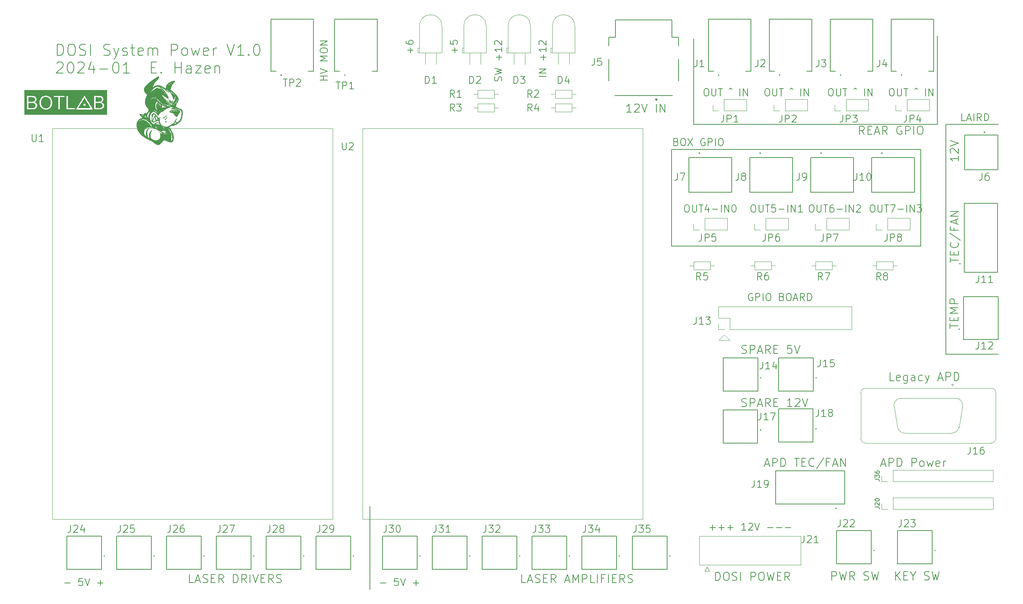
<source format=gbr>
%TF.GenerationSoftware,KiCad,Pcbnew,7.0.10-7.0.10~ubuntu22.04.1*%
%TF.CreationDate,2024-01-25T15:18:25-05:00*%
%TF.ProjectId,power-board,706f7765-722d-4626-9f61-72642e6b6963,rev?*%
%TF.SameCoordinates,Original*%
%TF.FileFunction,Legend,Top*%
%TF.FilePolarity,Positive*%
%FSLAX46Y46*%
G04 Gerber Fmt 4.6, Leading zero omitted, Abs format (unit mm)*
G04 Created by KiCad (PCBNEW 7.0.10-7.0.10~ubuntu22.04.1) date 2024-01-25 15:18:25*
%MOMM*%
%LPD*%
G01*
G04 APERTURE LIST*
%ADD10C,0.177800*%
%ADD11C,0.150000*%
%ADD12C,0.203200*%
%ADD13C,0.120000*%
%ADD14C,0.127000*%
%ADD15C,0.200000*%
%ADD16C,0.100000*%
%ADD17C,0.010000*%
%ADD18C,0.300000*%
G04 APERTURE END LIST*
D10*
X230505000Y-66040000D02*
X173355000Y-66040000D01*
X173355000Y-66040000D02*
X173355000Y-43815000D01*
X230505000Y-43815000D02*
X230505000Y-66040000D01*
X173355000Y-43815000D02*
X230505000Y-43815000D01*
X234315000Y-17780000D02*
X234315000Y-38100000D01*
X178435000Y-38100000D02*
X178435000Y-18415000D01*
X248285000Y-38100000D02*
X236220000Y-38100000D01*
X236220000Y-90805000D02*
X248285000Y-90805000D01*
D11*
X104140000Y-125730000D02*
X104140000Y-144780000D01*
D10*
X236220000Y-38100000D02*
X236220000Y-90805000D01*
X234315000Y-38100000D02*
X178435000Y-38100000D01*
D12*
X139924398Y-143266297D02*
X139017255Y-143266297D01*
X139017255Y-143266297D02*
X139017255Y-141361297D01*
X140468684Y-142722011D02*
X141375827Y-142722011D01*
X140287255Y-143266297D02*
X140922255Y-141361297D01*
X140922255Y-141361297D02*
X141557255Y-143266297D01*
X142101541Y-143175583D02*
X142373684Y-143266297D01*
X142373684Y-143266297D02*
X142827255Y-143266297D01*
X142827255Y-143266297D02*
X143008684Y-143175583D01*
X143008684Y-143175583D02*
X143099398Y-143084868D01*
X143099398Y-143084868D02*
X143190112Y-142903440D01*
X143190112Y-142903440D02*
X143190112Y-142722011D01*
X143190112Y-142722011D02*
X143099398Y-142540583D01*
X143099398Y-142540583D02*
X143008684Y-142449868D01*
X143008684Y-142449868D02*
X142827255Y-142359154D01*
X142827255Y-142359154D02*
X142464398Y-142268440D01*
X142464398Y-142268440D02*
X142282969Y-142177725D01*
X142282969Y-142177725D02*
X142192255Y-142087011D01*
X142192255Y-142087011D02*
X142101541Y-141905583D01*
X142101541Y-141905583D02*
X142101541Y-141724154D01*
X142101541Y-141724154D02*
X142192255Y-141542725D01*
X142192255Y-141542725D02*
X142282969Y-141452011D01*
X142282969Y-141452011D02*
X142464398Y-141361297D01*
X142464398Y-141361297D02*
X142917969Y-141361297D01*
X142917969Y-141361297D02*
X143190112Y-141452011D01*
X144006541Y-142268440D02*
X144641541Y-142268440D01*
X144913684Y-143266297D02*
X144006541Y-143266297D01*
X144006541Y-143266297D02*
X144006541Y-141361297D01*
X144006541Y-141361297D02*
X144913684Y-141361297D01*
X146818683Y-143266297D02*
X146183683Y-142359154D01*
X145730112Y-143266297D02*
X145730112Y-141361297D01*
X145730112Y-141361297D02*
X146455826Y-141361297D01*
X146455826Y-141361297D02*
X146637255Y-141452011D01*
X146637255Y-141452011D02*
X146727969Y-141542725D01*
X146727969Y-141542725D02*
X146818683Y-141724154D01*
X146818683Y-141724154D02*
X146818683Y-141996297D01*
X146818683Y-141996297D02*
X146727969Y-142177725D01*
X146727969Y-142177725D02*
X146637255Y-142268440D01*
X146637255Y-142268440D02*
X146455826Y-142359154D01*
X146455826Y-142359154D02*
X145730112Y-142359154D01*
X148995827Y-142722011D02*
X149902970Y-142722011D01*
X148814398Y-143266297D02*
X149449398Y-141361297D01*
X149449398Y-141361297D02*
X150084398Y-143266297D01*
X150719398Y-143266297D02*
X150719398Y-141361297D01*
X150719398Y-141361297D02*
X151354398Y-142722011D01*
X151354398Y-142722011D02*
X151989398Y-141361297D01*
X151989398Y-141361297D02*
X151989398Y-143266297D01*
X152896541Y-143266297D02*
X152896541Y-141361297D01*
X152896541Y-141361297D02*
X153622255Y-141361297D01*
X153622255Y-141361297D02*
X153803684Y-141452011D01*
X153803684Y-141452011D02*
X153894398Y-141542725D01*
X153894398Y-141542725D02*
X153985112Y-141724154D01*
X153985112Y-141724154D02*
X153985112Y-141996297D01*
X153985112Y-141996297D02*
X153894398Y-142177725D01*
X153894398Y-142177725D02*
X153803684Y-142268440D01*
X153803684Y-142268440D02*
X153622255Y-142359154D01*
X153622255Y-142359154D02*
X152896541Y-142359154D01*
X155708684Y-143266297D02*
X154801541Y-143266297D01*
X154801541Y-143266297D02*
X154801541Y-141361297D01*
X156343684Y-143266297D02*
X156343684Y-141361297D01*
X157885827Y-142268440D02*
X157250827Y-142268440D01*
X157250827Y-143266297D02*
X157250827Y-141361297D01*
X157250827Y-141361297D02*
X158157970Y-141361297D01*
X158883684Y-143266297D02*
X158883684Y-141361297D01*
X159790827Y-142268440D02*
X160425827Y-142268440D01*
X160697970Y-143266297D02*
X159790827Y-143266297D01*
X159790827Y-143266297D02*
X159790827Y-141361297D01*
X159790827Y-141361297D02*
X160697970Y-141361297D01*
X162602969Y-143266297D02*
X161967969Y-142359154D01*
X161514398Y-143266297D02*
X161514398Y-141361297D01*
X161514398Y-141361297D02*
X162240112Y-141361297D01*
X162240112Y-141361297D02*
X162421541Y-141452011D01*
X162421541Y-141452011D02*
X162512255Y-141542725D01*
X162512255Y-141542725D02*
X162602969Y-141724154D01*
X162602969Y-141724154D02*
X162602969Y-141996297D01*
X162602969Y-141996297D02*
X162512255Y-142177725D01*
X162512255Y-142177725D02*
X162421541Y-142268440D01*
X162421541Y-142268440D02*
X162240112Y-142359154D01*
X162240112Y-142359154D02*
X161514398Y-142359154D01*
X163328684Y-143175583D02*
X163600827Y-143266297D01*
X163600827Y-143266297D02*
X164054398Y-143266297D01*
X164054398Y-143266297D02*
X164235827Y-143175583D01*
X164235827Y-143175583D02*
X164326541Y-143084868D01*
X164326541Y-143084868D02*
X164417255Y-142903440D01*
X164417255Y-142903440D02*
X164417255Y-142722011D01*
X164417255Y-142722011D02*
X164326541Y-142540583D01*
X164326541Y-142540583D02*
X164235827Y-142449868D01*
X164235827Y-142449868D02*
X164054398Y-142359154D01*
X164054398Y-142359154D02*
X163691541Y-142268440D01*
X163691541Y-142268440D02*
X163510112Y-142177725D01*
X163510112Y-142177725D02*
X163419398Y-142087011D01*
X163419398Y-142087011D02*
X163328684Y-141905583D01*
X163328684Y-141905583D02*
X163328684Y-141724154D01*
X163328684Y-141724154D02*
X163419398Y-141542725D01*
X163419398Y-141542725D02*
X163510112Y-141452011D01*
X163510112Y-141452011D02*
X163691541Y-141361297D01*
X163691541Y-141361297D02*
X164145112Y-141361297D01*
X164145112Y-141361297D02*
X164417255Y-141452011D01*
X181166255Y-29901383D02*
X181480731Y-29901383D01*
X181480731Y-29901383D02*
X181637969Y-29980002D01*
X181637969Y-29980002D02*
X181795207Y-30137240D01*
X181795207Y-30137240D02*
X181873826Y-30451716D01*
X181873826Y-30451716D02*
X181873826Y-31002049D01*
X181873826Y-31002049D02*
X181795207Y-31316525D01*
X181795207Y-31316525D02*
X181637969Y-31473764D01*
X181637969Y-31473764D02*
X181480731Y-31552383D01*
X181480731Y-31552383D02*
X181166255Y-31552383D01*
X181166255Y-31552383D02*
X181009017Y-31473764D01*
X181009017Y-31473764D02*
X180851779Y-31316525D01*
X180851779Y-31316525D02*
X180773160Y-31002049D01*
X180773160Y-31002049D02*
X180773160Y-30451716D01*
X180773160Y-30451716D02*
X180851779Y-30137240D01*
X180851779Y-30137240D02*
X181009017Y-29980002D01*
X181009017Y-29980002D02*
X181166255Y-29901383D01*
X182581398Y-29901383D02*
X182581398Y-31237906D01*
X182581398Y-31237906D02*
X182660017Y-31395144D01*
X182660017Y-31395144D02*
X182738636Y-31473764D01*
X182738636Y-31473764D02*
X182895874Y-31552383D01*
X182895874Y-31552383D02*
X183210350Y-31552383D01*
X183210350Y-31552383D02*
X183367588Y-31473764D01*
X183367588Y-31473764D02*
X183446207Y-31395144D01*
X183446207Y-31395144D02*
X183524826Y-31237906D01*
X183524826Y-31237906D02*
X183524826Y-29901383D01*
X184075160Y-29901383D02*
X185018588Y-29901383D01*
X184546874Y-31552383D02*
X184546874Y-29901383D01*
X186590970Y-30058621D02*
X186905446Y-29822764D01*
X186905446Y-29822764D02*
X187219922Y-30058621D01*
X189028161Y-31552383D02*
X189028161Y-29901383D01*
X189814351Y-31552383D02*
X189814351Y-29901383D01*
X189814351Y-29901383D02*
X190757779Y-31552383D01*
X190757779Y-31552383D02*
X190757779Y-29901383D01*
X182136779Y-130603430D02*
X183394684Y-130603430D01*
X182765731Y-131232383D02*
X182765731Y-129974478D01*
X184180874Y-130603430D02*
X185438779Y-130603430D01*
X184809826Y-131232383D02*
X184809826Y-129974478D01*
X186224969Y-130603430D02*
X187482874Y-130603430D01*
X186853921Y-131232383D02*
X186853921Y-129974478D01*
X190391778Y-131232383D02*
X189448350Y-131232383D01*
X189920064Y-131232383D02*
X189920064Y-129581383D01*
X189920064Y-129581383D02*
X189762826Y-129817240D01*
X189762826Y-129817240D02*
X189605588Y-129974478D01*
X189605588Y-129974478D02*
X189448350Y-130053097D01*
X191020731Y-129738621D02*
X191099350Y-129660002D01*
X191099350Y-129660002D02*
X191256588Y-129581383D01*
X191256588Y-129581383D02*
X191649683Y-129581383D01*
X191649683Y-129581383D02*
X191806921Y-129660002D01*
X191806921Y-129660002D02*
X191885540Y-129738621D01*
X191885540Y-129738621D02*
X191964159Y-129895859D01*
X191964159Y-129895859D02*
X191964159Y-130053097D01*
X191964159Y-130053097D02*
X191885540Y-130288954D01*
X191885540Y-130288954D02*
X190942112Y-131232383D01*
X190942112Y-131232383D02*
X191964159Y-131232383D01*
X192435874Y-129581383D02*
X192986207Y-131232383D01*
X192986207Y-131232383D02*
X193536540Y-129581383D01*
X195344779Y-130603430D02*
X196602684Y-130603430D01*
X197388874Y-130603430D02*
X198646779Y-130603430D01*
X199432969Y-130603430D02*
X200690874Y-130603430D01*
X113458430Y-21698220D02*
X113458430Y-20440316D01*
X114087383Y-21069268D02*
X112829478Y-21069268D01*
X112436383Y-18946554D02*
X112436383Y-19261030D01*
X112436383Y-19261030D02*
X112515002Y-19418268D01*
X112515002Y-19418268D02*
X112593621Y-19496887D01*
X112593621Y-19496887D02*
X112829478Y-19654125D01*
X112829478Y-19654125D02*
X113143954Y-19732744D01*
X113143954Y-19732744D02*
X113772906Y-19732744D01*
X113772906Y-19732744D02*
X113930144Y-19654125D01*
X113930144Y-19654125D02*
X114008764Y-19575506D01*
X114008764Y-19575506D02*
X114087383Y-19418268D01*
X114087383Y-19418268D02*
X114087383Y-19103792D01*
X114087383Y-19103792D02*
X114008764Y-18946554D01*
X114008764Y-18946554D02*
X113930144Y-18867935D01*
X113930144Y-18867935D02*
X113772906Y-18789316D01*
X113772906Y-18789316D02*
X113379811Y-18789316D01*
X113379811Y-18789316D02*
X113222573Y-18867935D01*
X113222573Y-18867935D02*
X113143954Y-18946554D01*
X113143954Y-18946554D02*
X113065335Y-19103792D01*
X113065335Y-19103792D02*
X113065335Y-19418268D01*
X113065335Y-19418268D02*
X113143954Y-19575506D01*
X113143954Y-19575506D02*
X113222573Y-19654125D01*
X113222573Y-19654125D02*
X113379811Y-19732744D01*
X195136255Y-29901383D02*
X195450731Y-29901383D01*
X195450731Y-29901383D02*
X195607969Y-29980002D01*
X195607969Y-29980002D02*
X195765207Y-30137240D01*
X195765207Y-30137240D02*
X195843826Y-30451716D01*
X195843826Y-30451716D02*
X195843826Y-31002049D01*
X195843826Y-31002049D02*
X195765207Y-31316525D01*
X195765207Y-31316525D02*
X195607969Y-31473764D01*
X195607969Y-31473764D02*
X195450731Y-31552383D01*
X195450731Y-31552383D02*
X195136255Y-31552383D01*
X195136255Y-31552383D02*
X194979017Y-31473764D01*
X194979017Y-31473764D02*
X194821779Y-31316525D01*
X194821779Y-31316525D02*
X194743160Y-31002049D01*
X194743160Y-31002049D02*
X194743160Y-30451716D01*
X194743160Y-30451716D02*
X194821779Y-30137240D01*
X194821779Y-30137240D02*
X194979017Y-29980002D01*
X194979017Y-29980002D02*
X195136255Y-29901383D01*
X196551398Y-29901383D02*
X196551398Y-31237906D01*
X196551398Y-31237906D02*
X196630017Y-31395144D01*
X196630017Y-31395144D02*
X196708636Y-31473764D01*
X196708636Y-31473764D02*
X196865874Y-31552383D01*
X196865874Y-31552383D02*
X197180350Y-31552383D01*
X197180350Y-31552383D02*
X197337588Y-31473764D01*
X197337588Y-31473764D02*
X197416207Y-31395144D01*
X197416207Y-31395144D02*
X197494826Y-31237906D01*
X197494826Y-31237906D02*
X197494826Y-29901383D01*
X198045160Y-29901383D02*
X198988588Y-29901383D01*
X198516874Y-31552383D02*
X198516874Y-29901383D01*
X200560970Y-30058621D02*
X200875446Y-29822764D01*
X200875446Y-29822764D02*
X201189922Y-30058621D01*
X202998161Y-31552383D02*
X202998161Y-29901383D01*
X203784351Y-31552383D02*
X203784351Y-29901383D01*
X203784351Y-29901383D02*
X204727779Y-31552383D01*
X204727779Y-31552383D02*
X204727779Y-29901383D01*
X209741255Y-29901383D02*
X210055731Y-29901383D01*
X210055731Y-29901383D02*
X210212969Y-29980002D01*
X210212969Y-29980002D02*
X210370207Y-30137240D01*
X210370207Y-30137240D02*
X210448826Y-30451716D01*
X210448826Y-30451716D02*
X210448826Y-31002049D01*
X210448826Y-31002049D02*
X210370207Y-31316525D01*
X210370207Y-31316525D02*
X210212969Y-31473764D01*
X210212969Y-31473764D02*
X210055731Y-31552383D01*
X210055731Y-31552383D02*
X209741255Y-31552383D01*
X209741255Y-31552383D02*
X209584017Y-31473764D01*
X209584017Y-31473764D02*
X209426779Y-31316525D01*
X209426779Y-31316525D02*
X209348160Y-31002049D01*
X209348160Y-31002049D02*
X209348160Y-30451716D01*
X209348160Y-30451716D02*
X209426779Y-30137240D01*
X209426779Y-30137240D02*
X209584017Y-29980002D01*
X209584017Y-29980002D02*
X209741255Y-29901383D01*
X211156398Y-29901383D02*
X211156398Y-31237906D01*
X211156398Y-31237906D02*
X211235017Y-31395144D01*
X211235017Y-31395144D02*
X211313636Y-31473764D01*
X211313636Y-31473764D02*
X211470874Y-31552383D01*
X211470874Y-31552383D02*
X211785350Y-31552383D01*
X211785350Y-31552383D02*
X211942588Y-31473764D01*
X211942588Y-31473764D02*
X212021207Y-31395144D01*
X212021207Y-31395144D02*
X212099826Y-31237906D01*
X212099826Y-31237906D02*
X212099826Y-29901383D01*
X212650160Y-29901383D02*
X213593588Y-29901383D01*
X213121874Y-31552383D02*
X213121874Y-29901383D01*
X215165970Y-30058621D02*
X215480446Y-29822764D01*
X215480446Y-29822764D02*
X215794922Y-30058621D01*
X217603161Y-31552383D02*
X217603161Y-29901383D01*
X218389351Y-31552383D02*
X218389351Y-29901383D01*
X218389351Y-29901383D02*
X219332779Y-31552383D01*
X219332779Y-31552383D02*
X219332779Y-29901383D01*
X189472541Y-90597583D02*
X189744684Y-90688297D01*
X189744684Y-90688297D02*
X190198255Y-90688297D01*
X190198255Y-90688297D02*
X190379684Y-90597583D01*
X190379684Y-90597583D02*
X190470398Y-90506868D01*
X190470398Y-90506868D02*
X190561112Y-90325440D01*
X190561112Y-90325440D02*
X190561112Y-90144011D01*
X190561112Y-90144011D02*
X190470398Y-89962583D01*
X190470398Y-89962583D02*
X190379684Y-89871868D01*
X190379684Y-89871868D02*
X190198255Y-89781154D01*
X190198255Y-89781154D02*
X189835398Y-89690440D01*
X189835398Y-89690440D02*
X189653969Y-89599725D01*
X189653969Y-89599725D02*
X189563255Y-89509011D01*
X189563255Y-89509011D02*
X189472541Y-89327583D01*
X189472541Y-89327583D02*
X189472541Y-89146154D01*
X189472541Y-89146154D02*
X189563255Y-88964725D01*
X189563255Y-88964725D02*
X189653969Y-88874011D01*
X189653969Y-88874011D02*
X189835398Y-88783297D01*
X189835398Y-88783297D02*
X190288969Y-88783297D01*
X190288969Y-88783297D02*
X190561112Y-88874011D01*
X191377541Y-90688297D02*
X191377541Y-88783297D01*
X191377541Y-88783297D02*
X192103255Y-88783297D01*
X192103255Y-88783297D02*
X192284684Y-88874011D01*
X192284684Y-88874011D02*
X192375398Y-88964725D01*
X192375398Y-88964725D02*
X192466112Y-89146154D01*
X192466112Y-89146154D02*
X192466112Y-89418297D01*
X192466112Y-89418297D02*
X192375398Y-89599725D01*
X192375398Y-89599725D02*
X192284684Y-89690440D01*
X192284684Y-89690440D02*
X192103255Y-89781154D01*
X192103255Y-89781154D02*
X191377541Y-89781154D01*
X193191827Y-90144011D02*
X194098970Y-90144011D01*
X193010398Y-90688297D02*
X193645398Y-88783297D01*
X193645398Y-88783297D02*
X194280398Y-90688297D01*
X196003969Y-90688297D02*
X195368969Y-89781154D01*
X194915398Y-90688297D02*
X194915398Y-88783297D01*
X194915398Y-88783297D02*
X195641112Y-88783297D01*
X195641112Y-88783297D02*
X195822541Y-88874011D01*
X195822541Y-88874011D02*
X195913255Y-88964725D01*
X195913255Y-88964725D02*
X196003969Y-89146154D01*
X196003969Y-89146154D02*
X196003969Y-89418297D01*
X196003969Y-89418297D02*
X195913255Y-89599725D01*
X195913255Y-89599725D02*
X195822541Y-89690440D01*
X195822541Y-89690440D02*
X195641112Y-89781154D01*
X195641112Y-89781154D02*
X194915398Y-89781154D01*
X196820398Y-89690440D02*
X197455398Y-89690440D01*
X197727541Y-90688297D02*
X196820398Y-90688297D01*
X196820398Y-90688297D02*
X196820398Y-88783297D01*
X196820398Y-88783297D02*
X197727541Y-88783297D01*
X200902541Y-88783297D02*
X199995398Y-88783297D01*
X199995398Y-88783297D02*
X199904684Y-89690440D01*
X199904684Y-89690440D02*
X199995398Y-89599725D01*
X199995398Y-89599725D02*
X200176827Y-89509011D01*
X200176827Y-89509011D02*
X200630398Y-89509011D01*
X200630398Y-89509011D02*
X200811827Y-89599725D01*
X200811827Y-89599725D02*
X200902541Y-89690440D01*
X200902541Y-89690440D02*
X200993255Y-89871868D01*
X200993255Y-89871868D02*
X200993255Y-90325440D01*
X200993255Y-90325440D02*
X200902541Y-90506868D01*
X200902541Y-90506868D02*
X200811827Y-90597583D01*
X200811827Y-90597583D02*
X200630398Y-90688297D01*
X200630398Y-90688297D02*
X200176827Y-90688297D01*
X200176827Y-90688297D02*
X199995398Y-90597583D01*
X199995398Y-90597583D02*
X199904684Y-90506868D01*
X201537541Y-88783297D02*
X202172541Y-90688297D01*
X202172541Y-90688297D02*
X202807541Y-88783297D01*
X32488445Y-22259185D02*
X32488445Y-19719185D01*
X32488445Y-19719185D02*
X33093207Y-19719185D01*
X33093207Y-19719185D02*
X33456064Y-19840137D01*
X33456064Y-19840137D02*
X33697969Y-20082042D01*
X33697969Y-20082042D02*
X33818922Y-20323947D01*
X33818922Y-20323947D02*
X33939874Y-20807756D01*
X33939874Y-20807756D02*
X33939874Y-21170613D01*
X33939874Y-21170613D02*
X33818922Y-21654423D01*
X33818922Y-21654423D02*
X33697969Y-21896328D01*
X33697969Y-21896328D02*
X33456064Y-22138233D01*
X33456064Y-22138233D02*
X33093207Y-22259185D01*
X33093207Y-22259185D02*
X32488445Y-22259185D01*
X35512255Y-19719185D02*
X35996064Y-19719185D01*
X35996064Y-19719185D02*
X36237969Y-19840137D01*
X36237969Y-19840137D02*
X36479874Y-20082042D01*
X36479874Y-20082042D02*
X36600826Y-20565852D01*
X36600826Y-20565852D02*
X36600826Y-21412518D01*
X36600826Y-21412518D02*
X36479874Y-21896328D01*
X36479874Y-21896328D02*
X36237969Y-22138233D01*
X36237969Y-22138233D02*
X35996064Y-22259185D01*
X35996064Y-22259185D02*
X35512255Y-22259185D01*
X35512255Y-22259185D02*
X35270350Y-22138233D01*
X35270350Y-22138233D02*
X35028445Y-21896328D01*
X35028445Y-21896328D02*
X34907493Y-21412518D01*
X34907493Y-21412518D02*
X34907493Y-20565852D01*
X34907493Y-20565852D02*
X35028445Y-20082042D01*
X35028445Y-20082042D02*
X35270350Y-19840137D01*
X35270350Y-19840137D02*
X35512255Y-19719185D01*
X37568445Y-22138233D02*
X37931302Y-22259185D01*
X37931302Y-22259185D02*
X38536064Y-22259185D01*
X38536064Y-22259185D02*
X38777969Y-22138233D01*
X38777969Y-22138233D02*
X38898921Y-22017280D01*
X38898921Y-22017280D02*
X39019874Y-21775375D01*
X39019874Y-21775375D02*
X39019874Y-21533471D01*
X39019874Y-21533471D02*
X38898921Y-21291566D01*
X38898921Y-21291566D02*
X38777969Y-21170613D01*
X38777969Y-21170613D02*
X38536064Y-21049661D01*
X38536064Y-21049661D02*
X38052255Y-20928709D01*
X38052255Y-20928709D02*
X37810350Y-20807756D01*
X37810350Y-20807756D02*
X37689397Y-20686804D01*
X37689397Y-20686804D02*
X37568445Y-20444899D01*
X37568445Y-20444899D02*
X37568445Y-20202994D01*
X37568445Y-20202994D02*
X37689397Y-19961090D01*
X37689397Y-19961090D02*
X37810350Y-19840137D01*
X37810350Y-19840137D02*
X38052255Y-19719185D01*
X38052255Y-19719185D02*
X38657016Y-19719185D01*
X38657016Y-19719185D02*
X39019874Y-19840137D01*
X40108445Y-22259185D02*
X40108445Y-19719185D01*
X43132255Y-22138233D02*
X43495112Y-22259185D01*
X43495112Y-22259185D02*
X44099874Y-22259185D01*
X44099874Y-22259185D02*
X44341779Y-22138233D01*
X44341779Y-22138233D02*
X44462731Y-22017280D01*
X44462731Y-22017280D02*
X44583684Y-21775375D01*
X44583684Y-21775375D02*
X44583684Y-21533471D01*
X44583684Y-21533471D02*
X44462731Y-21291566D01*
X44462731Y-21291566D02*
X44341779Y-21170613D01*
X44341779Y-21170613D02*
X44099874Y-21049661D01*
X44099874Y-21049661D02*
X43616065Y-20928709D01*
X43616065Y-20928709D02*
X43374160Y-20807756D01*
X43374160Y-20807756D02*
X43253207Y-20686804D01*
X43253207Y-20686804D02*
X43132255Y-20444899D01*
X43132255Y-20444899D02*
X43132255Y-20202994D01*
X43132255Y-20202994D02*
X43253207Y-19961090D01*
X43253207Y-19961090D02*
X43374160Y-19840137D01*
X43374160Y-19840137D02*
X43616065Y-19719185D01*
X43616065Y-19719185D02*
X44220826Y-19719185D01*
X44220826Y-19719185D02*
X44583684Y-19840137D01*
X45430351Y-20565852D02*
X46035113Y-22259185D01*
X46639874Y-20565852D02*
X46035113Y-22259185D01*
X46035113Y-22259185D02*
X45793208Y-22863947D01*
X45793208Y-22863947D02*
X45672255Y-22984899D01*
X45672255Y-22984899D02*
X45430351Y-23105852D01*
X47486541Y-22138233D02*
X47728446Y-22259185D01*
X47728446Y-22259185D02*
X48212255Y-22259185D01*
X48212255Y-22259185D02*
X48454160Y-22138233D01*
X48454160Y-22138233D02*
X48575112Y-21896328D01*
X48575112Y-21896328D02*
X48575112Y-21775375D01*
X48575112Y-21775375D02*
X48454160Y-21533471D01*
X48454160Y-21533471D02*
X48212255Y-21412518D01*
X48212255Y-21412518D02*
X47849398Y-21412518D01*
X47849398Y-21412518D02*
X47607493Y-21291566D01*
X47607493Y-21291566D02*
X47486541Y-21049661D01*
X47486541Y-21049661D02*
X47486541Y-20928709D01*
X47486541Y-20928709D02*
X47607493Y-20686804D01*
X47607493Y-20686804D02*
X47849398Y-20565852D01*
X47849398Y-20565852D02*
X48212255Y-20565852D01*
X48212255Y-20565852D02*
X48454160Y-20686804D01*
X49300826Y-20565852D02*
X50268445Y-20565852D01*
X49663683Y-19719185D02*
X49663683Y-21896328D01*
X49663683Y-21896328D02*
X49784636Y-22138233D01*
X49784636Y-22138233D02*
X50026541Y-22259185D01*
X50026541Y-22259185D02*
X50268445Y-22259185D01*
X52082731Y-22138233D02*
X51840827Y-22259185D01*
X51840827Y-22259185D02*
X51357017Y-22259185D01*
X51357017Y-22259185D02*
X51115112Y-22138233D01*
X51115112Y-22138233D02*
X50994160Y-21896328D01*
X50994160Y-21896328D02*
X50994160Y-20928709D01*
X50994160Y-20928709D02*
X51115112Y-20686804D01*
X51115112Y-20686804D02*
X51357017Y-20565852D01*
X51357017Y-20565852D02*
X51840827Y-20565852D01*
X51840827Y-20565852D02*
X52082731Y-20686804D01*
X52082731Y-20686804D02*
X52203684Y-20928709D01*
X52203684Y-20928709D02*
X52203684Y-21170613D01*
X52203684Y-21170613D02*
X50994160Y-21412518D01*
X53292255Y-22259185D02*
X53292255Y-20565852D01*
X53292255Y-20807756D02*
X53413208Y-20686804D01*
X53413208Y-20686804D02*
X53655113Y-20565852D01*
X53655113Y-20565852D02*
X54017970Y-20565852D01*
X54017970Y-20565852D02*
X54259874Y-20686804D01*
X54259874Y-20686804D02*
X54380827Y-20928709D01*
X54380827Y-20928709D02*
X54380827Y-22259185D01*
X54380827Y-20928709D02*
X54501779Y-20686804D01*
X54501779Y-20686804D02*
X54743684Y-20565852D01*
X54743684Y-20565852D02*
X55106541Y-20565852D01*
X55106541Y-20565852D02*
X55348446Y-20686804D01*
X55348446Y-20686804D02*
X55469398Y-20928709D01*
X55469398Y-20928709D02*
X55469398Y-22259185D01*
X58614160Y-22259185D02*
X58614160Y-19719185D01*
X58614160Y-19719185D02*
X59581779Y-19719185D01*
X59581779Y-19719185D02*
X59823684Y-19840137D01*
X59823684Y-19840137D02*
X59944637Y-19961090D01*
X59944637Y-19961090D02*
X60065589Y-20202994D01*
X60065589Y-20202994D02*
X60065589Y-20565852D01*
X60065589Y-20565852D02*
X59944637Y-20807756D01*
X59944637Y-20807756D02*
X59823684Y-20928709D01*
X59823684Y-20928709D02*
X59581779Y-21049661D01*
X59581779Y-21049661D02*
X58614160Y-21049661D01*
X61517018Y-22259185D02*
X61275113Y-22138233D01*
X61275113Y-22138233D02*
X61154160Y-22017280D01*
X61154160Y-22017280D02*
X61033208Y-21775375D01*
X61033208Y-21775375D02*
X61033208Y-21049661D01*
X61033208Y-21049661D02*
X61154160Y-20807756D01*
X61154160Y-20807756D02*
X61275113Y-20686804D01*
X61275113Y-20686804D02*
X61517018Y-20565852D01*
X61517018Y-20565852D02*
X61879875Y-20565852D01*
X61879875Y-20565852D02*
X62121779Y-20686804D01*
X62121779Y-20686804D02*
X62242732Y-20807756D01*
X62242732Y-20807756D02*
X62363684Y-21049661D01*
X62363684Y-21049661D02*
X62363684Y-21775375D01*
X62363684Y-21775375D02*
X62242732Y-22017280D01*
X62242732Y-22017280D02*
X62121779Y-22138233D01*
X62121779Y-22138233D02*
X61879875Y-22259185D01*
X61879875Y-22259185D02*
X61517018Y-22259185D01*
X63210351Y-20565852D02*
X63694160Y-22259185D01*
X63694160Y-22259185D02*
X64177970Y-21049661D01*
X64177970Y-21049661D02*
X64661779Y-22259185D01*
X64661779Y-22259185D02*
X65145589Y-20565852D01*
X67080826Y-22138233D02*
X66838922Y-22259185D01*
X66838922Y-22259185D02*
X66355112Y-22259185D01*
X66355112Y-22259185D02*
X66113207Y-22138233D01*
X66113207Y-22138233D02*
X65992255Y-21896328D01*
X65992255Y-21896328D02*
X65992255Y-20928709D01*
X65992255Y-20928709D02*
X66113207Y-20686804D01*
X66113207Y-20686804D02*
X66355112Y-20565852D01*
X66355112Y-20565852D02*
X66838922Y-20565852D01*
X66838922Y-20565852D02*
X67080826Y-20686804D01*
X67080826Y-20686804D02*
X67201779Y-20928709D01*
X67201779Y-20928709D02*
X67201779Y-21170613D01*
X67201779Y-21170613D02*
X65992255Y-21412518D01*
X68290350Y-22259185D02*
X68290350Y-20565852D01*
X68290350Y-21049661D02*
X68411303Y-20807756D01*
X68411303Y-20807756D02*
X68532255Y-20686804D01*
X68532255Y-20686804D02*
X68774160Y-20565852D01*
X68774160Y-20565852D02*
X69016065Y-20565852D01*
X71435112Y-19719185D02*
X72281779Y-22259185D01*
X72281779Y-22259185D02*
X73128446Y-19719185D01*
X75305589Y-22259185D02*
X73854160Y-22259185D01*
X74579874Y-22259185D02*
X74579874Y-19719185D01*
X74579874Y-19719185D02*
X74337970Y-20082042D01*
X74337970Y-20082042D02*
X74096065Y-20323947D01*
X74096065Y-20323947D02*
X73854160Y-20444899D01*
X76394160Y-22017280D02*
X76515113Y-22138233D01*
X76515113Y-22138233D02*
X76394160Y-22259185D01*
X76394160Y-22259185D02*
X76273208Y-22138233D01*
X76273208Y-22138233D02*
X76394160Y-22017280D01*
X76394160Y-22017280D02*
X76394160Y-22259185D01*
X78087494Y-19719185D02*
X78329399Y-19719185D01*
X78329399Y-19719185D02*
X78571303Y-19840137D01*
X78571303Y-19840137D02*
X78692256Y-19961090D01*
X78692256Y-19961090D02*
X78813208Y-20202994D01*
X78813208Y-20202994D02*
X78934161Y-20686804D01*
X78934161Y-20686804D02*
X78934161Y-21291566D01*
X78934161Y-21291566D02*
X78813208Y-21775375D01*
X78813208Y-21775375D02*
X78692256Y-22017280D01*
X78692256Y-22017280D02*
X78571303Y-22138233D01*
X78571303Y-22138233D02*
X78329399Y-22259185D01*
X78329399Y-22259185D02*
X78087494Y-22259185D01*
X78087494Y-22259185D02*
X77845589Y-22138233D01*
X77845589Y-22138233D02*
X77724637Y-22017280D01*
X77724637Y-22017280D02*
X77603684Y-21775375D01*
X77603684Y-21775375D02*
X77482732Y-21291566D01*
X77482732Y-21291566D02*
X77482732Y-20686804D01*
X77482732Y-20686804D02*
X77603684Y-20202994D01*
X77603684Y-20202994D02*
X77724637Y-19961090D01*
X77724637Y-19961090D02*
X77845589Y-19840137D01*
X77845589Y-19840137D02*
X78087494Y-19719185D01*
X32367493Y-24050490D02*
X32488445Y-23929537D01*
X32488445Y-23929537D02*
X32730350Y-23808585D01*
X32730350Y-23808585D02*
X33335112Y-23808585D01*
X33335112Y-23808585D02*
X33577017Y-23929537D01*
X33577017Y-23929537D02*
X33697969Y-24050490D01*
X33697969Y-24050490D02*
X33818922Y-24292394D01*
X33818922Y-24292394D02*
X33818922Y-24534299D01*
X33818922Y-24534299D02*
X33697969Y-24897156D01*
X33697969Y-24897156D02*
X32246541Y-26348585D01*
X32246541Y-26348585D02*
X33818922Y-26348585D01*
X35391303Y-23808585D02*
X35633208Y-23808585D01*
X35633208Y-23808585D02*
X35875112Y-23929537D01*
X35875112Y-23929537D02*
X35996065Y-24050490D01*
X35996065Y-24050490D02*
X36117017Y-24292394D01*
X36117017Y-24292394D02*
X36237970Y-24776204D01*
X36237970Y-24776204D02*
X36237970Y-25380966D01*
X36237970Y-25380966D02*
X36117017Y-25864775D01*
X36117017Y-25864775D02*
X35996065Y-26106680D01*
X35996065Y-26106680D02*
X35875112Y-26227633D01*
X35875112Y-26227633D02*
X35633208Y-26348585D01*
X35633208Y-26348585D02*
X35391303Y-26348585D01*
X35391303Y-26348585D02*
X35149398Y-26227633D01*
X35149398Y-26227633D02*
X35028446Y-26106680D01*
X35028446Y-26106680D02*
X34907493Y-25864775D01*
X34907493Y-25864775D02*
X34786541Y-25380966D01*
X34786541Y-25380966D02*
X34786541Y-24776204D01*
X34786541Y-24776204D02*
X34907493Y-24292394D01*
X34907493Y-24292394D02*
X35028446Y-24050490D01*
X35028446Y-24050490D02*
X35149398Y-23929537D01*
X35149398Y-23929537D02*
X35391303Y-23808585D01*
X37205589Y-24050490D02*
X37326541Y-23929537D01*
X37326541Y-23929537D02*
X37568446Y-23808585D01*
X37568446Y-23808585D02*
X38173208Y-23808585D01*
X38173208Y-23808585D02*
X38415113Y-23929537D01*
X38415113Y-23929537D02*
X38536065Y-24050490D01*
X38536065Y-24050490D02*
X38657018Y-24292394D01*
X38657018Y-24292394D02*
X38657018Y-24534299D01*
X38657018Y-24534299D02*
X38536065Y-24897156D01*
X38536065Y-24897156D02*
X37084637Y-26348585D01*
X37084637Y-26348585D02*
X38657018Y-26348585D01*
X40834161Y-24655252D02*
X40834161Y-26348585D01*
X40229399Y-23687633D02*
X39624637Y-25501918D01*
X39624637Y-25501918D02*
X41197018Y-25501918D01*
X42164637Y-25380966D02*
X44099876Y-25380966D01*
X45793209Y-23808585D02*
X46035114Y-23808585D01*
X46035114Y-23808585D02*
X46277018Y-23929537D01*
X46277018Y-23929537D02*
X46397971Y-24050490D01*
X46397971Y-24050490D02*
X46518923Y-24292394D01*
X46518923Y-24292394D02*
X46639876Y-24776204D01*
X46639876Y-24776204D02*
X46639876Y-25380966D01*
X46639876Y-25380966D02*
X46518923Y-25864775D01*
X46518923Y-25864775D02*
X46397971Y-26106680D01*
X46397971Y-26106680D02*
X46277018Y-26227633D01*
X46277018Y-26227633D02*
X46035114Y-26348585D01*
X46035114Y-26348585D02*
X45793209Y-26348585D01*
X45793209Y-26348585D02*
X45551304Y-26227633D01*
X45551304Y-26227633D02*
X45430352Y-26106680D01*
X45430352Y-26106680D02*
X45309399Y-25864775D01*
X45309399Y-25864775D02*
X45188447Y-25380966D01*
X45188447Y-25380966D02*
X45188447Y-24776204D01*
X45188447Y-24776204D02*
X45309399Y-24292394D01*
X45309399Y-24292394D02*
X45430352Y-24050490D01*
X45430352Y-24050490D02*
X45551304Y-23929537D01*
X45551304Y-23929537D02*
X45793209Y-23808585D01*
X49058924Y-26348585D02*
X47607495Y-26348585D01*
X48333209Y-26348585D02*
X48333209Y-23808585D01*
X48333209Y-23808585D02*
X48091305Y-24171442D01*
X48091305Y-24171442D02*
X47849400Y-24413347D01*
X47849400Y-24413347D02*
X47607495Y-24534299D01*
X54017971Y-25018109D02*
X54864638Y-25018109D01*
X55227495Y-26348585D02*
X54017971Y-26348585D01*
X54017971Y-26348585D02*
X54017971Y-23808585D01*
X54017971Y-23808585D02*
X55227495Y-23808585D01*
X56316066Y-26106680D02*
X56437019Y-26227633D01*
X56437019Y-26227633D02*
X56316066Y-26348585D01*
X56316066Y-26348585D02*
X56195114Y-26227633D01*
X56195114Y-26227633D02*
X56316066Y-26106680D01*
X56316066Y-26106680D02*
X56316066Y-26348585D01*
X59460828Y-26348585D02*
X59460828Y-23808585D01*
X59460828Y-25018109D02*
X60912257Y-25018109D01*
X60912257Y-26348585D02*
X60912257Y-23808585D01*
X63210352Y-26348585D02*
X63210352Y-25018109D01*
X63210352Y-25018109D02*
X63089399Y-24776204D01*
X63089399Y-24776204D02*
X62847495Y-24655252D01*
X62847495Y-24655252D02*
X62363685Y-24655252D01*
X62363685Y-24655252D02*
X62121780Y-24776204D01*
X63210352Y-26227633D02*
X62968447Y-26348585D01*
X62968447Y-26348585D02*
X62363685Y-26348585D01*
X62363685Y-26348585D02*
X62121780Y-26227633D01*
X62121780Y-26227633D02*
X62000828Y-25985728D01*
X62000828Y-25985728D02*
X62000828Y-25743823D01*
X62000828Y-25743823D02*
X62121780Y-25501918D01*
X62121780Y-25501918D02*
X62363685Y-25380966D01*
X62363685Y-25380966D02*
X62968447Y-25380966D01*
X62968447Y-25380966D02*
X63210352Y-25260013D01*
X64177971Y-24655252D02*
X65508447Y-24655252D01*
X65508447Y-24655252D02*
X64177971Y-26348585D01*
X64177971Y-26348585D02*
X65508447Y-26348585D01*
X67443684Y-26227633D02*
X67201780Y-26348585D01*
X67201780Y-26348585D02*
X66717970Y-26348585D01*
X66717970Y-26348585D02*
X66476065Y-26227633D01*
X66476065Y-26227633D02*
X66355113Y-25985728D01*
X66355113Y-25985728D02*
X66355113Y-25018109D01*
X66355113Y-25018109D02*
X66476065Y-24776204D01*
X66476065Y-24776204D02*
X66717970Y-24655252D01*
X66717970Y-24655252D02*
X67201780Y-24655252D01*
X67201780Y-24655252D02*
X67443684Y-24776204D01*
X67443684Y-24776204D02*
X67564637Y-25018109D01*
X67564637Y-25018109D02*
X67564637Y-25260013D01*
X67564637Y-25260013D02*
X66355113Y-25501918D01*
X68653208Y-24655252D02*
X68653208Y-26348585D01*
X68653208Y-24897156D02*
X68774161Y-24776204D01*
X68774161Y-24776204D02*
X69016066Y-24655252D01*
X69016066Y-24655252D02*
X69378923Y-24655252D01*
X69378923Y-24655252D02*
X69620827Y-24776204D01*
X69620827Y-24776204D02*
X69741780Y-25018109D01*
X69741780Y-25018109D02*
X69741780Y-26348585D01*
X240707969Y-37252383D02*
X239921779Y-37252383D01*
X239921779Y-37252383D02*
X239921779Y-35601383D01*
X241179684Y-36780668D02*
X241965874Y-36780668D01*
X241022446Y-37252383D02*
X241572779Y-35601383D01*
X241572779Y-35601383D02*
X242123112Y-37252383D01*
X242673446Y-37252383D02*
X242673446Y-35601383D01*
X244403064Y-37252383D02*
X243852731Y-36466192D01*
X243459636Y-37252383D02*
X243459636Y-35601383D01*
X243459636Y-35601383D02*
X244088588Y-35601383D01*
X244088588Y-35601383D02*
X244245826Y-35680002D01*
X244245826Y-35680002D02*
X244324445Y-35758621D01*
X244324445Y-35758621D02*
X244403064Y-35915859D01*
X244403064Y-35915859D02*
X244403064Y-36151716D01*
X244403064Y-36151716D02*
X244324445Y-36308954D01*
X244324445Y-36308954D02*
X244245826Y-36387573D01*
X244245826Y-36387573D02*
X244088588Y-36466192D01*
X244088588Y-36466192D02*
X243459636Y-36466192D01*
X245110636Y-37252383D02*
X245110636Y-35601383D01*
X245110636Y-35601383D02*
X245503731Y-35601383D01*
X245503731Y-35601383D02*
X245739588Y-35680002D01*
X245739588Y-35680002D02*
X245896826Y-35837240D01*
X245896826Y-35837240D02*
X245975445Y-35994478D01*
X245975445Y-35994478D02*
X246054064Y-36308954D01*
X246054064Y-36308954D02*
X246054064Y-36544811D01*
X246054064Y-36544811D02*
X245975445Y-36859287D01*
X245975445Y-36859287D02*
X245896826Y-37016525D01*
X245896826Y-37016525D02*
X245739588Y-37173764D01*
X245739588Y-37173764D02*
X245503731Y-37252383D01*
X245503731Y-37252383D02*
X245110636Y-37252383D01*
X239151297Y-45404887D02*
X239151297Y-46493458D01*
X239151297Y-45949173D02*
X237246297Y-45949173D01*
X237246297Y-45949173D02*
X237518440Y-46130601D01*
X237518440Y-46130601D02*
X237699868Y-46312030D01*
X237699868Y-46312030D02*
X237790583Y-46493458D01*
X237427725Y-44679172D02*
X237337011Y-44588458D01*
X237337011Y-44588458D02*
X237246297Y-44407030D01*
X237246297Y-44407030D02*
X237246297Y-43953458D01*
X237246297Y-43953458D02*
X237337011Y-43772030D01*
X237337011Y-43772030D02*
X237427725Y-43681315D01*
X237427725Y-43681315D02*
X237609154Y-43590601D01*
X237609154Y-43590601D02*
X237790583Y-43590601D01*
X237790583Y-43590601D02*
X238062725Y-43681315D01*
X238062725Y-43681315D02*
X239151297Y-44769887D01*
X239151297Y-44769887D02*
X239151297Y-43590601D01*
X237246297Y-43046315D02*
X239151297Y-42411315D01*
X239151297Y-42411315D02*
X237246297Y-41776315D01*
X174432112Y-42102573D02*
X174667969Y-42181192D01*
X174667969Y-42181192D02*
X174746588Y-42259811D01*
X174746588Y-42259811D02*
X174825207Y-42417049D01*
X174825207Y-42417049D02*
X174825207Y-42652906D01*
X174825207Y-42652906D02*
X174746588Y-42810144D01*
X174746588Y-42810144D02*
X174667969Y-42888764D01*
X174667969Y-42888764D02*
X174510731Y-42967383D01*
X174510731Y-42967383D02*
X173881779Y-42967383D01*
X173881779Y-42967383D02*
X173881779Y-41316383D01*
X173881779Y-41316383D02*
X174432112Y-41316383D01*
X174432112Y-41316383D02*
X174589350Y-41395002D01*
X174589350Y-41395002D02*
X174667969Y-41473621D01*
X174667969Y-41473621D02*
X174746588Y-41630859D01*
X174746588Y-41630859D02*
X174746588Y-41788097D01*
X174746588Y-41788097D02*
X174667969Y-41945335D01*
X174667969Y-41945335D02*
X174589350Y-42023954D01*
X174589350Y-42023954D02*
X174432112Y-42102573D01*
X174432112Y-42102573D02*
X173881779Y-42102573D01*
X175847255Y-41316383D02*
X176161731Y-41316383D01*
X176161731Y-41316383D02*
X176318969Y-41395002D01*
X176318969Y-41395002D02*
X176476207Y-41552240D01*
X176476207Y-41552240D02*
X176554826Y-41866716D01*
X176554826Y-41866716D02*
X176554826Y-42417049D01*
X176554826Y-42417049D02*
X176476207Y-42731525D01*
X176476207Y-42731525D02*
X176318969Y-42888764D01*
X176318969Y-42888764D02*
X176161731Y-42967383D01*
X176161731Y-42967383D02*
X175847255Y-42967383D01*
X175847255Y-42967383D02*
X175690017Y-42888764D01*
X175690017Y-42888764D02*
X175532779Y-42731525D01*
X175532779Y-42731525D02*
X175454160Y-42417049D01*
X175454160Y-42417049D02*
X175454160Y-41866716D01*
X175454160Y-41866716D02*
X175532779Y-41552240D01*
X175532779Y-41552240D02*
X175690017Y-41395002D01*
X175690017Y-41395002D02*
X175847255Y-41316383D01*
X177105160Y-41316383D02*
X178205826Y-42967383D01*
X178205826Y-41316383D02*
X177105160Y-42967383D01*
X180957493Y-41395002D02*
X180800255Y-41316383D01*
X180800255Y-41316383D02*
X180564398Y-41316383D01*
X180564398Y-41316383D02*
X180328541Y-41395002D01*
X180328541Y-41395002D02*
X180171303Y-41552240D01*
X180171303Y-41552240D02*
X180092684Y-41709478D01*
X180092684Y-41709478D02*
X180014065Y-42023954D01*
X180014065Y-42023954D02*
X180014065Y-42259811D01*
X180014065Y-42259811D02*
X180092684Y-42574287D01*
X180092684Y-42574287D02*
X180171303Y-42731525D01*
X180171303Y-42731525D02*
X180328541Y-42888764D01*
X180328541Y-42888764D02*
X180564398Y-42967383D01*
X180564398Y-42967383D02*
X180721636Y-42967383D01*
X180721636Y-42967383D02*
X180957493Y-42888764D01*
X180957493Y-42888764D02*
X181036112Y-42810144D01*
X181036112Y-42810144D02*
X181036112Y-42259811D01*
X181036112Y-42259811D02*
X180721636Y-42259811D01*
X181743684Y-42967383D02*
X181743684Y-41316383D01*
X181743684Y-41316383D02*
X182372636Y-41316383D01*
X182372636Y-41316383D02*
X182529874Y-41395002D01*
X182529874Y-41395002D02*
X182608493Y-41473621D01*
X182608493Y-41473621D02*
X182687112Y-41630859D01*
X182687112Y-41630859D02*
X182687112Y-41866716D01*
X182687112Y-41866716D02*
X182608493Y-42023954D01*
X182608493Y-42023954D02*
X182529874Y-42102573D01*
X182529874Y-42102573D02*
X182372636Y-42181192D01*
X182372636Y-42181192D02*
X181743684Y-42181192D01*
X183394684Y-42967383D02*
X183394684Y-41316383D01*
X184495350Y-41316383D02*
X184809826Y-41316383D01*
X184809826Y-41316383D02*
X184967064Y-41395002D01*
X184967064Y-41395002D02*
X185124302Y-41552240D01*
X185124302Y-41552240D02*
X185202921Y-41866716D01*
X185202921Y-41866716D02*
X185202921Y-42417049D01*
X185202921Y-42417049D02*
X185124302Y-42731525D01*
X185124302Y-42731525D02*
X184967064Y-42888764D01*
X184967064Y-42888764D02*
X184809826Y-42967383D01*
X184809826Y-42967383D02*
X184495350Y-42967383D01*
X184495350Y-42967383D02*
X184338112Y-42888764D01*
X184338112Y-42888764D02*
X184180874Y-42731525D01*
X184180874Y-42731525D02*
X184102255Y-42417049D01*
X184102255Y-42417049D02*
X184102255Y-41866716D01*
X184102255Y-41866716D02*
X184180874Y-41552240D01*
X184180874Y-41552240D02*
X184338112Y-41395002D01*
X184338112Y-41395002D02*
X184495350Y-41316383D01*
X34181779Y-143303430D02*
X35439684Y-143303430D01*
X38269969Y-142281383D02*
X37483779Y-142281383D01*
X37483779Y-142281383D02*
X37405160Y-143067573D01*
X37405160Y-143067573D02*
X37483779Y-142988954D01*
X37483779Y-142988954D02*
X37641017Y-142910335D01*
X37641017Y-142910335D02*
X38034112Y-142910335D01*
X38034112Y-142910335D02*
X38191350Y-142988954D01*
X38191350Y-142988954D02*
X38269969Y-143067573D01*
X38269969Y-143067573D02*
X38348588Y-143224811D01*
X38348588Y-143224811D02*
X38348588Y-143617906D01*
X38348588Y-143617906D02*
X38269969Y-143775144D01*
X38269969Y-143775144D02*
X38191350Y-143853764D01*
X38191350Y-143853764D02*
X38034112Y-143932383D01*
X38034112Y-143932383D02*
X37641017Y-143932383D01*
X37641017Y-143932383D02*
X37483779Y-143853764D01*
X37483779Y-143853764D02*
X37405160Y-143775144D01*
X38820303Y-142281383D02*
X39370636Y-143932383D01*
X39370636Y-143932383D02*
X39920969Y-142281383D01*
X41729208Y-143303430D02*
X42987113Y-143303430D01*
X42358160Y-143932383D02*
X42358160Y-142674478D01*
X224379398Y-96911297D02*
X223472255Y-96911297D01*
X223472255Y-96911297D02*
X223472255Y-95006297D01*
X225740112Y-96820583D02*
X225558684Y-96911297D01*
X225558684Y-96911297D02*
X225195827Y-96911297D01*
X225195827Y-96911297D02*
X225014398Y-96820583D01*
X225014398Y-96820583D02*
X224923684Y-96639154D01*
X224923684Y-96639154D02*
X224923684Y-95913440D01*
X224923684Y-95913440D02*
X225014398Y-95732011D01*
X225014398Y-95732011D02*
X225195827Y-95641297D01*
X225195827Y-95641297D02*
X225558684Y-95641297D01*
X225558684Y-95641297D02*
X225740112Y-95732011D01*
X225740112Y-95732011D02*
X225830827Y-95913440D01*
X225830827Y-95913440D02*
X225830827Y-96094868D01*
X225830827Y-96094868D02*
X224923684Y-96276297D01*
X227463684Y-95641297D02*
X227463684Y-97183440D01*
X227463684Y-97183440D02*
X227372969Y-97364868D01*
X227372969Y-97364868D02*
X227282255Y-97455583D01*
X227282255Y-97455583D02*
X227100826Y-97546297D01*
X227100826Y-97546297D02*
X226828684Y-97546297D01*
X226828684Y-97546297D02*
X226647255Y-97455583D01*
X227463684Y-96820583D02*
X227282255Y-96911297D01*
X227282255Y-96911297D02*
X226919398Y-96911297D01*
X226919398Y-96911297D02*
X226737969Y-96820583D01*
X226737969Y-96820583D02*
X226647255Y-96729868D01*
X226647255Y-96729868D02*
X226556541Y-96548440D01*
X226556541Y-96548440D02*
X226556541Y-96004154D01*
X226556541Y-96004154D02*
X226647255Y-95822725D01*
X226647255Y-95822725D02*
X226737969Y-95732011D01*
X226737969Y-95732011D02*
X226919398Y-95641297D01*
X226919398Y-95641297D02*
X227282255Y-95641297D01*
X227282255Y-95641297D02*
X227463684Y-95732011D01*
X229187255Y-96911297D02*
X229187255Y-95913440D01*
X229187255Y-95913440D02*
X229096540Y-95732011D01*
X229096540Y-95732011D02*
X228915112Y-95641297D01*
X228915112Y-95641297D02*
X228552255Y-95641297D01*
X228552255Y-95641297D02*
X228370826Y-95732011D01*
X229187255Y-96820583D02*
X229005826Y-96911297D01*
X229005826Y-96911297D02*
X228552255Y-96911297D01*
X228552255Y-96911297D02*
X228370826Y-96820583D01*
X228370826Y-96820583D02*
X228280112Y-96639154D01*
X228280112Y-96639154D02*
X228280112Y-96457725D01*
X228280112Y-96457725D02*
X228370826Y-96276297D01*
X228370826Y-96276297D02*
X228552255Y-96185583D01*
X228552255Y-96185583D02*
X229005826Y-96185583D01*
X229005826Y-96185583D02*
X229187255Y-96094868D01*
X230910826Y-96820583D02*
X230729397Y-96911297D01*
X230729397Y-96911297D02*
X230366540Y-96911297D01*
X230366540Y-96911297D02*
X230185111Y-96820583D01*
X230185111Y-96820583D02*
X230094397Y-96729868D01*
X230094397Y-96729868D02*
X230003683Y-96548440D01*
X230003683Y-96548440D02*
X230003683Y-96004154D01*
X230003683Y-96004154D02*
X230094397Y-95822725D01*
X230094397Y-95822725D02*
X230185111Y-95732011D01*
X230185111Y-95732011D02*
X230366540Y-95641297D01*
X230366540Y-95641297D02*
X230729397Y-95641297D01*
X230729397Y-95641297D02*
X230910826Y-95732011D01*
X231545825Y-95641297D02*
X231999397Y-96911297D01*
X232452968Y-95641297D02*
X231999397Y-96911297D01*
X231999397Y-96911297D02*
X231817968Y-97364868D01*
X231817968Y-97364868D02*
X231727254Y-97455583D01*
X231727254Y-97455583D02*
X231545825Y-97546297D01*
X234539398Y-96367011D02*
X235446541Y-96367011D01*
X234357969Y-96911297D02*
X234992969Y-95006297D01*
X234992969Y-95006297D02*
X235627969Y-96911297D01*
X236262969Y-96911297D02*
X236262969Y-95006297D01*
X236262969Y-95006297D02*
X236988683Y-95006297D01*
X236988683Y-95006297D02*
X237170112Y-95097011D01*
X237170112Y-95097011D02*
X237260826Y-95187725D01*
X237260826Y-95187725D02*
X237351540Y-95369154D01*
X237351540Y-95369154D02*
X237351540Y-95641297D01*
X237351540Y-95641297D02*
X237260826Y-95822725D01*
X237260826Y-95822725D02*
X237170112Y-95913440D01*
X237170112Y-95913440D02*
X236988683Y-96004154D01*
X236988683Y-96004154D02*
X236262969Y-96004154D01*
X238167969Y-96911297D02*
X238167969Y-95006297D01*
X238167969Y-95006297D02*
X238621540Y-95006297D01*
X238621540Y-95006297D02*
X238893683Y-95097011D01*
X238893683Y-95097011D02*
X239075112Y-95278440D01*
X239075112Y-95278440D02*
X239165826Y-95459868D01*
X239165826Y-95459868D02*
X239256540Y-95822725D01*
X239256540Y-95822725D02*
X239256540Y-96094868D01*
X239256540Y-96094868D02*
X239165826Y-96457725D01*
X239165826Y-96457725D02*
X239075112Y-96639154D01*
X239075112Y-96639154D02*
X238893683Y-96820583D01*
X238893683Y-96820583D02*
X238621540Y-96911297D01*
X238621540Y-96911297D02*
X238167969Y-96911297D01*
X123618430Y-21698220D02*
X123618430Y-20440316D01*
X124247383Y-21069268D02*
X122989478Y-21069268D01*
X122596383Y-18867935D02*
X122596383Y-19654125D01*
X122596383Y-19654125D02*
X123382573Y-19732744D01*
X123382573Y-19732744D02*
X123303954Y-19654125D01*
X123303954Y-19654125D02*
X123225335Y-19496887D01*
X123225335Y-19496887D02*
X123225335Y-19103792D01*
X123225335Y-19103792D02*
X123303954Y-18946554D01*
X123303954Y-18946554D02*
X123382573Y-18867935D01*
X123382573Y-18867935D02*
X123539811Y-18789316D01*
X123539811Y-18789316D02*
X123932906Y-18789316D01*
X123932906Y-18789316D02*
X124090144Y-18867935D01*
X124090144Y-18867935D02*
X124168764Y-18946554D01*
X124168764Y-18946554D02*
X124247383Y-19103792D01*
X124247383Y-19103792D02*
X124247383Y-19496887D01*
X124247383Y-19496887D02*
X124168764Y-19654125D01*
X124168764Y-19654125D02*
X124090144Y-19732744D01*
X194806541Y-116052011D02*
X195713684Y-116052011D01*
X194625112Y-116596297D02*
X195260112Y-114691297D01*
X195260112Y-114691297D02*
X195895112Y-116596297D01*
X196530112Y-116596297D02*
X196530112Y-114691297D01*
X196530112Y-114691297D02*
X197255826Y-114691297D01*
X197255826Y-114691297D02*
X197437255Y-114782011D01*
X197437255Y-114782011D02*
X197527969Y-114872725D01*
X197527969Y-114872725D02*
X197618683Y-115054154D01*
X197618683Y-115054154D02*
X197618683Y-115326297D01*
X197618683Y-115326297D02*
X197527969Y-115507725D01*
X197527969Y-115507725D02*
X197437255Y-115598440D01*
X197437255Y-115598440D02*
X197255826Y-115689154D01*
X197255826Y-115689154D02*
X196530112Y-115689154D01*
X198435112Y-116596297D02*
X198435112Y-114691297D01*
X198435112Y-114691297D02*
X198888683Y-114691297D01*
X198888683Y-114691297D02*
X199160826Y-114782011D01*
X199160826Y-114782011D02*
X199342255Y-114963440D01*
X199342255Y-114963440D02*
X199432969Y-115144868D01*
X199432969Y-115144868D02*
X199523683Y-115507725D01*
X199523683Y-115507725D02*
X199523683Y-115779868D01*
X199523683Y-115779868D02*
X199432969Y-116142725D01*
X199432969Y-116142725D02*
X199342255Y-116324154D01*
X199342255Y-116324154D02*
X199160826Y-116505583D01*
X199160826Y-116505583D02*
X198888683Y-116596297D01*
X198888683Y-116596297D02*
X198435112Y-116596297D01*
X201519398Y-114691297D02*
X202607970Y-114691297D01*
X202063684Y-116596297D02*
X202063684Y-114691297D01*
X203242970Y-115598440D02*
X203877970Y-115598440D01*
X204150113Y-116596297D02*
X203242970Y-116596297D01*
X203242970Y-116596297D02*
X203242970Y-114691297D01*
X203242970Y-114691297D02*
X204150113Y-114691297D01*
X206055112Y-116414868D02*
X205964398Y-116505583D01*
X205964398Y-116505583D02*
X205692255Y-116596297D01*
X205692255Y-116596297D02*
X205510827Y-116596297D01*
X205510827Y-116596297D02*
X205238684Y-116505583D01*
X205238684Y-116505583D02*
X205057255Y-116324154D01*
X205057255Y-116324154D02*
X204966541Y-116142725D01*
X204966541Y-116142725D02*
X204875827Y-115779868D01*
X204875827Y-115779868D02*
X204875827Y-115507725D01*
X204875827Y-115507725D02*
X204966541Y-115144868D01*
X204966541Y-115144868D02*
X205057255Y-114963440D01*
X205057255Y-114963440D02*
X205238684Y-114782011D01*
X205238684Y-114782011D02*
X205510827Y-114691297D01*
X205510827Y-114691297D02*
X205692255Y-114691297D01*
X205692255Y-114691297D02*
X205964398Y-114782011D01*
X205964398Y-114782011D02*
X206055112Y-114872725D01*
X208232255Y-114600583D02*
X206599398Y-117049868D01*
X209502255Y-115598440D02*
X208867255Y-115598440D01*
X208867255Y-116596297D02*
X208867255Y-114691297D01*
X208867255Y-114691297D02*
X209774398Y-114691297D01*
X210409398Y-116052011D02*
X211316541Y-116052011D01*
X210227969Y-116596297D02*
X210862969Y-114691297D01*
X210862969Y-114691297D02*
X211497969Y-116596297D01*
X212132969Y-116596297D02*
X212132969Y-114691297D01*
X212132969Y-114691297D02*
X213221540Y-116596297D01*
X213221540Y-116596297D02*
X213221540Y-114691297D01*
X221476541Y-116052011D02*
X222383684Y-116052011D01*
X221295112Y-116596297D02*
X221930112Y-114691297D01*
X221930112Y-114691297D02*
X222565112Y-116596297D01*
X223200112Y-116596297D02*
X223200112Y-114691297D01*
X223200112Y-114691297D02*
X223925826Y-114691297D01*
X223925826Y-114691297D02*
X224107255Y-114782011D01*
X224107255Y-114782011D02*
X224197969Y-114872725D01*
X224197969Y-114872725D02*
X224288683Y-115054154D01*
X224288683Y-115054154D02*
X224288683Y-115326297D01*
X224288683Y-115326297D02*
X224197969Y-115507725D01*
X224197969Y-115507725D02*
X224107255Y-115598440D01*
X224107255Y-115598440D02*
X223925826Y-115689154D01*
X223925826Y-115689154D02*
X223200112Y-115689154D01*
X225105112Y-116596297D02*
X225105112Y-114691297D01*
X225105112Y-114691297D02*
X225558683Y-114691297D01*
X225558683Y-114691297D02*
X225830826Y-114782011D01*
X225830826Y-114782011D02*
X226012255Y-114963440D01*
X226012255Y-114963440D02*
X226102969Y-115144868D01*
X226102969Y-115144868D02*
X226193683Y-115507725D01*
X226193683Y-115507725D02*
X226193683Y-115779868D01*
X226193683Y-115779868D02*
X226102969Y-116142725D01*
X226102969Y-116142725D02*
X226012255Y-116324154D01*
X226012255Y-116324154D02*
X225830826Y-116505583D01*
X225830826Y-116505583D02*
X225558683Y-116596297D01*
X225558683Y-116596297D02*
X225105112Y-116596297D01*
X228461541Y-116596297D02*
X228461541Y-114691297D01*
X228461541Y-114691297D02*
X229187255Y-114691297D01*
X229187255Y-114691297D02*
X229368684Y-114782011D01*
X229368684Y-114782011D02*
X229459398Y-114872725D01*
X229459398Y-114872725D02*
X229550112Y-115054154D01*
X229550112Y-115054154D02*
X229550112Y-115326297D01*
X229550112Y-115326297D02*
X229459398Y-115507725D01*
X229459398Y-115507725D02*
X229368684Y-115598440D01*
X229368684Y-115598440D02*
X229187255Y-115689154D01*
X229187255Y-115689154D02*
X228461541Y-115689154D01*
X230638684Y-116596297D02*
X230457255Y-116505583D01*
X230457255Y-116505583D02*
X230366541Y-116414868D01*
X230366541Y-116414868D02*
X230275827Y-116233440D01*
X230275827Y-116233440D02*
X230275827Y-115689154D01*
X230275827Y-115689154D02*
X230366541Y-115507725D01*
X230366541Y-115507725D02*
X230457255Y-115417011D01*
X230457255Y-115417011D02*
X230638684Y-115326297D01*
X230638684Y-115326297D02*
X230910827Y-115326297D01*
X230910827Y-115326297D02*
X231092255Y-115417011D01*
X231092255Y-115417011D02*
X231182970Y-115507725D01*
X231182970Y-115507725D02*
X231273684Y-115689154D01*
X231273684Y-115689154D02*
X231273684Y-116233440D01*
X231273684Y-116233440D02*
X231182970Y-116414868D01*
X231182970Y-116414868D02*
X231092255Y-116505583D01*
X231092255Y-116505583D02*
X230910827Y-116596297D01*
X230910827Y-116596297D02*
X230638684Y-116596297D01*
X231908683Y-115326297D02*
X232271541Y-116596297D01*
X232271541Y-116596297D02*
X232634398Y-115689154D01*
X232634398Y-115689154D02*
X232997255Y-116596297D01*
X232997255Y-116596297D02*
X233360112Y-115326297D01*
X234811540Y-116505583D02*
X234630112Y-116596297D01*
X234630112Y-116596297D02*
X234267255Y-116596297D01*
X234267255Y-116596297D02*
X234085826Y-116505583D01*
X234085826Y-116505583D02*
X233995112Y-116324154D01*
X233995112Y-116324154D02*
X233995112Y-115598440D01*
X233995112Y-115598440D02*
X234085826Y-115417011D01*
X234085826Y-115417011D02*
X234267255Y-115326297D01*
X234267255Y-115326297D02*
X234630112Y-115326297D01*
X234630112Y-115326297D02*
X234811540Y-115417011D01*
X234811540Y-115417011D02*
X234902255Y-115598440D01*
X234902255Y-115598440D02*
X234902255Y-115779868D01*
X234902255Y-115779868D02*
X233995112Y-115961297D01*
X235718683Y-116596297D02*
X235718683Y-115326297D01*
X235718683Y-115689154D02*
X235809397Y-115507725D01*
X235809397Y-115507725D02*
X235900112Y-115417011D01*
X235900112Y-115417011D02*
X236081540Y-115326297D01*
X236081540Y-115326297D02*
X236262969Y-115326297D01*
X134328764Y-28140207D02*
X134407383Y-27904350D01*
X134407383Y-27904350D02*
X134407383Y-27511255D01*
X134407383Y-27511255D02*
X134328764Y-27354017D01*
X134328764Y-27354017D02*
X134250144Y-27275398D01*
X134250144Y-27275398D02*
X134092906Y-27196779D01*
X134092906Y-27196779D02*
X133935668Y-27196779D01*
X133935668Y-27196779D02*
X133778430Y-27275398D01*
X133778430Y-27275398D02*
X133699811Y-27354017D01*
X133699811Y-27354017D02*
X133621192Y-27511255D01*
X133621192Y-27511255D02*
X133542573Y-27825731D01*
X133542573Y-27825731D02*
X133463954Y-27982969D01*
X133463954Y-27982969D02*
X133385335Y-28061588D01*
X133385335Y-28061588D02*
X133228097Y-28140207D01*
X133228097Y-28140207D02*
X133070859Y-28140207D01*
X133070859Y-28140207D02*
X132913621Y-28061588D01*
X132913621Y-28061588D02*
X132835002Y-27982969D01*
X132835002Y-27982969D02*
X132756383Y-27825731D01*
X132756383Y-27825731D02*
X132756383Y-27432636D01*
X132756383Y-27432636D02*
X132835002Y-27196779D01*
X132756383Y-26646445D02*
X134407383Y-26253350D01*
X134407383Y-26253350D02*
X133228097Y-25938874D01*
X133228097Y-25938874D02*
X134407383Y-25624398D01*
X134407383Y-25624398D02*
X132756383Y-25231303D01*
X133778430Y-23344445D02*
X133778430Y-22086541D01*
X134407383Y-22715493D02*
X133149478Y-22715493D01*
X134407383Y-20435541D02*
X134407383Y-21378969D01*
X134407383Y-20907255D02*
X132756383Y-20907255D01*
X132756383Y-20907255D02*
X132992240Y-21064493D01*
X132992240Y-21064493D02*
X133149478Y-21221731D01*
X133149478Y-21221731D02*
X133228097Y-21378969D01*
X132913621Y-19806588D02*
X132835002Y-19727969D01*
X132835002Y-19727969D02*
X132756383Y-19570731D01*
X132756383Y-19570731D02*
X132756383Y-19177636D01*
X132756383Y-19177636D02*
X132835002Y-19020398D01*
X132835002Y-19020398D02*
X132913621Y-18941779D01*
X132913621Y-18941779D02*
X133070859Y-18863160D01*
X133070859Y-18863160D02*
X133228097Y-18863160D01*
X133228097Y-18863160D02*
X133463954Y-18941779D01*
X133463954Y-18941779D02*
X134407383Y-19885207D01*
X134407383Y-19885207D02*
X134407383Y-18863160D01*
X144567383Y-27118159D02*
X142916383Y-27118159D01*
X144567383Y-26331969D02*
X142916383Y-26331969D01*
X142916383Y-26331969D02*
X144567383Y-25388541D01*
X144567383Y-25388541D02*
X142916383Y-25388541D01*
X143938430Y-23344445D02*
X143938430Y-22086541D01*
X144567383Y-22715493D02*
X143309478Y-22715493D01*
X144567383Y-20435541D02*
X144567383Y-21378969D01*
X144567383Y-20907255D02*
X142916383Y-20907255D01*
X142916383Y-20907255D02*
X143152240Y-21064493D01*
X143152240Y-21064493D02*
X143309478Y-21221731D01*
X143309478Y-21221731D02*
X143388097Y-21378969D01*
X143073621Y-19806588D02*
X142995002Y-19727969D01*
X142995002Y-19727969D02*
X142916383Y-19570731D01*
X142916383Y-19570731D02*
X142916383Y-19177636D01*
X142916383Y-19177636D02*
X142995002Y-19020398D01*
X142995002Y-19020398D02*
X143073621Y-18941779D01*
X143073621Y-18941779D02*
X143230859Y-18863160D01*
X143230859Y-18863160D02*
X143388097Y-18863160D01*
X143388097Y-18863160D02*
X143623954Y-18941779D01*
X143623954Y-18941779D02*
X144567383Y-19885207D01*
X144567383Y-19885207D02*
X144567383Y-18863160D01*
X223711255Y-29901383D02*
X224025731Y-29901383D01*
X224025731Y-29901383D02*
X224182969Y-29980002D01*
X224182969Y-29980002D02*
X224340207Y-30137240D01*
X224340207Y-30137240D02*
X224418826Y-30451716D01*
X224418826Y-30451716D02*
X224418826Y-31002049D01*
X224418826Y-31002049D02*
X224340207Y-31316525D01*
X224340207Y-31316525D02*
X224182969Y-31473764D01*
X224182969Y-31473764D02*
X224025731Y-31552383D01*
X224025731Y-31552383D02*
X223711255Y-31552383D01*
X223711255Y-31552383D02*
X223554017Y-31473764D01*
X223554017Y-31473764D02*
X223396779Y-31316525D01*
X223396779Y-31316525D02*
X223318160Y-31002049D01*
X223318160Y-31002049D02*
X223318160Y-30451716D01*
X223318160Y-30451716D02*
X223396779Y-30137240D01*
X223396779Y-30137240D02*
X223554017Y-29980002D01*
X223554017Y-29980002D02*
X223711255Y-29901383D01*
X225126398Y-29901383D02*
X225126398Y-31237906D01*
X225126398Y-31237906D02*
X225205017Y-31395144D01*
X225205017Y-31395144D02*
X225283636Y-31473764D01*
X225283636Y-31473764D02*
X225440874Y-31552383D01*
X225440874Y-31552383D02*
X225755350Y-31552383D01*
X225755350Y-31552383D02*
X225912588Y-31473764D01*
X225912588Y-31473764D02*
X225991207Y-31395144D01*
X225991207Y-31395144D02*
X226069826Y-31237906D01*
X226069826Y-31237906D02*
X226069826Y-29901383D01*
X226620160Y-29901383D02*
X227563588Y-29901383D01*
X227091874Y-31552383D02*
X227091874Y-29901383D01*
X229135970Y-30058621D02*
X229450446Y-29822764D01*
X229450446Y-29822764D02*
X229764922Y-30058621D01*
X231573161Y-31552383D02*
X231573161Y-29901383D01*
X232359351Y-31552383D02*
X232359351Y-29901383D01*
X232359351Y-29901383D02*
X233302779Y-31552383D01*
X233302779Y-31552383D02*
X233302779Y-29901383D01*
X224742255Y-142631297D02*
X224742255Y-140726297D01*
X225830826Y-142631297D02*
X225014398Y-141542725D01*
X225830826Y-140726297D02*
X224742255Y-141814868D01*
X226647255Y-141633440D02*
X227282255Y-141633440D01*
X227554398Y-142631297D02*
X226647255Y-142631297D01*
X226647255Y-142631297D02*
X226647255Y-140726297D01*
X226647255Y-140726297D02*
X227554398Y-140726297D01*
X228733683Y-141724154D02*
X228733683Y-142631297D01*
X228098683Y-140726297D02*
X228733683Y-141724154D01*
X228733683Y-141724154D02*
X229368683Y-140726297D01*
X231364398Y-142540583D02*
X231636541Y-142631297D01*
X231636541Y-142631297D02*
X232090112Y-142631297D01*
X232090112Y-142631297D02*
X232271541Y-142540583D01*
X232271541Y-142540583D02*
X232362255Y-142449868D01*
X232362255Y-142449868D02*
X232452969Y-142268440D01*
X232452969Y-142268440D02*
X232452969Y-142087011D01*
X232452969Y-142087011D02*
X232362255Y-141905583D01*
X232362255Y-141905583D02*
X232271541Y-141814868D01*
X232271541Y-141814868D02*
X232090112Y-141724154D01*
X232090112Y-141724154D02*
X231727255Y-141633440D01*
X231727255Y-141633440D02*
X231545826Y-141542725D01*
X231545826Y-141542725D02*
X231455112Y-141452011D01*
X231455112Y-141452011D02*
X231364398Y-141270583D01*
X231364398Y-141270583D02*
X231364398Y-141089154D01*
X231364398Y-141089154D02*
X231455112Y-140907725D01*
X231455112Y-140907725D02*
X231545826Y-140817011D01*
X231545826Y-140817011D02*
X231727255Y-140726297D01*
X231727255Y-140726297D02*
X232180826Y-140726297D01*
X232180826Y-140726297D02*
X232452969Y-140817011D01*
X233087969Y-140726297D02*
X233541541Y-142631297D01*
X233541541Y-142631297D02*
X233904398Y-141270583D01*
X233904398Y-141270583D02*
X234267255Y-142631297D01*
X234267255Y-142631297D02*
X234720827Y-140726297D01*
X219281255Y-56556383D02*
X219595731Y-56556383D01*
X219595731Y-56556383D02*
X219752969Y-56635002D01*
X219752969Y-56635002D02*
X219910207Y-56792240D01*
X219910207Y-56792240D02*
X219988826Y-57106716D01*
X219988826Y-57106716D02*
X219988826Y-57657049D01*
X219988826Y-57657049D02*
X219910207Y-57971525D01*
X219910207Y-57971525D02*
X219752969Y-58128764D01*
X219752969Y-58128764D02*
X219595731Y-58207383D01*
X219595731Y-58207383D02*
X219281255Y-58207383D01*
X219281255Y-58207383D02*
X219124017Y-58128764D01*
X219124017Y-58128764D02*
X218966779Y-57971525D01*
X218966779Y-57971525D02*
X218888160Y-57657049D01*
X218888160Y-57657049D02*
X218888160Y-57106716D01*
X218888160Y-57106716D02*
X218966779Y-56792240D01*
X218966779Y-56792240D02*
X219124017Y-56635002D01*
X219124017Y-56635002D02*
X219281255Y-56556383D01*
X220696398Y-56556383D02*
X220696398Y-57892906D01*
X220696398Y-57892906D02*
X220775017Y-58050144D01*
X220775017Y-58050144D02*
X220853636Y-58128764D01*
X220853636Y-58128764D02*
X221010874Y-58207383D01*
X221010874Y-58207383D02*
X221325350Y-58207383D01*
X221325350Y-58207383D02*
X221482588Y-58128764D01*
X221482588Y-58128764D02*
X221561207Y-58050144D01*
X221561207Y-58050144D02*
X221639826Y-57892906D01*
X221639826Y-57892906D02*
X221639826Y-56556383D01*
X222190160Y-56556383D02*
X223133588Y-56556383D01*
X222661874Y-58207383D02*
X222661874Y-56556383D01*
X223526684Y-56556383D02*
X224627350Y-56556383D01*
X224627350Y-56556383D02*
X223919779Y-58207383D01*
X225256303Y-57578430D02*
X226514208Y-57578430D01*
X227300398Y-58207383D02*
X227300398Y-56556383D01*
X228086588Y-58207383D02*
X228086588Y-56556383D01*
X228086588Y-56556383D02*
X229030016Y-58207383D01*
X229030016Y-58207383D02*
X229030016Y-56556383D01*
X229658969Y-56556383D02*
X230681016Y-56556383D01*
X230681016Y-56556383D02*
X230130683Y-57185335D01*
X230130683Y-57185335D02*
X230366540Y-57185335D01*
X230366540Y-57185335D02*
X230523778Y-57263954D01*
X230523778Y-57263954D02*
X230602397Y-57342573D01*
X230602397Y-57342573D02*
X230681016Y-57499811D01*
X230681016Y-57499811D02*
X230681016Y-57892906D01*
X230681016Y-57892906D02*
X230602397Y-58050144D01*
X230602397Y-58050144D02*
X230523778Y-58128764D01*
X230523778Y-58128764D02*
X230366540Y-58207383D01*
X230366540Y-58207383D02*
X229894826Y-58207383D01*
X229894826Y-58207383D02*
X229737588Y-58128764D01*
X229737588Y-58128764D02*
X229658969Y-58050144D01*
X191976255Y-56556383D02*
X192290731Y-56556383D01*
X192290731Y-56556383D02*
X192447969Y-56635002D01*
X192447969Y-56635002D02*
X192605207Y-56792240D01*
X192605207Y-56792240D02*
X192683826Y-57106716D01*
X192683826Y-57106716D02*
X192683826Y-57657049D01*
X192683826Y-57657049D02*
X192605207Y-57971525D01*
X192605207Y-57971525D02*
X192447969Y-58128764D01*
X192447969Y-58128764D02*
X192290731Y-58207383D01*
X192290731Y-58207383D02*
X191976255Y-58207383D01*
X191976255Y-58207383D02*
X191819017Y-58128764D01*
X191819017Y-58128764D02*
X191661779Y-57971525D01*
X191661779Y-57971525D02*
X191583160Y-57657049D01*
X191583160Y-57657049D02*
X191583160Y-57106716D01*
X191583160Y-57106716D02*
X191661779Y-56792240D01*
X191661779Y-56792240D02*
X191819017Y-56635002D01*
X191819017Y-56635002D02*
X191976255Y-56556383D01*
X193391398Y-56556383D02*
X193391398Y-57892906D01*
X193391398Y-57892906D02*
X193470017Y-58050144D01*
X193470017Y-58050144D02*
X193548636Y-58128764D01*
X193548636Y-58128764D02*
X193705874Y-58207383D01*
X193705874Y-58207383D02*
X194020350Y-58207383D01*
X194020350Y-58207383D02*
X194177588Y-58128764D01*
X194177588Y-58128764D02*
X194256207Y-58050144D01*
X194256207Y-58050144D02*
X194334826Y-57892906D01*
X194334826Y-57892906D02*
X194334826Y-56556383D01*
X194885160Y-56556383D02*
X195828588Y-56556383D01*
X195356874Y-58207383D02*
X195356874Y-56556383D01*
X197165112Y-56556383D02*
X196378922Y-56556383D01*
X196378922Y-56556383D02*
X196300303Y-57342573D01*
X196300303Y-57342573D02*
X196378922Y-57263954D01*
X196378922Y-57263954D02*
X196536160Y-57185335D01*
X196536160Y-57185335D02*
X196929255Y-57185335D01*
X196929255Y-57185335D02*
X197086493Y-57263954D01*
X197086493Y-57263954D02*
X197165112Y-57342573D01*
X197165112Y-57342573D02*
X197243731Y-57499811D01*
X197243731Y-57499811D02*
X197243731Y-57892906D01*
X197243731Y-57892906D02*
X197165112Y-58050144D01*
X197165112Y-58050144D02*
X197086493Y-58128764D01*
X197086493Y-58128764D02*
X196929255Y-58207383D01*
X196929255Y-58207383D02*
X196536160Y-58207383D01*
X196536160Y-58207383D02*
X196378922Y-58128764D01*
X196378922Y-58128764D02*
X196300303Y-58050144D01*
X197951303Y-57578430D02*
X199209208Y-57578430D01*
X199995398Y-58207383D02*
X199995398Y-56556383D01*
X200781588Y-58207383D02*
X200781588Y-56556383D01*
X200781588Y-56556383D02*
X201725016Y-58207383D01*
X201725016Y-58207383D02*
X201725016Y-56556383D01*
X203376016Y-58207383D02*
X202432588Y-58207383D01*
X202904302Y-58207383D02*
X202904302Y-56556383D01*
X202904302Y-56556383D02*
X202747064Y-56792240D01*
X202747064Y-56792240D02*
X202589826Y-56949478D01*
X202589826Y-56949478D02*
X202432588Y-57028097D01*
X176736255Y-56556383D02*
X177050731Y-56556383D01*
X177050731Y-56556383D02*
X177207969Y-56635002D01*
X177207969Y-56635002D02*
X177365207Y-56792240D01*
X177365207Y-56792240D02*
X177443826Y-57106716D01*
X177443826Y-57106716D02*
X177443826Y-57657049D01*
X177443826Y-57657049D02*
X177365207Y-57971525D01*
X177365207Y-57971525D02*
X177207969Y-58128764D01*
X177207969Y-58128764D02*
X177050731Y-58207383D01*
X177050731Y-58207383D02*
X176736255Y-58207383D01*
X176736255Y-58207383D02*
X176579017Y-58128764D01*
X176579017Y-58128764D02*
X176421779Y-57971525D01*
X176421779Y-57971525D02*
X176343160Y-57657049D01*
X176343160Y-57657049D02*
X176343160Y-57106716D01*
X176343160Y-57106716D02*
X176421779Y-56792240D01*
X176421779Y-56792240D02*
X176579017Y-56635002D01*
X176579017Y-56635002D02*
X176736255Y-56556383D01*
X178151398Y-56556383D02*
X178151398Y-57892906D01*
X178151398Y-57892906D02*
X178230017Y-58050144D01*
X178230017Y-58050144D02*
X178308636Y-58128764D01*
X178308636Y-58128764D02*
X178465874Y-58207383D01*
X178465874Y-58207383D02*
X178780350Y-58207383D01*
X178780350Y-58207383D02*
X178937588Y-58128764D01*
X178937588Y-58128764D02*
X179016207Y-58050144D01*
X179016207Y-58050144D02*
X179094826Y-57892906D01*
X179094826Y-57892906D02*
X179094826Y-56556383D01*
X179645160Y-56556383D02*
X180588588Y-56556383D01*
X180116874Y-58207383D02*
X180116874Y-56556383D01*
X181846493Y-57106716D02*
X181846493Y-58207383D01*
X181453398Y-56477764D02*
X181060303Y-57657049D01*
X181060303Y-57657049D02*
X182082350Y-57657049D01*
X182711303Y-57578430D02*
X183969208Y-57578430D01*
X184755398Y-58207383D02*
X184755398Y-56556383D01*
X185541588Y-58207383D02*
X185541588Y-56556383D01*
X185541588Y-56556383D02*
X186485016Y-58207383D01*
X186485016Y-58207383D02*
X186485016Y-56556383D01*
X187585683Y-56556383D02*
X187742921Y-56556383D01*
X187742921Y-56556383D02*
X187900159Y-56635002D01*
X187900159Y-56635002D02*
X187978778Y-56713621D01*
X187978778Y-56713621D02*
X188057397Y-56870859D01*
X188057397Y-56870859D02*
X188136016Y-57185335D01*
X188136016Y-57185335D02*
X188136016Y-57578430D01*
X188136016Y-57578430D02*
X188057397Y-57892906D01*
X188057397Y-57892906D02*
X187978778Y-58050144D01*
X187978778Y-58050144D02*
X187900159Y-58128764D01*
X187900159Y-58128764D02*
X187742921Y-58207383D01*
X187742921Y-58207383D02*
X187585683Y-58207383D01*
X187585683Y-58207383D02*
X187428445Y-58128764D01*
X187428445Y-58128764D02*
X187349826Y-58050144D01*
X187349826Y-58050144D02*
X187271207Y-57892906D01*
X187271207Y-57892906D02*
X187192588Y-57578430D01*
X187192588Y-57578430D02*
X187192588Y-57185335D01*
X187192588Y-57185335D02*
X187271207Y-56870859D01*
X187271207Y-56870859D02*
X187349826Y-56713621D01*
X187349826Y-56713621D02*
X187428445Y-56635002D01*
X187428445Y-56635002D02*
X187585683Y-56556383D01*
X191891588Y-76955002D02*
X191734350Y-76876383D01*
X191734350Y-76876383D02*
X191498493Y-76876383D01*
X191498493Y-76876383D02*
X191262636Y-76955002D01*
X191262636Y-76955002D02*
X191105398Y-77112240D01*
X191105398Y-77112240D02*
X191026779Y-77269478D01*
X191026779Y-77269478D02*
X190948160Y-77583954D01*
X190948160Y-77583954D02*
X190948160Y-77819811D01*
X190948160Y-77819811D02*
X191026779Y-78134287D01*
X191026779Y-78134287D02*
X191105398Y-78291525D01*
X191105398Y-78291525D02*
X191262636Y-78448764D01*
X191262636Y-78448764D02*
X191498493Y-78527383D01*
X191498493Y-78527383D02*
X191655731Y-78527383D01*
X191655731Y-78527383D02*
X191891588Y-78448764D01*
X191891588Y-78448764D02*
X191970207Y-78370144D01*
X191970207Y-78370144D02*
X191970207Y-77819811D01*
X191970207Y-77819811D02*
X191655731Y-77819811D01*
X192677779Y-78527383D02*
X192677779Y-76876383D01*
X192677779Y-76876383D02*
X193306731Y-76876383D01*
X193306731Y-76876383D02*
X193463969Y-76955002D01*
X193463969Y-76955002D02*
X193542588Y-77033621D01*
X193542588Y-77033621D02*
X193621207Y-77190859D01*
X193621207Y-77190859D02*
X193621207Y-77426716D01*
X193621207Y-77426716D02*
X193542588Y-77583954D01*
X193542588Y-77583954D02*
X193463969Y-77662573D01*
X193463969Y-77662573D02*
X193306731Y-77741192D01*
X193306731Y-77741192D02*
X192677779Y-77741192D01*
X194328779Y-78527383D02*
X194328779Y-76876383D01*
X195429445Y-76876383D02*
X195743921Y-76876383D01*
X195743921Y-76876383D02*
X195901159Y-76955002D01*
X195901159Y-76955002D02*
X196058397Y-77112240D01*
X196058397Y-77112240D02*
X196137016Y-77426716D01*
X196137016Y-77426716D02*
X196137016Y-77977049D01*
X196137016Y-77977049D02*
X196058397Y-78291525D01*
X196058397Y-78291525D02*
X195901159Y-78448764D01*
X195901159Y-78448764D02*
X195743921Y-78527383D01*
X195743921Y-78527383D02*
X195429445Y-78527383D01*
X195429445Y-78527383D02*
X195272207Y-78448764D01*
X195272207Y-78448764D02*
X195114969Y-78291525D01*
X195114969Y-78291525D02*
X195036350Y-77977049D01*
X195036350Y-77977049D02*
X195036350Y-77426716D01*
X195036350Y-77426716D02*
X195114969Y-77112240D01*
X195114969Y-77112240D02*
X195272207Y-76955002D01*
X195272207Y-76955002D02*
X195429445Y-76876383D01*
X198652826Y-77662573D02*
X198888683Y-77741192D01*
X198888683Y-77741192D02*
X198967302Y-77819811D01*
X198967302Y-77819811D02*
X199045921Y-77977049D01*
X199045921Y-77977049D02*
X199045921Y-78212906D01*
X199045921Y-78212906D02*
X198967302Y-78370144D01*
X198967302Y-78370144D02*
X198888683Y-78448764D01*
X198888683Y-78448764D02*
X198731445Y-78527383D01*
X198731445Y-78527383D02*
X198102493Y-78527383D01*
X198102493Y-78527383D02*
X198102493Y-76876383D01*
X198102493Y-76876383D02*
X198652826Y-76876383D01*
X198652826Y-76876383D02*
X198810064Y-76955002D01*
X198810064Y-76955002D02*
X198888683Y-77033621D01*
X198888683Y-77033621D02*
X198967302Y-77190859D01*
X198967302Y-77190859D02*
X198967302Y-77348097D01*
X198967302Y-77348097D02*
X198888683Y-77505335D01*
X198888683Y-77505335D02*
X198810064Y-77583954D01*
X198810064Y-77583954D02*
X198652826Y-77662573D01*
X198652826Y-77662573D02*
X198102493Y-77662573D01*
X200067969Y-76876383D02*
X200382445Y-76876383D01*
X200382445Y-76876383D02*
X200539683Y-76955002D01*
X200539683Y-76955002D02*
X200696921Y-77112240D01*
X200696921Y-77112240D02*
X200775540Y-77426716D01*
X200775540Y-77426716D02*
X200775540Y-77977049D01*
X200775540Y-77977049D02*
X200696921Y-78291525D01*
X200696921Y-78291525D02*
X200539683Y-78448764D01*
X200539683Y-78448764D02*
X200382445Y-78527383D01*
X200382445Y-78527383D02*
X200067969Y-78527383D01*
X200067969Y-78527383D02*
X199910731Y-78448764D01*
X199910731Y-78448764D02*
X199753493Y-78291525D01*
X199753493Y-78291525D02*
X199674874Y-77977049D01*
X199674874Y-77977049D02*
X199674874Y-77426716D01*
X199674874Y-77426716D02*
X199753493Y-77112240D01*
X199753493Y-77112240D02*
X199910731Y-76955002D01*
X199910731Y-76955002D02*
X200067969Y-76876383D01*
X201404493Y-78055668D02*
X202190683Y-78055668D01*
X201247255Y-78527383D02*
X201797588Y-76876383D01*
X201797588Y-76876383D02*
X202347921Y-78527383D01*
X203841683Y-78527383D02*
X203291350Y-77741192D01*
X202898255Y-78527383D02*
X202898255Y-76876383D01*
X202898255Y-76876383D02*
X203527207Y-76876383D01*
X203527207Y-76876383D02*
X203684445Y-76955002D01*
X203684445Y-76955002D02*
X203763064Y-77033621D01*
X203763064Y-77033621D02*
X203841683Y-77190859D01*
X203841683Y-77190859D02*
X203841683Y-77426716D01*
X203841683Y-77426716D02*
X203763064Y-77583954D01*
X203763064Y-77583954D02*
X203684445Y-77662573D01*
X203684445Y-77662573D02*
X203527207Y-77741192D01*
X203527207Y-77741192D02*
X202898255Y-77741192D01*
X204549255Y-78527383D02*
X204549255Y-76876383D01*
X204549255Y-76876383D02*
X204942350Y-76876383D01*
X204942350Y-76876383D02*
X205178207Y-76955002D01*
X205178207Y-76955002D02*
X205335445Y-77112240D01*
X205335445Y-77112240D02*
X205414064Y-77269478D01*
X205414064Y-77269478D02*
X205492683Y-77583954D01*
X205492683Y-77583954D02*
X205492683Y-77819811D01*
X205492683Y-77819811D02*
X205414064Y-78134287D01*
X205414064Y-78134287D02*
X205335445Y-78291525D01*
X205335445Y-78291525D02*
X205178207Y-78448764D01*
X205178207Y-78448764D02*
X204942350Y-78527383D01*
X204942350Y-78527383D02*
X204549255Y-78527383D01*
X237178797Y-84874887D02*
X237178797Y-83786316D01*
X239083797Y-84330601D02*
X237178797Y-84330601D01*
X238085940Y-83151315D02*
X238085940Y-82516315D01*
X239083797Y-82244172D02*
X239083797Y-83151315D01*
X239083797Y-83151315D02*
X237178797Y-83151315D01*
X237178797Y-83151315D02*
X237178797Y-82244172D01*
X239083797Y-81427744D02*
X237178797Y-81427744D01*
X237178797Y-81427744D02*
X238539511Y-80792744D01*
X238539511Y-80792744D02*
X237178797Y-80157744D01*
X237178797Y-80157744D02*
X239083797Y-80157744D01*
X239083797Y-79250601D02*
X237178797Y-79250601D01*
X237178797Y-79250601D02*
X237178797Y-78524887D01*
X237178797Y-78524887D02*
X237269511Y-78343458D01*
X237269511Y-78343458D02*
X237360225Y-78252744D01*
X237360225Y-78252744D02*
X237541654Y-78162030D01*
X237541654Y-78162030D02*
X237813797Y-78162030D01*
X237813797Y-78162030D02*
X237995225Y-78252744D01*
X237995225Y-78252744D02*
X238085940Y-78343458D01*
X238085940Y-78343458D02*
X238176654Y-78524887D01*
X238176654Y-78524887D02*
X238176654Y-79250601D01*
X210137255Y-142631297D02*
X210137255Y-140726297D01*
X210137255Y-140726297D02*
X210862969Y-140726297D01*
X210862969Y-140726297D02*
X211044398Y-140817011D01*
X211044398Y-140817011D02*
X211135112Y-140907725D01*
X211135112Y-140907725D02*
X211225826Y-141089154D01*
X211225826Y-141089154D02*
X211225826Y-141361297D01*
X211225826Y-141361297D02*
X211135112Y-141542725D01*
X211135112Y-141542725D02*
X211044398Y-141633440D01*
X211044398Y-141633440D02*
X210862969Y-141724154D01*
X210862969Y-141724154D02*
X210137255Y-141724154D01*
X211860826Y-140726297D02*
X212314398Y-142631297D01*
X212314398Y-142631297D02*
X212677255Y-141270583D01*
X212677255Y-141270583D02*
X213040112Y-142631297D01*
X213040112Y-142631297D02*
X213493684Y-140726297D01*
X215307969Y-142631297D02*
X214672969Y-141724154D01*
X214219398Y-142631297D02*
X214219398Y-140726297D01*
X214219398Y-140726297D02*
X214945112Y-140726297D01*
X214945112Y-140726297D02*
X215126541Y-140817011D01*
X215126541Y-140817011D02*
X215217255Y-140907725D01*
X215217255Y-140907725D02*
X215307969Y-141089154D01*
X215307969Y-141089154D02*
X215307969Y-141361297D01*
X215307969Y-141361297D02*
X215217255Y-141542725D01*
X215217255Y-141542725D02*
X215126541Y-141633440D01*
X215126541Y-141633440D02*
X214945112Y-141724154D01*
X214945112Y-141724154D02*
X214219398Y-141724154D01*
X217485113Y-142540583D02*
X217757256Y-142631297D01*
X217757256Y-142631297D02*
X218210827Y-142631297D01*
X218210827Y-142631297D02*
X218392256Y-142540583D01*
X218392256Y-142540583D02*
X218482970Y-142449868D01*
X218482970Y-142449868D02*
X218573684Y-142268440D01*
X218573684Y-142268440D02*
X218573684Y-142087011D01*
X218573684Y-142087011D02*
X218482970Y-141905583D01*
X218482970Y-141905583D02*
X218392256Y-141814868D01*
X218392256Y-141814868D02*
X218210827Y-141724154D01*
X218210827Y-141724154D02*
X217847970Y-141633440D01*
X217847970Y-141633440D02*
X217666541Y-141542725D01*
X217666541Y-141542725D02*
X217575827Y-141452011D01*
X217575827Y-141452011D02*
X217485113Y-141270583D01*
X217485113Y-141270583D02*
X217485113Y-141089154D01*
X217485113Y-141089154D02*
X217575827Y-140907725D01*
X217575827Y-140907725D02*
X217666541Y-140817011D01*
X217666541Y-140817011D02*
X217847970Y-140726297D01*
X217847970Y-140726297D02*
X218301541Y-140726297D01*
X218301541Y-140726297D02*
X218573684Y-140817011D01*
X219208684Y-140726297D02*
X219662256Y-142631297D01*
X219662256Y-142631297D02*
X220025113Y-141270583D01*
X220025113Y-141270583D02*
X220387970Y-142631297D01*
X220387970Y-142631297D02*
X220841542Y-140726297D01*
X237243797Y-69759887D02*
X237243797Y-68671316D01*
X239148797Y-69215601D02*
X237243797Y-69215601D01*
X238150940Y-68036315D02*
X238150940Y-67401315D01*
X239148797Y-67129172D02*
X239148797Y-68036315D01*
X239148797Y-68036315D02*
X237243797Y-68036315D01*
X237243797Y-68036315D02*
X237243797Y-67129172D01*
X238967368Y-65224173D02*
X239058083Y-65314887D01*
X239058083Y-65314887D02*
X239148797Y-65587030D01*
X239148797Y-65587030D02*
X239148797Y-65768458D01*
X239148797Y-65768458D02*
X239058083Y-66040601D01*
X239058083Y-66040601D02*
X238876654Y-66222030D01*
X238876654Y-66222030D02*
X238695225Y-66312744D01*
X238695225Y-66312744D02*
X238332368Y-66403458D01*
X238332368Y-66403458D02*
X238060225Y-66403458D01*
X238060225Y-66403458D02*
X237697368Y-66312744D01*
X237697368Y-66312744D02*
X237515940Y-66222030D01*
X237515940Y-66222030D02*
X237334511Y-66040601D01*
X237334511Y-66040601D02*
X237243797Y-65768458D01*
X237243797Y-65768458D02*
X237243797Y-65587030D01*
X237243797Y-65587030D02*
X237334511Y-65314887D01*
X237334511Y-65314887D02*
X237425225Y-65224173D01*
X237153083Y-63047030D02*
X239602368Y-64679887D01*
X238150940Y-61777030D02*
X238150940Y-62412030D01*
X239148797Y-62412030D02*
X237243797Y-62412030D01*
X237243797Y-62412030D02*
X237243797Y-61504887D01*
X238604511Y-60869887D02*
X238604511Y-59962745D01*
X239148797Y-61051316D02*
X237243797Y-60416316D01*
X237243797Y-60416316D02*
X239148797Y-59781316D01*
X239148797Y-59146316D02*
X237243797Y-59146316D01*
X237243797Y-59146316D02*
X239148797Y-58057745D01*
X239148797Y-58057745D02*
X237243797Y-58057745D01*
X106571779Y-143303430D02*
X107829684Y-143303430D01*
X110659969Y-142281383D02*
X109873779Y-142281383D01*
X109873779Y-142281383D02*
X109795160Y-143067573D01*
X109795160Y-143067573D02*
X109873779Y-142988954D01*
X109873779Y-142988954D02*
X110031017Y-142910335D01*
X110031017Y-142910335D02*
X110424112Y-142910335D01*
X110424112Y-142910335D02*
X110581350Y-142988954D01*
X110581350Y-142988954D02*
X110659969Y-143067573D01*
X110659969Y-143067573D02*
X110738588Y-143224811D01*
X110738588Y-143224811D02*
X110738588Y-143617906D01*
X110738588Y-143617906D02*
X110659969Y-143775144D01*
X110659969Y-143775144D02*
X110581350Y-143853764D01*
X110581350Y-143853764D02*
X110424112Y-143932383D01*
X110424112Y-143932383D02*
X110031017Y-143932383D01*
X110031017Y-143932383D02*
X109873779Y-143853764D01*
X109873779Y-143853764D02*
X109795160Y-143775144D01*
X111210303Y-142281383D02*
X111760636Y-143932383D01*
X111760636Y-143932383D02*
X112310969Y-142281383D01*
X114119208Y-143303430D02*
X115377113Y-143303430D01*
X114748160Y-143932383D02*
X114748160Y-142674478D01*
X63724398Y-143266297D02*
X62817255Y-143266297D01*
X62817255Y-143266297D02*
X62817255Y-141361297D01*
X64268684Y-142722011D02*
X65175827Y-142722011D01*
X64087255Y-143266297D02*
X64722255Y-141361297D01*
X64722255Y-141361297D02*
X65357255Y-143266297D01*
X65901541Y-143175583D02*
X66173684Y-143266297D01*
X66173684Y-143266297D02*
X66627255Y-143266297D01*
X66627255Y-143266297D02*
X66808684Y-143175583D01*
X66808684Y-143175583D02*
X66899398Y-143084868D01*
X66899398Y-143084868D02*
X66990112Y-142903440D01*
X66990112Y-142903440D02*
X66990112Y-142722011D01*
X66990112Y-142722011D02*
X66899398Y-142540583D01*
X66899398Y-142540583D02*
X66808684Y-142449868D01*
X66808684Y-142449868D02*
X66627255Y-142359154D01*
X66627255Y-142359154D02*
X66264398Y-142268440D01*
X66264398Y-142268440D02*
X66082969Y-142177725D01*
X66082969Y-142177725D02*
X65992255Y-142087011D01*
X65992255Y-142087011D02*
X65901541Y-141905583D01*
X65901541Y-141905583D02*
X65901541Y-141724154D01*
X65901541Y-141724154D02*
X65992255Y-141542725D01*
X65992255Y-141542725D02*
X66082969Y-141452011D01*
X66082969Y-141452011D02*
X66264398Y-141361297D01*
X66264398Y-141361297D02*
X66717969Y-141361297D01*
X66717969Y-141361297D02*
X66990112Y-141452011D01*
X67806541Y-142268440D02*
X68441541Y-142268440D01*
X68713684Y-143266297D02*
X67806541Y-143266297D01*
X67806541Y-143266297D02*
X67806541Y-141361297D01*
X67806541Y-141361297D02*
X68713684Y-141361297D01*
X70618683Y-143266297D02*
X69983683Y-142359154D01*
X69530112Y-143266297D02*
X69530112Y-141361297D01*
X69530112Y-141361297D02*
X70255826Y-141361297D01*
X70255826Y-141361297D02*
X70437255Y-141452011D01*
X70437255Y-141452011D02*
X70527969Y-141542725D01*
X70527969Y-141542725D02*
X70618683Y-141724154D01*
X70618683Y-141724154D02*
X70618683Y-141996297D01*
X70618683Y-141996297D02*
X70527969Y-142177725D01*
X70527969Y-142177725D02*
X70437255Y-142268440D01*
X70437255Y-142268440D02*
X70255826Y-142359154D01*
X70255826Y-142359154D02*
X69530112Y-142359154D01*
X72886541Y-143266297D02*
X72886541Y-141361297D01*
X72886541Y-141361297D02*
X73340112Y-141361297D01*
X73340112Y-141361297D02*
X73612255Y-141452011D01*
X73612255Y-141452011D02*
X73793684Y-141633440D01*
X73793684Y-141633440D02*
X73884398Y-141814868D01*
X73884398Y-141814868D02*
X73975112Y-142177725D01*
X73975112Y-142177725D02*
X73975112Y-142449868D01*
X73975112Y-142449868D02*
X73884398Y-142812725D01*
X73884398Y-142812725D02*
X73793684Y-142994154D01*
X73793684Y-142994154D02*
X73612255Y-143175583D01*
X73612255Y-143175583D02*
X73340112Y-143266297D01*
X73340112Y-143266297D02*
X72886541Y-143266297D01*
X75880112Y-143266297D02*
X75245112Y-142359154D01*
X74791541Y-143266297D02*
X74791541Y-141361297D01*
X74791541Y-141361297D02*
X75517255Y-141361297D01*
X75517255Y-141361297D02*
X75698684Y-141452011D01*
X75698684Y-141452011D02*
X75789398Y-141542725D01*
X75789398Y-141542725D02*
X75880112Y-141724154D01*
X75880112Y-141724154D02*
X75880112Y-141996297D01*
X75880112Y-141996297D02*
X75789398Y-142177725D01*
X75789398Y-142177725D02*
X75698684Y-142268440D01*
X75698684Y-142268440D02*
X75517255Y-142359154D01*
X75517255Y-142359154D02*
X74791541Y-142359154D01*
X76696541Y-143266297D02*
X76696541Y-141361297D01*
X77331541Y-141361297D02*
X77966541Y-143266297D01*
X77966541Y-143266297D02*
X78601541Y-141361297D01*
X79236541Y-142268440D02*
X79871541Y-142268440D01*
X80143684Y-143266297D02*
X79236541Y-143266297D01*
X79236541Y-143266297D02*
X79236541Y-141361297D01*
X79236541Y-141361297D02*
X80143684Y-141361297D01*
X82048683Y-143266297D02*
X81413683Y-142359154D01*
X80960112Y-143266297D02*
X80960112Y-141361297D01*
X80960112Y-141361297D02*
X81685826Y-141361297D01*
X81685826Y-141361297D02*
X81867255Y-141452011D01*
X81867255Y-141452011D02*
X81957969Y-141542725D01*
X81957969Y-141542725D02*
X82048683Y-141724154D01*
X82048683Y-141724154D02*
X82048683Y-141996297D01*
X82048683Y-141996297D02*
X81957969Y-142177725D01*
X81957969Y-142177725D02*
X81867255Y-142268440D01*
X81867255Y-142268440D02*
X81685826Y-142359154D01*
X81685826Y-142359154D02*
X80960112Y-142359154D01*
X82774398Y-143175583D02*
X83046541Y-143266297D01*
X83046541Y-143266297D02*
X83500112Y-143266297D01*
X83500112Y-143266297D02*
X83681541Y-143175583D01*
X83681541Y-143175583D02*
X83772255Y-143084868D01*
X83772255Y-143084868D02*
X83862969Y-142903440D01*
X83862969Y-142903440D02*
X83862969Y-142722011D01*
X83862969Y-142722011D02*
X83772255Y-142540583D01*
X83772255Y-142540583D02*
X83681541Y-142449868D01*
X83681541Y-142449868D02*
X83500112Y-142359154D01*
X83500112Y-142359154D02*
X83137255Y-142268440D01*
X83137255Y-142268440D02*
X82955826Y-142177725D01*
X82955826Y-142177725D02*
X82865112Y-142087011D01*
X82865112Y-142087011D02*
X82774398Y-141905583D01*
X82774398Y-141905583D02*
X82774398Y-141724154D01*
X82774398Y-141724154D02*
X82865112Y-141542725D01*
X82865112Y-141542725D02*
X82955826Y-141452011D01*
X82955826Y-141452011D02*
X83137255Y-141361297D01*
X83137255Y-141361297D02*
X83590826Y-141361297D01*
X83590826Y-141361297D02*
X83862969Y-141452011D01*
X189472541Y-102789583D02*
X189744684Y-102880297D01*
X189744684Y-102880297D02*
X190198255Y-102880297D01*
X190198255Y-102880297D02*
X190379684Y-102789583D01*
X190379684Y-102789583D02*
X190470398Y-102698868D01*
X190470398Y-102698868D02*
X190561112Y-102517440D01*
X190561112Y-102517440D02*
X190561112Y-102336011D01*
X190561112Y-102336011D02*
X190470398Y-102154583D01*
X190470398Y-102154583D02*
X190379684Y-102063868D01*
X190379684Y-102063868D02*
X190198255Y-101973154D01*
X190198255Y-101973154D02*
X189835398Y-101882440D01*
X189835398Y-101882440D02*
X189653969Y-101791725D01*
X189653969Y-101791725D02*
X189563255Y-101701011D01*
X189563255Y-101701011D02*
X189472541Y-101519583D01*
X189472541Y-101519583D02*
X189472541Y-101338154D01*
X189472541Y-101338154D02*
X189563255Y-101156725D01*
X189563255Y-101156725D02*
X189653969Y-101066011D01*
X189653969Y-101066011D02*
X189835398Y-100975297D01*
X189835398Y-100975297D02*
X190288969Y-100975297D01*
X190288969Y-100975297D02*
X190561112Y-101066011D01*
X191377541Y-102880297D02*
X191377541Y-100975297D01*
X191377541Y-100975297D02*
X192103255Y-100975297D01*
X192103255Y-100975297D02*
X192284684Y-101066011D01*
X192284684Y-101066011D02*
X192375398Y-101156725D01*
X192375398Y-101156725D02*
X192466112Y-101338154D01*
X192466112Y-101338154D02*
X192466112Y-101610297D01*
X192466112Y-101610297D02*
X192375398Y-101791725D01*
X192375398Y-101791725D02*
X192284684Y-101882440D01*
X192284684Y-101882440D02*
X192103255Y-101973154D01*
X192103255Y-101973154D02*
X191377541Y-101973154D01*
X193191827Y-102336011D02*
X194098970Y-102336011D01*
X193010398Y-102880297D02*
X193645398Y-100975297D01*
X193645398Y-100975297D02*
X194280398Y-102880297D01*
X196003969Y-102880297D02*
X195368969Y-101973154D01*
X194915398Y-102880297D02*
X194915398Y-100975297D01*
X194915398Y-100975297D02*
X195641112Y-100975297D01*
X195641112Y-100975297D02*
X195822541Y-101066011D01*
X195822541Y-101066011D02*
X195913255Y-101156725D01*
X195913255Y-101156725D02*
X196003969Y-101338154D01*
X196003969Y-101338154D02*
X196003969Y-101610297D01*
X196003969Y-101610297D02*
X195913255Y-101791725D01*
X195913255Y-101791725D02*
X195822541Y-101882440D01*
X195822541Y-101882440D02*
X195641112Y-101973154D01*
X195641112Y-101973154D02*
X194915398Y-101973154D01*
X196820398Y-101882440D02*
X197455398Y-101882440D01*
X197727541Y-102880297D02*
X196820398Y-102880297D01*
X196820398Y-102880297D02*
X196820398Y-100975297D01*
X196820398Y-100975297D02*
X197727541Y-100975297D01*
X200993255Y-102880297D02*
X199904684Y-102880297D01*
X200448969Y-102880297D02*
X200448969Y-100975297D01*
X200448969Y-100975297D02*
X200267541Y-101247440D01*
X200267541Y-101247440D02*
X200086112Y-101428868D01*
X200086112Y-101428868D02*
X199904684Y-101519583D01*
X201718970Y-101156725D02*
X201809684Y-101066011D01*
X201809684Y-101066011D02*
X201991113Y-100975297D01*
X201991113Y-100975297D02*
X202444684Y-100975297D01*
X202444684Y-100975297D02*
X202626113Y-101066011D01*
X202626113Y-101066011D02*
X202716827Y-101156725D01*
X202716827Y-101156725D02*
X202807541Y-101338154D01*
X202807541Y-101338154D02*
X202807541Y-101519583D01*
X202807541Y-101519583D02*
X202716827Y-101791725D01*
X202716827Y-101791725D02*
X201628255Y-102880297D01*
X201628255Y-102880297D02*
X202807541Y-102880297D01*
X203351827Y-100975297D02*
X203986827Y-102880297D01*
X203986827Y-102880297D02*
X204621827Y-100975297D01*
X205311255Y-56556383D02*
X205625731Y-56556383D01*
X205625731Y-56556383D02*
X205782969Y-56635002D01*
X205782969Y-56635002D02*
X205940207Y-56792240D01*
X205940207Y-56792240D02*
X206018826Y-57106716D01*
X206018826Y-57106716D02*
X206018826Y-57657049D01*
X206018826Y-57657049D02*
X205940207Y-57971525D01*
X205940207Y-57971525D02*
X205782969Y-58128764D01*
X205782969Y-58128764D02*
X205625731Y-58207383D01*
X205625731Y-58207383D02*
X205311255Y-58207383D01*
X205311255Y-58207383D02*
X205154017Y-58128764D01*
X205154017Y-58128764D02*
X204996779Y-57971525D01*
X204996779Y-57971525D02*
X204918160Y-57657049D01*
X204918160Y-57657049D02*
X204918160Y-57106716D01*
X204918160Y-57106716D02*
X204996779Y-56792240D01*
X204996779Y-56792240D02*
X205154017Y-56635002D01*
X205154017Y-56635002D02*
X205311255Y-56556383D01*
X206726398Y-56556383D02*
X206726398Y-57892906D01*
X206726398Y-57892906D02*
X206805017Y-58050144D01*
X206805017Y-58050144D02*
X206883636Y-58128764D01*
X206883636Y-58128764D02*
X207040874Y-58207383D01*
X207040874Y-58207383D02*
X207355350Y-58207383D01*
X207355350Y-58207383D02*
X207512588Y-58128764D01*
X207512588Y-58128764D02*
X207591207Y-58050144D01*
X207591207Y-58050144D02*
X207669826Y-57892906D01*
X207669826Y-57892906D02*
X207669826Y-56556383D01*
X208220160Y-56556383D02*
X209163588Y-56556383D01*
X208691874Y-58207383D02*
X208691874Y-56556383D01*
X210421493Y-56556383D02*
X210107017Y-56556383D01*
X210107017Y-56556383D02*
X209949779Y-56635002D01*
X209949779Y-56635002D02*
X209871160Y-56713621D01*
X209871160Y-56713621D02*
X209713922Y-56949478D01*
X209713922Y-56949478D02*
X209635303Y-57263954D01*
X209635303Y-57263954D02*
X209635303Y-57892906D01*
X209635303Y-57892906D02*
X209713922Y-58050144D01*
X209713922Y-58050144D02*
X209792541Y-58128764D01*
X209792541Y-58128764D02*
X209949779Y-58207383D01*
X209949779Y-58207383D02*
X210264255Y-58207383D01*
X210264255Y-58207383D02*
X210421493Y-58128764D01*
X210421493Y-58128764D02*
X210500112Y-58050144D01*
X210500112Y-58050144D02*
X210578731Y-57892906D01*
X210578731Y-57892906D02*
X210578731Y-57499811D01*
X210578731Y-57499811D02*
X210500112Y-57342573D01*
X210500112Y-57342573D02*
X210421493Y-57263954D01*
X210421493Y-57263954D02*
X210264255Y-57185335D01*
X210264255Y-57185335D02*
X209949779Y-57185335D01*
X209949779Y-57185335D02*
X209792541Y-57263954D01*
X209792541Y-57263954D02*
X209713922Y-57342573D01*
X209713922Y-57342573D02*
X209635303Y-57499811D01*
X211286303Y-57578430D02*
X212544208Y-57578430D01*
X213330398Y-58207383D02*
X213330398Y-56556383D01*
X214116588Y-58207383D02*
X214116588Y-56556383D01*
X214116588Y-56556383D02*
X215060016Y-58207383D01*
X215060016Y-58207383D02*
X215060016Y-56556383D01*
X215767588Y-56713621D02*
X215846207Y-56635002D01*
X215846207Y-56635002D02*
X216003445Y-56556383D01*
X216003445Y-56556383D02*
X216396540Y-56556383D01*
X216396540Y-56556383D02*
X216553778Y-56635002D01*
X216553778Y-56635002D02*
X216632397Y-56713621D01*
X216632397Y-56713621D02*
X216711016Y-56870859D01*
X216711016Y-56870859D02*
X216711016Y-57028097D01*
X216711016Y-57028097D02*
X216632397Y-57263954D01*
X216632397Y-57263954D02*
X215688969Y-58207383D01*
X215688969Y-58207383D02*
X216711016Y-58207383D01*
X183467255Y-142756297D02*
X183467255Y-140851297D01*
X183467255Y-140851297D02*
X183920826Y-140851297D01*
X183920826Y-140851297D02*
X184192969Y-140942011D01*
X184192969Y-140942011D02*
X184374398Y-141123440D01*
X184374398Y-141123440D02*
X184465112Y-141304868D01*
X184465112Y-141304868D02*
X184555826Y-141667725D01*
X184555826Y-141667725D02*
X184555826Y-141939868D01*
X184555826Y-141939868D02*
X184465112Y-142302725D01*
X184465112Y-142302725D02*
X184374398Y-142484154D01*
X184374398Y-142484154D02*
X184192969Y-142665583D01*
X184192969Y-142665583D02*
X183920826Y-142756297D01*
X183920826Y-142756297D02*
X183467255Y-142756297D01*
X185735112Y-140851297D02*
X186097969Y-140851297D01*
X186097969Y-140851297D02*
X186279398Y-140942011D01*
X186279398Y-140942011D02*
X186460826Y-141123440D01*
X186460826Y-141123440D02*
X186551541Y-141486297D01*
X186551541Y-141486297D02*
X186551541Y-142121297D01*
X186551541Y-142121297D02*
X186460826Y-142484154D01*
X186460826Y-142484154D02*
X186279398Y-142665583D01*
X186279398Y-142665583D02*
X186097969Y-142756297D01*
X186097969Y-142756297D02*
X185735112Y-142756297D01*
X185735112Y-142756297D02*
X185553684Y-142665583D01*
X185553684Y-142665583D02*
X185372255Y-142484154D01*
X185372255Y-142484154D02*
X185281541Y-142121297D01*
X185281541Y-142121297D02*
X185281541Y-141486297D01*
X185281541Y-141486297D02*
X185372255Y-141123440D01*
X185372255Y-141123440D02*
X185553684Y-140942011D01*
X185553684Y-140942011D02*
X185735112Y-140851297D01*
X187277255Y-142665583D02*
X187549398Y-142756297D01*
X187549398Y-142756297D02*
X188002969Y-142756297D01*
X188002969Y-142756297D02*
X188184398Y-142665583D01*
X188184398Y-142665583D02*
X188275112Y-142574868D01*
X188275112Y-142574868D02*
X188365826Y-142393440D01*
X188365826Y-142393440D02*
X188365826Y-142212011D01*
X188365826Y-142212011D02*
X188275112Y-142030583D01*
X188275112Y-142030583D02*
X188184398Y-141939868D01*
X188184398Y-141939868D02*
X188002969Y-141849154D01*
X188002969Y-141849154D02*
X187640112Y-141758440D01*
X187640112Y-141758440D02*
X187458683Y-141667725D01*
X187458683Y-141667725D02*
X187367969Y-141577011D01*
X187367969Y-141577011D02*
X187277255Y-141395583D01*
X187277255Y-141395583D02*
X187277255Y-141214154D01*
X187277255Y-141214154D02*
X187367969Y-141032725D01*
X187367969Y-141032725D02*
X187458683Y-140942011D01*
X187458683Y-140942011D02*
X187640112Y-140851297D01*
X187640112Y-140851297D02*
X188093683Y-140851297D01*
X188093683Y-140851297D02*
X188365826Y-140942011D01*
X189182255Y-142756297D02*
X189182255Y-140851297D01*
X191540827Y-142756297D02*
X191540827Y-140851297D01*
X191540827Y-140851297D02*
X192266541Y-140851297D01*
X192266541Y-140851297D02*
X192447970Y-140942011D01*
X192447970Y-140942011D02*
X192538684Y-141032725D01*
X192538684Y-141032725D02*
X192629398Y-141214154D01*
X192629398Y-141214154D02*
X192629398Y-141486297D01*
X192629398Y-141486297D02*
X192538684Y-141667725D01*
X192538684Y-141667725D02*
X192447970Y-141758440D01*
X192447970Y-141758440D02*
X192266541Y-141849154D01*
X192266541Y-141849154D02*
X191540827Y-141849154D01*
X193808684Y-140851297D02*
X194171541Y-140851297D01*
X194171541Y-140851297D02*
X194352970Y-140942011D01*
X194352970Y-140942011D02*
X194534398Y-141123440D01*
X194534398Y-141123440D02*
X194625113Y-141486297D01*
X194625113Y-141486297D02*
X194625113Y-142121297D01*
X194625113Y-142121297D02*
X194534398Y-142484154D01*
X194534398Y-142484154D02*
X194352970Y-142665583D01*
X194352970Y-142665583D02*
X194171541Y-142756297D01*
X194171541Y-142756297D02*
X193808684Y-142756297D01*
X193808684Y-142756297D02*
X193627256Y-142665583D01*
X193627256Y-142665583D02*
X193445827Y-142484154D01*
X193445827Y-142484154D02*
X193355113Y-142121297D01*
X193355113Y-142121297D02*
X193355113Y-141486297D01*
X193355113Y-141486297D02*
X193445827Y-141123440D01*
X193445827Y-141123440D02*
X193627256Y-140942011D01*
X193627256Y-140942011D02*
X193808684Y-140851297D01*
X195260112Y-140851297D02*
X195713684Y-142756297D01*
X195713684Y-142756297D02*
X196076541Y-141395583D01*
X196076541Y-141395583D02*
X196439398Y-142756297D01*
X196439398Y-142756297D02*
X196892970Y-140851297D01*
X197618684Y-141758440D02*
X198253684Y-141758440D01*
X198525827Y-142756297D02*
X197618684Y-142756297D01*
X197618684Y-142756297D02*
X197618684Y-140851297D01*
X197618684Y-140851297D02*
X198525827Y-140851297D01*
X200430826Y-142756297D02*
X199795826Y-141849154D01*
X199342255Y-142756297D02*
X199342255Y-140851297D01*
X199342255Y-140851297D02*
X200067969Y-140851297D01*
X200067969Y-140851297D02*
X200249398Y-140942011D01*
X200249398Y-140942011D02*
X200340112Y-141032725D01*
X200340112Y-141032725D02*
X200430826Y-141214154D01*
X200430826Y-141214154D02*
X200430826Y-141486297D01*
X200430826Y-141486297D02*
X200340112Y-141667725D01*
X200340112Y-141667725D02*
X200249398Y-141758440D01*
X200249398Y-141758440D02*
X200067969Y-141849154D01*
X200067969Y-141849154D02*
X199342255Y-141849154D01*
X217575826Y-40396297D02*
X216940826Y-39489154D01*
X216487255Y-40396297D02*
X216487255Y-38491297D01*
X216487255Y-38491297D02*
X217212969Y-38491297D01*
X217212969Y-38491297D02*
X217394398Y-38582011D01*
X217394398Y-38582011D02*
X217485112Y-38672725D01*
X217485112Y-38672725D02*
X217575826Y-38854154D01*
X217575826Y-38854154D02*
X217575826Y-39126297D01*
X217575826Y-39126297D02*
X217485112Y-39307725D01*
X217485112Y-39307725D02*
X217394398Y-39398440D01*
X217394398Y-39398440D02*
X217212969Y-39489154D01*
X217212969Y-39489154D02*
X216487255Y-39489154D01*
X218392255Y-39398440D02*
X219027255Y-39398440D01*
X219299398Y-40396297D02*
X218392255Y-40396297D01*
X218392255Y-40396297D02*
X218392255Y-38491297D01*
X218392255Y-38491297D02*
X219299398Y-38491297D01*
X220025112Y-39852011D02*
X220932255Y-39852011D01*
X219843683Y-40396297D02*
X220478683Y-38491297D01*
X220478683Y-38491297D02*
X221113683Y-40396297D01*
X222837254Y-40396297D02*
X222202254Y-39489154D01*
X221748683Y-40396297D02*
X221748683Y-38491297D01*
X221748683Y-38491297D02*
X222474397Y-38491297D01*
X222474397Y-38491297D02*
X222655826Y-38582011D01*
X222655826Y-38582011D02*
X222746540Y-38672725D01*
X222746540Y-38672725D02*
X222837254Y-38854154D01*
X222837254Y-38854154D02*
X222837254Y-39126297D01*
X222837254Y-39126297D02*
X222746540Y-39307725D01*
X222746540Y-39307725D02*
X222655826Y-39398440D01*
X222655826Y-39398440D02*
X222474397Y-39489154D01*
X222474397Y-39489154D02*
X221748683Y-39489154D01*
X226102969Y-38582011D02*
X225921541Y-38491297D01*
X225921541Y-38491297D02*
X225649398Y-38491297D01*
X225649398Y-38491297D02*
X225377255Y-38582011D01*
X225377255Y-38582011D02*
X225195826Y-38763440D01*
X225195826Y-38763440D02*
X225105112Y-38944868D01*
X225105112Y-38944868D02*
X225014398Y-39307725D01*
X225014398Y-39307725D02*
X225014398Y-39579868D01*
X225014398Y-39579868D02*
X225105112Y-39942725D01*
X225105112Y-39942725D02*
X225195826Y-40124154D01*
X225195826Y-40124154D02*
X225377255Y-40305583D01*
X225377255Y-40305583D02*
X225649398Y-40396297D01*
X225649398Y-40396297D02*
X225830826Y-40396297D01*
X225830826Y-40396297D02*
X226102969Y-40305583D01*
X226102969Y-40305583D02*
X226193683Y-40214868D01*
X226193683Y-40214868D02*
X226193683Y-39579868D01*
X226193683Y-39579868D02*
X225830826Y-39579868D01*
X227010112Y-40396297D02*
X227010112Y-38491297D01*
X227010112Y-38491297D02*
X227735826Y-38491297D01*
X227735826Y-38491297D02*
X227917255Y-38582011D01*
X227917255Y-38582011D02*
X228007969Y-38672725D01*
X228007969Y-38672725D02*
X228098683Y-38854154D01*
X228098683Y-38854154D02*
X228098683Y-39126297D01*
X228098683Y-39126297D02*
X228007969Y-39307725D01*
X228007969Y-39307725D02*
X227917255Y-39398440D01*
X227917255Y-39398440D02*
X227735826Y-39489154D01*
X227735826Y-39489154D02*
X227010112Y-39489154D01*
X228915112Y-40396297D02*
X228915112Y-38491297D01*
X230185112Y-38491297D02*
X230547969Y-38491297D01*
X230547969Y-38491297D02*
X230729398Y-38582011D01*
X230729398Y-38582011D02*
X230910826Y-38763440D01*
X230910826Y-38763440D02*
X231001541Y-39126297D01*
X231001541Y-39126297D02*
X231001541Y-39761297D01*
X231001541Y-39761297D02*
X230910826Y-40124154D01*
X230910826Y-40124154D02*
X230729398Y-40305583D01*
X230729398Y-40305583D02*
X230547969Y-40396297D01*
X230547969Y-40396297D02*
X230185112Y-40396297D01*
X230185112Y-40396297D02*
X230003684Y-40305583D01*
X230003684Y-40305583D02*
X229822255Y-40124154D01*
X229822255Y-40124154D02*
X229731541Y-39761297D01*
X229731541Y-39761297D02*
X229731541Y-39126297D01*
X229731541Y-39126297D02*
X229822255Y-38763440D01*
X229822255Y-38763440D02*
X230003684Y-38582011D01*
X230003684Y-38582011D02*
X230185112Y-38491297D01*
X164145112Y-35316297D02*
X163056541Y-35316297D01*
X163600826Y-35316297D02*
X163600826Y-33411297D01*
X163600826Y-33411297D02*
X163419398Y-33683440D01*
X163419398Y-33683440D02*
X163237969Y-33864868D01*
X163237969Y-33864868D02*
X163056541Y-33955583D01*
X164870827Y-33592725D02*
X164961541Y-33502011D01*
X164961541Y-33502011D02*
X165142970Y-33411297D01*
X165142970Y-33411297D02*
X165596541Y-33411297D01*
X165596541Y-33411297D02*
X165777970Y-33502011D01*
X165777970Y-33502011D02*
X165868684Y-33592725D01*
X165868684Y-33592725D02*
X165959398Y-33774154D01*
X165959398Y-33774154D02*
X165959398Y-33955583D01*
X165959398Y-33955583D02*
X165868684Y-34227725D01*
X165868684Y-34227725D02*
X164780112Y-35316297D01*
X164780112Y-35316297D02*
X165959398Y-35316297D01*
X166503684Y-33411297D02*
X167138684Y-35316297D01*
X167138684Y-35316297D02*
X167773684Y-33411297D01*
X169860113Y-35316297D02*
X169860113Y-33411297D01*
X170767256Y-35316297D02*
X170767256Y-33411297D01*
X170767256Y-33411297D02*
X171855827Y-35316297D01*
X171855827Y-35316297D02*
X171855827Y-33411297D01*
X94402383Y-27904350D02*
X92751383Y-27904350D01*
X93537573Y-27904350D02*
X93537573Y-26960922D01*
X94402383Y-26960922D02*
X92751383Y-26960922D01*
X92751383Y-26410588D02*
X94402383Y-25860255D01*
X94402383Y-25860255D02*
X92751383Y-25309922D01*
X94402383Y-23501683D02*
X92751383Y-23501683D01*
X92751383Y-23501683D02*
X93930668Y-22951350D01*
X93930668Y-22951350D02*
X92751383Y-22401017D01*
X92751383Y-22401017D02*
X94402383Y-22401017D01*
X92751383Y-21300350D02*
X92751383Y-20985874D01*
X92751383Y-20985874D02*
X92830002Y-20828636D01*
X92830002Y-20828636D02*
X92987240Y-20671398D01*
X92987240Y-20671398D02*
X93301716Y-20592779D01*
X93301716Y-20592779D02*
X93852049Y-20592779D01*
X93852049Y-20592779D02*
X94166525Y-20671398D01*
X94166525Y-20671398D02*
X94323764Y-20828636D01*
X94323764Y-20828636D02*
X94402383Y-20985874D01*
X94402383Y-20985874D02*
X94402383Y-21300350D01*
X94402383Y-21300350D02*
X94323764Y-21457588D01*
X94323764Y-21457588D02*
X94166525Y-21614826D01*
X94166525Y-21614826D02*
X93852049Y-21693445D01*
X93852049Y-21693445D02*
X93301716Y-21693445D01*
X93301716Y-21693445D02*
X92987240Y-21614826D01*
X92987240Y-21614826D02*
X92830002Y-21457588D01*
X92830002Y-21457588D02*
X92751383Y-21300350D01*
X94402383Y-19885207D02*
X92751383Y-19885207D01*
X92751383Y-19885207D02*
X94402383Y-18941779D01*
X94402383Y-18941779D02*
X92751383Y-18941779D01*
X208004833Y-73778218D02*
X207454500Y-72992027D01*
X207061405Y-73778218D02*
X207061405Y-72127218D01*
X207061405Y-72127218D02*
X207690357Y-72127218D01*
X207690357Y-72127218D02*
X207847595Y-72205837D01*
X207847595Y-72205837D02*
X207926214Y-72284456D01*
X207926214Y-72284456D02*
X208004833Y-72441694D01*
X208004833Y-72441694D02*
X208004833Y-72677551D01*
X208004833Y-72677551D02*
X207926214Y-72834789D01*
X207926214Y-72834789D02*
X207847595Y-72913408D01*
X207847595Y-72913408D02*
X207690357Y-72992027D01*
X207690357Y-72992027D02*
X207061405Y-72992027D01*
X208555167Y-72127218D02*
X209655833Y-72127218D01*
X209655833Y-72127218D02*
X208948262Y-73778218D01*
X194243476Y-92574218D02*
X194243476Y-93753503D01*
X194243476Y-93753503D02*
X194164857Y-93989360D01*
X194164857Y-93989360D02*
X194007619Y-94146599D01*
X194007619Y-94146599D02*
X193771762Y-94225218D01*
X193771762Y-94225218D02*
X193614524Y-94225218D01*
X195894476Y-94225218D02*
X194951048Y-94225218D01*
X195422762Y-94225218D02*
X195422762Y-92574218D01*
X195422762Y-92574218D02*
X195265524Y-92810075D01*
X195265524Y-92810075D02*
X195108286Y-92967313D01*
X195108286Y-92967313D02*
X194951048Y-93045932D01*
X197309619Y-93124551D02*
X197309619Y-94225218D01*
X196916524Y-92495599D02*
X196523429Y-93674884D01*
X196523429Y-93674884D02*
X197545476Y-93674884D01*
X84276595Y-27677218D02*
X85220023Y-27677218D01*
X84748309Y-29328218D02*
X84748309Y-27677218D01*
X85770357Y-29328218D02*
X85770357Y-27677218D01*
X85770357Y-27677218D02*
X86399309Y-27677218D01*
X86399309Y-27677218D02*
X86556547Y-27755837D01*
X86556547Y-27755837D02*
X86635166Y-27834456D01*
X86635166Y-27834456D02*
X86713785Y-27991694D01*
X86713785Y-27991694D02*
X86713785Y-28227551D01*
X86713785Y-28227551D02*
X86635166Y-28384789D01*
X86635166Y-28384789D02*
X86556547Y-28463408D01*
X86556547Y-28463408D02*
X86399309Y-28542027D01*
X86399309Y-28542027D02*
X85770357Y-28542027D01*
X87342738Y-27834456D02*
X87421357Y-27755837D01*
X87421357Y-27755837D02*
X87578595Y-27677218D01*
X87578595Y-27677218D02*
X87971690Y-27677218D01*
X87971690Y-27677218D02*
X88128928Y-27755837D01*
X88128928Y-27755837D02*
X88207547Y-27834456D01*
X88207547Y-27834456D02*
X88286166Y-27991694D01*
X88286166Y-27991694D02*
X88286166Y-28148932D01*
X88286166Y-28148932D02*
X88207547Y-28384789D01*
X88207547Y-28384789D02*
X87264119Y-29328218D01*
X87264119Y-29328218D02*
X88286166Y-29328218D01*
X123549833Y-35043218D02*
X122999500Y-34257027D01*
X122606405Y-35043218D02*
X122606405Y-33392218D01*
X122606405Y-33392218D02*
X123235357Y-33392218D01*
X123235357Y-33392218D02*
X123392595Y-33470837D01*
X123392595Y-33470837D02*
X123471214Y-33549456D01*
X123471214Y-33549456D02*
X123549833Y-33706694D01*
X123549833Y-33706694D02*
X123549833Y-33942551D01*
X123549833Y-33942551D02*
X123471214Y-34099789D01*
X123471214Y-34099789D02*
X123392595Y-34178408D01*
X123392595Y-34178408D02*
X123235357Y-34257027D01*
X123235357Y-34257027D02*
X122606405Y-34257027D01*
X124100167Y-33392218D02*
X125122214Y-33392218D01*
X125122214Y-33392218D02*
X124571881Y-34021170D01*
X124571881Y-34021170D02*
X124807738Y-34021170D01*
X124807738Y-34021170D02*
X124964976Y-34099789D01*
X124964976Y-34099789D02*
X125043595Y-34178408D01*
X125043595Y-34178408D02*
X125122214Y-34335646D01*
X125122214Y-34335646D02*
X125122214Y-34728741D01*
X125122214Y-34728741D02*
X125043595Y-34885979D01*
X125043595Y-34885979D02*
X124964976Y-34964599D01*
X124964976Y-34964599D02*
X124807738Y-35043218D01*
X124807738Y-35043218D02*
X124336024Y-35043218D01*
X124336024Y-35043218D02*
X124178786Y-34964599D01*
X124178786Y-34964599D02*
X124100167Y-34885979D01*
X123549833Y-31868218D02*
X122999500Y-31082027D01*
X122606405Y-31868218D02*
X122606405Y-30217218D01*
X122606405Y-30217218D02*
X123235357Y-30217218D01*
X123235357Y-30217218D02*
X123392595Y-30295837D01*
X123392595Y-30295837D02*
X123471214Y-30374456D01*
X123471214Y-30374456D02*
X123549833Y-30531694D01*
X123549833Y-30531694D02*
X123549833Y-30767551D01*
X123549833Y-30767551D02*
X123471214Y-30924789D01*
X123471214Y-30924789D02*
X123392595Y-31003408D01*
X123392595Y-31003408D02*
X123235357Y-31082027D01*
X123235357Y-31082027D02*
X122606405Y-31082027D01*
X125122214Y-31868218D02*
X124178786Y-31868218D01*
X124650500Y-31868218D02*
X124650500Y-30217218D01*
X124650500Y-30217218D02*
X124493262Y-30453075D01*
X124493262Y-30453075D02*
X124336024Y-30610313D01*
X124336024Y-30610313D02*
X124178786Y-30688932D01*
X244559666Y-49267218D02*
X244559666Y-50446503D01*
X244559666Y-50446503D02*
X244481047Y-50682360D01*
X244481047Y-50682360D02*
X244323809Y-50839599D01*
X244323809Y-50839599D02*
X244087952Y-50918218D01*
X244087952Y-50918218D02*
X243930714Y-50918218D01*
X246053428Y-49267218D02*
X245738952Y-49267218D01*
X245738952Y-49267218D02*
X245581714Y-49345837D01*
X245581714Y-49345837D02*
X245503095Y-49424456D01*
X245503095Y-49424456D02*
X245345857Y-49660313D01*
X245345857Y-49660313D02*
X245267238Y-49974789D01*
X245267238Y-49974789D02*
X245267238Y-50603741D01*
X245267238Y-50603741D02*
X245345857Y-50760979D01*
X245345857Y-50760979D02*
X245424476Y-50839599D01*
X245424476Y-50839599D02*
X245581714Y-50918218D01*
X245581714Y-50918218D02*
X245896190Y-50918218D01*
X245896190Y-50918218D02*
X246053428Y-50839599D01*
X246053428Y-50839599D02*
X246132047Y-50760979D01*
X246132047Y-50760979D02*
X246210666Y-50603741D01*
X246210666Y-50603741D02*
X246210666Y-50210646D01*
X246210666Y-50210646D02*
X246132047Y-50053408D01*
X246132047Y-50053408D02*
X246053428Y-49974789D01*
X246053428Y-49974789D02*
X245896190Y-49896170D01*
X245896190Y-49896170D02*
X245581714Y-49896170D01*
X245581714Y-49896170D02*
X245424476Y-49974789D01*
X245424476Y-49974789D02*
X245345857Y-50053408D01*
X245345857Y-50053408D02*
X245267238Y-50210646D01*
X212068476Y-128787218D02*
X212068476Y-129966503D01*
X212068476Y-129966503D02*
X211989857Y-130202360D01*
X211989857Y-130202360D02*
X211832619Y-130359599D01*
X211832619Y-130359599D02*
X211596762Y-130438218D01*
X211596762Y-130438218D02*
X211439524Y-130438218D01*
X212776048Y-128944456D02*
X212854667Y-128865837D01*
X212854667Y-128865837D02*
X213011905Y-128787218D01*
X213011905Y-128787218D02*
X213405000Y-128787218D01*
X213405000Y-128787218D02*
X213562238Y-128865837D01*
X213562238Y-128865837D02*
X213640857Y-128944456D01*
X213640857Y-128944456D02*
X213719476Y-129101694D01*
X213719476Y-129101694D02*
X213719476Y-129258932D01*
X213719476Y-129258932D02*
X213640857Y-129494789D01*
X213640857Y-129494789D02*
X212697429Y-130438218D01*
X212697429Y-130438218D02*
X213719476Y-130438218D01*
X214348429Y-128944456D02*
X214427048Y-128865837D01*
X214427048Y-128865837D02*
X214584286Y-128787218D01*
X214584286Y-128787218D02*
X214977381Y-128787218D01*
X214977381Y-128787218D02*
X215134619Y-128865837D01*
X215134619Y-128865837D02*
X215213238Y-128944456D01*
X215213238Y-128944456D02*
X215291857Y-129101694D01*
X215291857Y-129101694D02*
X215291857Y-129258932D01*
X215291857Y-129258932D02*
X215213238Y-129494789D01*
X215213238Y-129494789D02*
X214269810Y-130438218D01*
X214269810Y-130438218D02*
X215291857Y-130438218D01*
X193862476Y-104258218D02*
X193862476Y-105437503D01*
X193862476Y-105437503D02*
X193783857Y-105673360D01*
X193783857Y-105673360D02*
X193626619Y-105830599D01*
X193626619Y-105830599D02*
X193390762Y-105909218D01*
X193390762Y-105909218D02*
X193233524Y-105909218D01*
X195513476Y-105909218D02*
X194570048Y-105909218D01*
X195041762Y-105909218D02*
X195041762Y-104258218D01*
X195041762Y-104258218D02*
X194884524Y-104494075D01*
X194884524Y-104494075D02*
X194727286Y-104651313D01*
X194727286Y-104651313D02*
X194570048Y-104729932D01*
X196063810Y-104258218D02*
X197164476Y-104258218D01*
X197164476Y-104258218D02*
X196456905Y-105909218D01*
X174709666Y-49267218D02*
X174709666Y-50446503D01*
X174709666Y-50446503D02*
X174631047Y-50682360D01*
X174631047Y-50682360D02*
X174473809Y-50839599D01*
X174473809Y-50839599D02*
X174237952Y-50918218D01*
X174237952Y-50918218D02*
X174080714Y-50918218D01*
X175338619Y-49267218D02*
X176439285Y-49267218D01*
X176439285Y-49267218D02*
X175731714Y-50918218D01*
X179154666Y-23232218D02*
X179154666Y-24411503D01*
X179154666Y-24411503D02*
X179076047Y-24647360D01*
X179076047Y-24647360D02*
X178918809Y-24804599D01*
X178918809Y-24804599D02*
X178682952Y-24883218D01*
X178682952Y-24883218D02*
X178525714Y-24883218D01*
X180805666Y-24883218D02*
X179862238Y-24883218D01*
X180333952Y-24883218D02*
X180333952Y-23232218D01*
X180333952Y-23232218D02*
X180176714Y-23468075D01*
X180176714Y-23468075D02*
X180019476Y-23625313D01*
X180019476Y-23625313D02*
X179862238Y-23703932D01*
X243773476Y-88002218D02*
X243773476Y-89181503D01*
X243773476Y-89181503D02*
X243694857Y-89417360D01*
X243694857Y-89417360D02*
X243537619Y-89574599D01*
X243537619Y-89574599D02*
X243301762Y-89653218D01*
X243301762Y-89653218D02*
X243144524Y-89653218D01*
X245424476Y-89653218D02*
X244481048Y-89653218D01*
X244952762Y-89653218D02*
X244952762Y-88002218D01*
X244952762Y-88002218D02*
X244795524Y-88238075D01*
X244795524Y-88238075D02*
X244638286Y-88395313D01*
X244638286Y-88395313D02*
X244481048Y-88473932D01*
X246053429Y-88159456D02*
X246132048Y-88080837D01*
X246132048Y-88080837D02*
X246289286Y-88002218D01*
X246289286Y-88002218D02*
X246682381Y-88002218D01*
X246682381Y-88002218D02*
X246839619Y-88080837D01*
X246839619Y-88080837D02*
X246918238Y-88159456D01*
X246918238Y-88159456D02*
X246996857Y-88316694D01*
X246996857Y-88316694D02*
X246996857Y-88473932D01*
X246996857Y-88473932D02*
X246918238Y-88709789D01*
X246918238Y-88709789D02*
X245974810Y-89653218D01*
X245974810Y-89653218D02*
X246996857Y-89653218D01*
D11*
X220009819Y-119554523D02*
X220724104Y-119554523D01*
X220724104Y-119554523D02*
X220866961Y-119602142D01*
X220866961Y-119602142D02*
X220962200Y-119697380D01*
X220962200Y-119697380D02*
X221009819Y-119840237D01*
X221009819Y-119840237D02*
X221009819Y-119935475D01*
X220009819Y-119173570D02*
X220009819Y-118554523D01*
X220009819Y-118554523D02*
X220390771Y-118887856D01*
X220390771Y-118887856D02*
X220390771Y-118744999D01*
X220390771Y-118744999D02*
X220438390Y-118649761D01*
X220438390Y-118649761D02*
X220486009Y-118602142D01*
X220486009Y-118602142D02*
X220581247Y-118554523D01*
X220581247Y-118554523D02*
X220819342Y-118554523D01*
X220819342Y-118554523D02*
X220914580Y-118602142D01*
X220914580Y-118602142D02*
X220962200Y-118649761D01*
X220962200Y-118649761D02*
X221009819Y-118744999D01*
X221009819Y-118744999D02*
X221009819Y-119030713D01*
X221009819Y-119030713D02*
X220962200Y-119125951D01*
X220962200Y-119125951D02*
X220914580Y-119173570D01*
X220009819Y-117697380D02*
X220009819Y-117887856D01*
X220009819Y-117887856D02*
X220057438Y-117983094D01*
X220057438Y-117983094D02*
X220105057Y-118030713D01*
X220105057Y-118030713D02*
X220247914Y-118125951D01*
X220247914Y-118125951D02*
X220438390Y-118173570D01*
X220438390Y-118173570D02*
X220819342Y-118173570D01*
X220819342Y-118173570D02*
X220914580Y-118125951D01*
X220914580Y-118125951D02*
X220962200Y-118078332D01*
X220962200Y-118078332D02*
X221009819Y-117983094D01*
X221009819Y-117983094D02*
X221009819Y-117792618D01*
X221009819Y-117792618D02*
X220962200Y-117697380D01*
X220962200Y-117697380D02*
X220914580Y-117649761D01*
X220914580Y-117649761D02*
X220819342Y-117602142D01*
X220819342Y-117602142D02*
X220581247Y-117602142D01*
X220581247Y-117602142D02*
X220486009Y-117649761D01*
X220486009Y-117649761D02*
X220438390Y-117697380D01*
X220438390Y-117697380D02*
X220390771Y-117792618D01*
X220390771Y-117792618D02*
X220390771Y-117983094D01*
X220390771Y-117983094D02*
X220438390Y-118078332D01*
X220438390Y-118078332D02*
X220486009Y-118125951D01*
X220486009Y-118125951D02*
X220581247Y-118173570D01*
D12*
X26682095Y-40377218D02*
X26682095Y-41713741D01*
X26682095Y-41713741D02*
X26760714Y-41870979D01*
X26760714Y-41870979D02*
X26839333Y-41949599D01*
X26839333Y-41949599D02*
X26996571Y-42028218D01*
X26996571Y-42028218D02*
X27311047Y-42028218D01*
X27311047Y-42028218D02*
X27468285Y-41949599D01*
X27468285Y-41949599D02*
X27546904Y-41870979D01*
X27546904Y-41870979D02*
X27625523Y-41713741D01*
X27625523Y-41713741D02*
X27625523Y-40377218D01*
X29276523Y-42028218D02*
X28333095Y-42028218D01*
X28804809Y-42028218D02*
X28804809Y-40377218D01*
X28804809Y-40377218D02*
X28647571Y-40613075D01*
X28647571Y-40613075D02*
X28490333Y-40770313D01*
X28490333Y-40770313D02*
X28333095Y-40848932D01*
X221339833Y-73778218D02*
X220789500Y-72992027D01*
X220396405Y-73778218D02*
X220396405Y-72127218D01*
X220396405Y-72127218D02*
X221025357Y-72127218D01*
X221025357Y-72127218D02*
X221182595Y-72205837D01*
X221182595Y-72205837D02*
X221261214Y-72284456D01*
X221261214Y-72284456D02*
X221339833Y-72441694D01*
X221339833Y-72441694D02*
X221339833Y-72677551D01*
X221339833Y-72677551D02*
X221261214Y-72834789D01*
X221261214Y-72834789D02*
X221182595Y-72913408D01*
X221182595Y-72913408D02*
X221025357Y-72992027D01*
X221025357Y-72992027D02*
X220396405Y-72992027D01*
X222283262Y-72834789D02*
X222126024Y-72756170D01*
X222126024Y-72756170D02*
X222047405Y-72677551D01*
X222047405Y-72677551D02*
X221968786Y-72520313D01*
X221968786Y-72520313D02*
X221968786Y-72441694D01*
X221968786Y-72441694D02*
X222047405Y-72284456D01*
X222047405Y-72284456D02*
X222126024Y-72205837D01*
X222126024Y-72205837D02*
X222283262Y-72127218D01*
X222283262Y-72127218D02*
X222597738Y-72127218D01*
X222597738Y-72127218D02*
X222754976Y-72205837D01*
X222754976Y-72205837D02*
X222833595Y-72284456D01*
X222833595Y-72284456D02*
X222912214Y-72441694D01*
X222912214Y-72441694D02*
X222912214Y-72520313D01*
X222912214Y-72520313D02*
X222833595Y-72677551D01*
X222833595Y-72677551D02*
X222754976Y-72756170D01*
X222754976Y-72756170D02*
X222597738Y-72834789D01*
X222597738Y-72834789D02*
X222283262Y-72834789D01*
X222283262Y-72834789D02*
X222126024Y-72913408D01*
X222126024Y-72913408D02*
X222047405Y-72992027D01*
X222047405Y-72992027D02*
X221968786Y-73149265D01*
X221968786Y-73149265D02*
X221968786Y-73463741D01*
X221968786Y-73463741D02*
X222047405Y-73620979D01*
X222047405Y-73620979D02*
X222126024Y-73699599D01*
X222126024Y-73699599D02*
X222283262Y-73778218D01*
X222283262Y-73778218D02*
X222597738Y-73778218D01*
X222597738Y-73778218D02*
X222754976Y-73699599D01*
X222754976Y-73699599D02*
X222833595Y-73620979D01*
X222833595Y-73620979D02*
X222912214Y-73463741D01*
X222912214Y-73463741D02*
X222912214Y-73149265D01*
X222912214Y-73149265D02*
X222833595Y-72992027D01*
X222833595Y-72992027D02*
X222754976Y-72913408D01*
X222754976Y-72913408D02*
X222597738Y-72834789D01*
X202649666Y-49267218D02*
X202649666Y-50446503D01*
X202649666Y-50446503D02*
X202571047Y-50682360D01*
X202571047Y-50682360D02*
X202413809Y-50839599D01*
X202413809Y-50839599D02*
X202177952Y-50918218D01*
X202177952Y-50918218D02*
X202020714Y-50918218D01*
X203514476Y-50918218D02*
X203828952Y-50918218D01*
X203828952Y-50918218D02*
X203986190Y-50839599D01*
X203986190Y-50839599D02*
X204064809Y-50760979D01*
X204064809Y-50760979D02*
X204222047Y-50525122D01*
X204222047Y-50525122D02*
X204300666Y-50210646D01*
X204300666Y-50210646D02*
X204300666Y-49581694D01*
X204300666Y-49581694D02*
X204222047Y-49424456D01*
X204222047Y-49424456D02*
X204143428Y-49345837D01*
X204143428Y-49345837D02*
X203986190Y-49267218D01*
X203986190Y-49267218D02*
X203671714Y-49267218D01*
X203671714Y-49267218D02*
X203514476Y-49345837D01*
X203514476Y-49345837D02*
X203435857Y-49424456D01*
X203435857Y-49424456D02*
X203357238Y-49581694D01*
X203357238Y-49581694D02*
X203357238Y-49974789D01*
X203357238Y-49974789D02*
X203435857Y-50132027D01*
X203435857Y-50132027D02*
X203514476Y-50210646D01*
X203514476Y-50210646D02*
X203671714Y-50289265D01*
X203671714Y-50289265D02*
X203986190Y-50289265D01*
X203986190Y-50289265D02*
X204143428Y-50210646D01*
X204143428Y-50210646D02*
X204222047Y-50132027D01*
X204222047Y-50132027D02*
X204300666Y-49974789D01*
X193124666Y-23232218D02*
X193124666Y-24411503D01*
X193124666Y-24411503D02*
X193046047Y-24647360D01*
X193046047Y-24647360D02*
X192888809Y-24804599D01*
X192888809Y-24804599D02*
X192652952Y-24883218D01*
X192652952Y-24883218D02*
X192495714Y-24883218D01*
X193832238Y-23389456D02*
X193910857Y-23310837D01*
X193910857Y-23310837D02*
X194068095Y-23232218D01*
X194068095Y-23232218D02*
X194461190Y-23232218D01*
X194461190Y-23232218D02*
X194618428Y-23310837D01*
X194618428Y-23310837D02*
X194697047Y-23389456D01*
X194697047Y-23389456D02*
X194775666Y-23546694D01*
X194775666Y-23546694D02*
X194775666Y-23703932D01*
X194775666Y-23703932D02*
X194697047Y-23939789D01*
X194697047Y-23939789D02*
X193753619Y-24883218D01*
X193753619Y-24883218D02*
X194775666Y-24883218D01*
X147371405Y-28693218D02*
X147371405Y-27042218D01*
X147371405Y-27042218D02*
X147764500Y-27042218D01*
X147764500Y-27042218D02*
X148000357Y-27120837D01*
X148000357Y-27120837D02*
X148157595Y-27278075D01*
X148157595Y-27278075D02*
X148236214Y-27435313D01*
X148236214Y-27435313D02*
X148314833Y-27749789D01*
X148314833Y-27749789D02*
X148314833Y-27985646D01*
X148314833Y-27985646D02*
X148236214Y-28300122D01*
X148236214Y-28300122D02*
X148157595Y-28457360D01*
X148157595Y-28457360D02*
X148000357Y-28614599D01*
X148000357Y-28614599D02*
X147764500Y-28693218D01*
X147764500Y-28693218D02*
X147371405Y-28693218D01*
X149729976Y-27592551D02*
X149729976Y-28693218D01*
X149336881Y-26963599D02*
X148943786Y-28142884D01*
X148943786Y-28142884D02*
X149965833Y-28142884D01*
X207070476Y-103496218D02*
X207070476Y-104675503D01*
X207070476Y-104675503D02*
X206991857Y-104911360D01*
X206991857Y-104911360D02*
X206834619Y-105068599D01*
X206834619Y-105068599D02*
X206598762Y-105147218D01*
X206598762Y-105147218D02*
X206441524Y-105147218D01*
X208721476Y-105147218D02*
X207778048Y-105147218D01*
X208249762Y-105147218D02*
X208249762Y-103496218D01*
X208249762Y-103496218D02*
X208092524Y-103732075D01*
X208092524Y-103732075D02*
X207935286Y-103889313D01*
X207935286Y-103889313D02*
X207778048Y-103967932D01*
X209664905Y-104203789D02*
X209507667Y-104125170D01*
X209507667Y-104125170D02*
X209429048Y-104046551D01*
X209429048Y-104046551D02*
X209350429Y-103889313D01*
X209350429Y-103889313D02*
X209350429Y-103810694D01*
X209350429Y-103810694D02*
X209429048Y-103653456D01*
X209429048Y-103653456D02*
X209507667Y-103574837D01*
X209507667Y-103574837D02*
X209664905Y-103496218D01*
X209664905Y-103496218D02*
X209979381Y-103496218D01*
X209979381Y-103496218D02*
X210136619Y-103574837D01*
X210136619Y-103574837D02*
X210215238Y-103653456D01*
X210215238Y-103653456D02*
X210293857Y-103810694D01*
X210293857Y-103810694D02*
X210293857Y-103889313D01*
X210293857Y-103889313D02*
X210215238Y-104046551D01*
X210215238Y-104046551D02*
X210136619Y-104125170D01*
X210136619Y-104125170D02*
X209979381Y-104203789D01*
X209979381Y-104203789D02*
X209664905Y-104203789D01*
X209664905Y-104203789D02*
X209507667Y-104282408D01*
X209507667Y-104282408D02*
X209429048Y-104361027D01*
X209429048Y-104361027D02*
X209350429Y-104518265D01*
X209350429Y-104518265D02*
X209350429Y-104832741D01*
X209350429Y-104832741D02*
X209429048Y-104989979D01*
X209429048Y-104989979D02*
X209507667Y-105068599D01*
X209507667Y-105068599D02*
X209664905Y-105147218D01*
X209664905Y-105147218D02*
X209979381Y-105147218D01*
X209979381Y-105147218D02*
X210136619Y-105068599D01*
X210136619Y-105068599D02*
X210215238Y-104989979D01*
X210215238Y-104989979D02*
X210293857Y-104832741D01*
X210293857Y-104832741D02*
X210293857Y-104518265D01*
X210293857Y-104518265D02*
X210215238Y-104361027D01*
X210215238Y-104361027D02*
X210136619Y-104282408D01*
X210136619Y-104282408D02*
X209979381Y-104203789D01*
X243773476Y-72762218D02*
X243773476Y-73941503D01*
X243773476Y-73941503D02*
X243694857Y-74177360D01*
X243694857Y-74177360D02*
X243537619Y-74334599D01*
X243537619Y-74334599D02*
X243301762Y-74413218D01*
X243301762Y-74413218D02*
X243144524Y-74413218D01*
X245424476Y-74413218D02*
X244481048Y-74413218D01*
X244952762Y-74413218D02*
X244952762Y-72762218D01*
X244952762Y-72762218D02*
X244795524Y-72998075D01*
X244795524Y-72998075D02*
X244638286Y-73155313D01*
X244638286Y-73155313D02*
X244481048Y-73233932D01*
X246996857Y-74413218D02*
X246053429Y-74413218D01*
X246525143Y-74413218D02*
X246525143Y-72762218D01*
X246525143Y-72762218D02*
X246367905Y-72998075D01*
X246367905Y-72998075D02*
X246210667Y-73155313D01*
X246210667Y-73155313D02*
X246053429Y-73233932D01*
X96429595Y-28312218D02*
X97373023Y-28312218D01*
X96901309Y-29963218D02*
X96901309Y-28312218D01*
X97923357Y-29963218D02*
X97923357Y-28312218D01*
X97923357Y-28312218D02*
X98552309Y-28312218D01*
X98552309Y-28312218D02*
X98709547Y-28390837D01*
X98709547Y-28390837D02*
X98788166Y-28469456D01*
X98788166Y-28469456D02*
X98866785Y-28626694D01*
X98866785Y-28626694D02*
X98866785Y-28862551D01*
X98866785Y-28862551D02*
X98788166Y-29019789D01*
X98788166Y-29019789D02*
X98709547Y-29098408D01*
X98709547Y-29098408D02*
X98552309Y-29177027D01*
X98552309Y-29177027D02*
X97923357Y-29177027D01*
X100439166Y-29963218D02*
X99495738Y-29963218D01*
X99967452Y-29963218D02*
X99967452Y-28312218D01*
X99967452Y-28312218D02*
X99810214Y-28548075D01*
X99810214Y-28548075D02*
X99652976Y-28705313D01*
X99652976Y-28705313D02*
X99495738Y-28783932D01*
X119358476Y-130057218D02*
X119358476Y-131236503D01*
X119358476Y-131236503D02*
X119279857Y-131472360D01*
X119279857Y-131472360D02*
X119122619Y-131629599D01*
X119122619Y-131629599D02*
X118886762Y-131708218D01*
X118886762Y-131708218D02*
X118729524Y-131708218D01*
X119987429Y-130057218D02*
X121009476Y-130057218D01*
X121009476Y-130057218D02*
X120459143Y-130686170D01*
X120459143Y-130686170D02*
X120695000Y-130686170D01*
X120695000Y-130686170D02*
X120852238Y-130764789D01*
X120852238Y-130764789D02*
X120930857Y-130843408D01*
X120930857Y-130843408D02*
X121009476Y-131000646D01*
X121009476Y-131000646D02*
X121009476Y-131393741D01*
X121009476Y-131393741D02*
X120930857Y-131550979D01*
X120930857Y-131550979D02*
X120852238Y-131629599D01*
X120852238Y-131629599D02*
X120695000Y-131708218D01*
X120695000Y-131708218D02*
X120223286Y-131708218D01*
X120223286Y-131708218D02*
X120066048Y-131629599D01*
X120066048Y-131629599D02*
X119987429Y-131550979D01*
X122581857Y-131708218D02*
X121638429Y-131708218D01*
X122110143Y-131708218D02*
X122110143Y-130057218D01*
X122110143Y-130057218D02*
X121952905Y-130293075D01*
X121952905Y-130293075D02*
X121795667Y-130450313D01*
X121795667Y-130450313D02*
X121638429Y-130528932D01*
X137211405Y-28693218D02*
X137211405Y-27042218D01*
X137211405Y-27042218D02*
X137604500Y-27042218D01*
X137604500Y-27042218D02*
X137840357Y-27120837D01*
X137840357Y-27120837D02*
X137997595Y-27278075D01*
X137997595Y-27278075D02*
X138076214Y-27435313D01*
X138076214Y-27435313D02*
X138154833Y-27749789D01*
X138154833Y-27749789D02*
X138154833Y-27985646D01*
X138154833Y-27985646D02*
X138076214Y-28300122D01*
X138076214Y-28300122D02*
X137997595Y-28457360D01*
X137997595Y-28457360D02*
X137840357Y-28614599D01*
X137840357Y-28614599D02*
X137604500Y-28693218D01*
X137604500Y-28693218D02*
X137211405Y-28693218D01*
X138705167Y-27042218D02*
X139727214Y-27042218D01*
X139727214Y-27042218D02*
X139176881Y-27671170D01*
X139176881Y-27671170D02*
X139412738Y-27671170D01*
X139412738Y-27671170D02*
X139569976Y-27749789D01*
X139569976Y-27749789D02*
X139648595Y-27828408D01*
X139648595Y-27828408D02*
X139727214Y-27985646D01*
X139727214Y-27985646D02*
X139727214Y-28378741D01*
X139727214Y-28378741D02*
X139648595Y-28535979D01*
X139648595Y-28535979D02*
X139569976Y-28614599D01*
X139569976Y-28614599D02*
X139412738Y-28693218D01*
X139412738Y-28693218D02*
X138941024Y-28693218D01*
X138941024Y-28693218D02*
X138783786Y-28614599D01*
X138783786Y-28614599D02*
X138705167Y-28535979D01*
X185299166Y-35932218D02*
X185299166Y-37111503D01*
X185299166Y-37111503D02*
X185220547Y-37347360D01*
X185220547Y-37347360D02*
X185063309Y-37504599D01*
X185063309Y-37504599D02*
X184827452Y-37583218D01*
X184827452Y-37583218D02*
X184670214Y-37583218D01*
X186085357Y-37583218D02*
X186085357Y-35932218D01*
X186085357Y-35932218D02*
X186714309Y-35932218D01*
X186714309Y-35932218D02*
X186871547Y-36010837D01*
X186871547Y-36010837D02*
X186950166Y-36089456D01*
X186950166Y-36089456D02*
X187028785Y-36246694D01*
X187028785Y-36246694D02*
X187028785Y-36482551D01*
X187028785Y-36482551D02*
X186950166Y-36639789D01*
X186950166Y-36639789D02*
X186871547Y-36718408D01*
X186871547Y-36718408D02*
X186714309Y-36797027D01*
X186714309Y-36797027D02*
X186085357Y-36797027D01*
X188601166Y-37583218D02*
X187657738Y-37583218D01*
X188129452Y-37583218D02*
X188129452Y-35932218D01*
X188129452Y-35932218D02*
X187972214Y-36168075D01*
X187972214Y-36168075D02*
X187814976Y-36325313D01*
X187814976Y-36325313D02*
X187657738Y-36403932D01*
X46968476Y-130057218D02*
X46968476Y-131236503D01*
X46968476Y-131236503D02*
X46889857Y-131472360D01*
X46889857Y-131472360D02*
X46732619Y-131629599D01*
X46732619Y-131629599D02*
X46496762Y-131708218D01*
X46496762Y-131708218D02*
X46339524Y-131708218D01*
X47676048Y-130214456D02*
X47754667Y-130135837D01*
X47754667Y-130135837D02*
X47911905Y-130057218D01*
X47911905Y-130057218D02*
X48305000Y-130057218D01*
X48305000Y-130057218D02*
X48462238Y-130135837D01*
X48462238Y-130135837D02*
X48540857Y-130214456D01*
X48540857Y-130214456D02*
X48619476Y-130371694D01*
X48619476Y-130371694D02*
X48619476Y-130528932D01*
X48619476Y-130528932D02*
X48540857Y-130764789D01*
X48540857Y-130764789D02*
X47597429Y-131708218D01*
X47597429Y-131708218D02*
X48619476Y-131708218D01*
X50113238Y-130057218D02*
X49327048Y-130057218D01*
X49327048Y-130057218D02*
X49248429Y-130843408D01*
X49248429Y-130843408D02*
X49327048Y-130764789D01*
X49327048Y-130764789D02*
X49484286Y-130686170D01*
X49484286Y-130686170D02*
X49877381Y-130686170D01*
X49877381Y-130686170D02*
X50034619Y-130764789D01*
X50034619Y-130764789D02*
X50113238Y-130843408D01*
X50113238Y-130843408D02*
X50191857Y-131000646D01*
X50191857Y-131000646D02*
X50191857Y-131393741D01*
X50191857Y-131393741D02*
X50113238Y-131550979D01*
X50113238Y-131550979D02*
X50034619Y-131629599D01*
X50034619Y-131629599D02*
X49877381Y-131708218D01*
X49877381Y-131708218D02*
X49484286Y-131708218D01*
X49484286Y-131708218D02*
X49327048Y-131629599D01*
X49327048Y-131629599D02*
X49248429Y-131550979D01*
X208174166Y-63237218D02*
X208174166Y-64416503D01*
X208174166Y-64416503D02*
X208095547Y-64652360D01*
X208095547Y-64652360D02*
X207938309Y-64809599D01*
X207938309Y-64809599D02*
X207702452Y-64888218D01*
X207702452Y-64888218D02*
X207545214Y-64888218D01*
X208960357Y-64888218D02*
X208960357Y-63237218D01*
X208960357Y-63237218D02*
X209589309Y-63237218D01*
X209589309Y-63237218D02*
X209746547Y-63315837D01*
X209746547Y-63315837D02*
X209825166Y-63394456D01*
X209825166Y-63394456D02*
X209903785Y-63551694D01*
X209903785Y-63551694D02*
X209903785Y-63787551D01*
X209903785Y-63787551D02*
X209825166Y-63944789D01*
X209825166Y-63944789D02*
X209746547Y-64023408D01*
X209746547Y-64023408D02*
X209589309Y-64102027D01*
X209589309Y-64102027D02*
X208960357Y-64102027D01*
X210454119Y-63237218D02*
X211554785Y-63237218D01*
X211554785Y-63237218D02*
X210847214Y-64888218D01*
X97802095Y-42282218D02*
X97802095Y-43618741D01*
X97802095Y-43618741D02*
X97880714Y-43775979D01*
X97880714Y-43775979D02*
X97959333Y-43854599D01*
X97959333Y-43854599D02*
X98116571Y-43933218D01*
X98116571Y-43933218D02*
X98431047Y-43933218D01*
X98431047Y-43933218D02*
X98588285Y-43854599D01*
X98588285Y-43854599D02*
X98666904Y-43775979D01*
X98666904Y-43775979D02*
X98745523Y-43618741D01*
X98745523Y-43618741D02*
X98745523Y-42282218D01*
X99453095Y-42439456D02*
X99531714Y-42360837D01*
X99531714Y-42360837D02*
X99688952Y-42282218D01*
X99688952Y-42282218D02*
X100082047Y-42282218D01*
X100082047Y-42282218D02*
X100239285Y-42360837D01*
X100239285Y-42360837D02*
X100317904Y-42439456D01*
X100317904Y-42439456D02*
X100396523Y-42596694D01*
X100396523Y-42596694D02*
X100396523Y-42753932D01*
X100396523Y-42753932D02*
X100317904Y-42989789D01*
X100317904Y-42989789D02*
X99374476Y-43933218D01*
X99374476Y-43933218D02*
X100396523Y-43933218D01*
X227224166Y-35932218D02*
X227224166Y-37111503D01*
X227224166Y-37111503D02*
X227145547Y-37347360D01*
X227145547Y-37347360D02*
X226988309Y-37504599D01*
X226988309Y-37504599D02*
X226752452Y-37583218D01*
X226752452Y-37583218D02*
X226595214Y-37583218D01*
X228010357Y-37583218D02*
X228010357Y-35932218D01*
X228010357Y-35932218D02*
X228639309Y-35932218D01*
X228639309Y-35932218D02*
X228796547Y-36010837D01*
X228796547Y-36010837D02*
X228875166Y-36089456D01*
X228875166Y-36089456D02*
X228953785Y-36246694D01*
X228953785Y-36246694D02*
X228953785Y-36482551D01*
X228953785Y-36482551D02*
X228875166Y-36639789D01*
X228875166Y-36639789D02*
X228796547Y-36718408D01*
X228796547Y-36718408D02*
X228639309Y-36797027D01*
X228639309Y-36797027D02*
X228010357Y-36797027D01*
X230368928Y-36482551D02*
X230368928Y-37583218D01*
X229975833Y-35853599D02*
X229582738Y-37032884D01*
X229582738Y-37032884D02*
X230604785Y-37032884D01*
X226038476Y-128787218D02*
X226038476Y-129966503D01*
X226038476Y-129966503D02*
X225959857Y-130202360D01*
X225959857Y-130202360D02*
X225802619Y-130359599D01*
X225802619Y-130359599D02*
X225566762Y-130438218D01*
X225566762Y-130438218D02*
X225409524Y-130438218D01*
X226746048Y-128944456D02*
X226824667Y-128865837D01*
X226824667Y-128865837D02*
X226981905Y-128787218D01*
X226981905Y-128787218D02*
X227375000Y-128787218D01*
X227375000Y-128787218D02*
X227532238Y-128865837D01*
X227532238Y-128865837D02*
X227610857Y-128944456D01*
X227610857Y-128944456D02*
X227689476Y-129101694D01*
X227689476Y-129101694D02*
X227689476Y-129258932D01*
X227689476Y-129258932D02*
X227610857Y-129494789D01*
X227610857Y-129494789D02*
X226667429Y-130438218D01*
X226667429Y-130438218D02*
X227689476Y-130438218D01*
X228239810Y-128787218D02*
X229261857Y-128787218D01*
X229261857Y-128787218D02*
X228711524Y-129416170D01*
X228711524Y-129416170D02*
X228947381Y-129416170D01*
X228947381Y-129416170D02*
X229104619Y-129494789D01*
X229104619Y-129494789D02*
X229183238Y-129573408D01*
X229183238Y-129573408D02*
X229261857Y-129730646D01*
X229261857Y-129730646D02*
X229261857Y-130123741D01*
X229261857Y-130123741D02*
X229183238Y-130280979D01*
X229183238Y-130280979D02*
X229104619Y-130359599D01*
X229104619Y-130359599D02*
X228947381Y-130438218D01*
X228947381Y-130438218D02*
X228475667Y-130438218D01*
X228475667Y-130438218D02*
X228318429Y-130359599D01*
X228318429Y-130359599D02*
X228239810Y-130280979D01*
X130788476Y-130057218D02*
X130788476Y-131236503D01*
X130788476Y-131236503D02*
X130709857Y-131472360D01*
X130709857Y-131472360D02*
X130552619Y-131629599D01*
X130552619Y-131629599D02*
X130316762Y-131708218D01*
X130316762Y-131708218D02*
X130159524Y-131708218D01*
X131417429Y-130057218D02*
X132439476Y-130057218D01*
X132439476Y-130057218D02*
X131889143Y-130686170D01*
X131889143Y-130686170D02*
X132125000Y-130686170D01*
X132125000Y-130686170D02*
X132282238Y-130764789D01*
X132282238Y-130764789D02*
X132360857Y-130843408D01*
X132360857Y-130843408D02*
X132439476Y-131000646D01*
X132439476Y-131000646D02*
X132439476Y-131393741D01*
X132439476Y-131393741D02*
X132360857Y-131550979D01*
X132360857Y-131550979D02*
X132282238Y-131629599D01*
X132282238Y-131629599D02*
X132125000Y-131708218D01*
X132125000Y-131708218D02*
X131653286Y-131708218D01*
X131653286Y-131708218D02*
X131496048Y-131629599D01*
X131496048Y-131629599D02*
X131417429Y-131550979D01*
X133068429Y-130214456D02*
X133147048Y-130135837D01*
X133147048Y-130135837D02*
X133304286Y-130057218D01*
X133304286Y-130057218D02*
X133697381Y-130057218D01*
X133697381Y-130057218D02*
X133854619Y-130135837D01*
X133854619Y-130135837D02*
X133933238Y-130214456D01*
X133933238Y-130214456D02*
X134011857Y-130371694D01*
X134011857Y-130371694D02*
X134011857Y-130528932D01*
X134011857Y-130528932D02*
X133933238Y-130764789D01*
X133933238Y-130764789D02*
X132989810Y-131708218D01*
X132989810Y-131708218D02*
X134011857Y-131708218D01*
X203768476Y-132452218D02*
X203768476Y-133631503D01*
X203768476Y-133631503D02*
X203689857Y-133867360D01*
X203689857Y-133867360D02*
X203532619Y-134024599D01*
X203532619Y-134024599D02*
X203296762Y-134103218D01*
X203296762Y-134103218D02*
X203139524Y-134103218D01*
X204476048Y-132609456D02*
X204554667Y-132530837D01*
X204554667Y-132530837D02*
X204711905Y-132452218D01*
X204711905Y-132452218D02*
X205105000Y-132452218D01*
X205105000Y-132452218D02*
X205262238Y-132530837D01*
X205262238Y-132530837D02*
X205340857Y-132609456D01*
X205340857Y-132609456D02*
X205419476Y-132766694D01*
X205419476Y-132766694D02*
X205419476Y-132923932D01*
X205419476Y-132923932D02*
X205340857Y-133159789D01*
X205340857Y-133159789D02*
X204397429Y-134103218D01*
X204397429Y-134103218D02*
X205419476Y-134103218D01*
X206991857Y-134103218D02*
X206048429Y-134103218D01*
X206520143Y-134103218D02*
X206520143Y-132452218D01*
X206520143Y-132452218D02*
X206362905Y-132688075D01*
X206362905Y-132688075D02*
X206205667Y-132845313D01*
X206205667Y-132845313D02*
X206048429Y-132923932D01*
X180064833Y-73778218D02*
X179514500Y-72992027D01*
X179121405Y-73778218D02*
X179121405Y-72127218D01*
X179121405Y-72127218D02*
X179750357Y-72127218D01*
X179750357Y-72127218D02*
X179907595Y-72205837D01*
X179907595Y-72205837D02*
X179986214Y-72284456D01*
X179986214Y-72284456D02*
X180064833Y-72441694D01*
X180064833Y-72441694D02*
X180064833Y-72677551D01*
X180064833Y-72677551D02*
X179986214Y-72834789D01*
X179986214Y-72834789D02*
X179907595Y-72913408D01*
X179907595Y-72913408D02*
X179750357Y-72992027D01*
X179750357Y-72992027D02*
X179121405Y-72992027D01*
X181558595Y-72127218D02*
X180772405Y-72127218D01*
X180772405Y-72127218D02*
X180693786Y-72913408D01*
X180693786Y-72913408D02*
X180772405Y-72834789D01*
X180772405Y-72834789D02*
X180929643Y-72756170D01*
X180929643Y-72756170D02*
X181322738Y-72756170D01*
X181322738Y-72756170D02*
X181479976Y-72834789D01*
X181479976Y-72834789D02*
X181558595Y-72913408D01*
X181558595Y-72913408D02*
X181637214Y-73070646D01*
X181637214Y-73070646D02*
X181637214Y-73463741D01*
X181637214Y-73463741D02*
X181558595Y-73620979D01*
X181558595Y-73620979D02*
X181479976Y-73699599D01*
X181479976Y-73699599D02*
X181322738Y-73778218D01*
X181322738Y-73778218D02*
X180929643Y-73778218D01*
X180929643Y-73778218D02*
X180772405Y-73699599D01*
X180772405Y-73699599D02*
X180693786Y-73620979D01*
X35538476Y-130057218D02*
X35538476Y-131236503D01*
X35538476Y-131236503D02*
X35459857Y-131472360D01*
X35459857Y-131472360D02*
X35302619Y-131629599D01*
X35302619Y-131629599D02*
X35066762Y-131708218D01*
X35066762Y-131708218D02*
X34909524Y-131708218D01*
X36246048Y-130214456D02*
X36324667Y-130135837D01*
X36324667Y-130135837D02*
X36481905Y-130057218D01*
X36481905Y-130057218D02*
X36875000Y-130057218D01*
X36875000Y-130057218D02*
X37032238Y-130135837D01*
X37032238Y-130135837D02*
X37110857Y-130214456D01*
X37110857Y-130214456D02*
X37189476Y-130371694D01*
X37189476Y-130371694D02*
X37189476Y-130528932D01*
X37189476Y-130528932D02*
X37110857Y-130764789D01*
X37110857Y-130764789D02*
X36167429Y-131708218D01*
X36167429Y-131708218D02*
X37189476Y-131708218D01*
X38604619Y-130607551D02*
X38604619Y-131708218D01*
X38211524Y-129978599D02*
X37818429Y-131157884D01*
X37818429Y-131157884D02*
X38840476Y-131157884D01*
X141329833Y-35043218D02*
X140779500Y-34257027D01*
X140386405Y-35043218D02*
X140386405Y-33392218D01*
X140386405Y-33392218D02*
X141015357Y-33392218D01*
X141015357Y-33392218D02*
X141172595Y-33470837D01*
X141172595Y-33470837D02*
X141251214Y-33549456D01*
X141251214Y-33549456D02*
X141329833Y-33706694D01*
X141329833Y-33706694D02*
X141329833Y-33942551D01*
X141329833Y-33942551D02*
X141251214Y-34099789D01*
X141251214Y-34099789D02*
X141172595Y-34178408D01*
X141172595Y-34178408D02*
X141015357Y-34257027D01*
X141015357Y-34257027D02*
X140386405Y-34257027D01*
X142744976Y-33942551D02*
X142744976Y-35043218D01*
X142351881Y-33313599D02*
X141958786Y-34492884D01*
X141958786Y-34492884D02*
X142980833Y-34492884D01*
X179003476Y-82287218D02*
X179003476Y-83466503D01*
X179003476Y-83466503D02*
X178924857Y-83702360D01*
X178924857Y-83702360D02*
X178767619Y-83859599D01*
X178767619Y-83859599D02*
X178531762Y-83938218D01*
X178531762Y-83938218D02*
X178374524Y-83938218D01*
X180654476Y-83938218D02*
X179711048Y-83938218D01*
X180182762Y-83938218D02*
X180182762Y-82287218D01*
X180182762Y-82287218D02*
X180025524Y-82523075D01*
X180025524Y-82523075D02*
X179868286Y-82680313D01*
X179868286Y-82680313D02*
X179711048Y-82758932D01*
X181204810Y-82287218D02*
X182226857Y-82287218D01*
X182226857Y-82287218D02*
X181676524Y-82916170D01*
X181676524Y-82916170D02*
X181912381Y-82916170D01*
X181912381Y-82916170D02*
X182069619Y-82994789D01*
X182069619Y-82994789D02*
X182148238Y-83073408D01*
X182148238Y-83073408D02*
X182226857Y-83230646D01*
X182226857Y-83230646D02*
X182226857Y-83623741D01*
X182226857Y-83623741D02*
X182148238Y-83780979D01*
X182148238Y-83780979D02*
X182069619Y-83859599D01*
X182069619Y-83859599D02*
X181912381Y-83938218D01*
X181912381Y-83938218D02*
X181440667Y-83938218D01*
X181440667Y-83938218D02*
X181283429Y-83859599D01*
X181283429Y-83859599D02*
X181204810Y-83780979D01*
X207451476Y-92066218D02*
X207451476Y-93245503D01*
X207451476Y-93245503D02*
X207372857Y-93481360D01*
X207372857Y-93481360D02*
X207215619Y-93638599D01*
X207215619Y-93638599D02*
X206979762Y-93717218D01*
X206979762Y-93717218D02*
X206822524Y-93717218D01*
X209102476Y-93717218D02*
X208159048Y-93717218D01*
X208630762Y-93717218D02*
X208630762Y-92066218D01*
X208630762Y-92066218D02*
X208473524Y-92302075D01*
X208473524Y-92302075D02*
X208316286Y-92459313D01*
X208316286Y-92459313D02*
X208159048Y-92537932D01*
X210596238Y-92066218D02*
X209810048Y-92066218D01*
X209810048Y-92066218D02*
X209731429Y-92852408D01*
X209731429Y-92852408D02*
X209810048Y-92773789D01*
X209810048Y-92773789D02*
X209967286Y-92695170D01*
X209967286Y-92695170D02*
X210360381Y-92695170D01*
X210360381Y-92695170D02*
X210517619Y-92773789D01*
X210517619Y-92773789D02*
X210596238Y-92852408D01*
X210596238Y-92852408D02*
X210674857Y-93009646D01*
X210674857Y-93009646D02*
X210674857Y-93402741D01*
X210674857Y-93402741D02*
X210596238Y-93559979D01*
X210596238Y-93559979D02*
X210517619Y-93638599D01*
X210517619Y-93638599D02*
X210360381Y-93717218D01*
X210360381Y-93717218D02*
X209967286Y-93717218D01*
X209967286Y-93717218D02*
X209810048Y-93638599D01*
X209810048Y-93638599D02*
X209731429Y-93559979D01*
D11*
X220009819Y-125904523D02*
X220724104Y-125904523D01*
X220724104Y-125904523D02*
X220866961Y-125952142D01*
X220866961Y-125952142D02*
X220962200Y-126047380D01*
X220962200Y-126047380D02*
X221009819Y-126190237D01*
X221009819Y-126190237D02*
X221009819Y-126285475D01*
X220105057Y-125475951D02*
X220057438Y-125428332D01*
X220057438Y-125428332D02*
X220009819Y-125333094D01*
X220009819Y-125333094D02*
X220009819Y-125094999D01*
X220009819Y-125094999D02*
X220057438Y-124999761D01*
X220057438Y-124999761D02*
X220105057Y-124952142D01*
X220105057Y-124952142D02*
X220200295Y-124904523D01*
X220200295Y-124904523D02*
X220295533Y-124904523D01*
X220295533Y-124904523D02*
X220438390Y-124952142D01*
X220438390Y-124952142D02*
X221009819Y-125523570D01*
X221009819Y-125523570D02*
X221009819Y-124904523D01*
X220009819Y-124285475D02*
X220009819Y-124190237D01*
X220009819Y-124190237D02*
X220057438Y-124094999D01*
X220057438Y-124094999D02*
X220105057Y-124047380D01*
X220105057Y-124047380D02*
X220200295Y-123999761D01*
X220200295Y-123999761D02*
X220390771Y-123952142D01*
X220390771Y-123952142D02*
X220628866Y-123952142D01*
X220628866Y-123952142D02*
X220819342Y-123999761D01*
X220819342Y-123999761D02*
X220914580Y-124047380D01*
X220914580Y-124047380D02*
X220962200Y-124094999D01*
X220962200Y-124094999D02*
X221009819Y-124190237D01*
X221009819Y-124190237D02*
X221009819Y-124285475D01*
X221009819Y-124285475D02*
X220962200Y-124380713D01*
X220962200Y-124380713D02*
X220914580Y-124428332D01*
X220914580Y-124428332D02*
X220819342Y-124475951D01*
X220819342Y-124475951D02*
X220628866Y-124523570D01*
X220628866Y-124523570D02*
X220390771Y-124523570D01*
X220390771Y-124523570D02*
X220200295Y-124475951D01*
X220200295Y-124475951D02*
X220105057Y-124428332D01*
X220105057Y-124428332D02*
X220057438Y-124380713D01*
X220057438Y-124380713D02*
X220009819Y-124285475D01*
D12*
X212604166Y-35947218D02*
X212604166Y-37126503D01*
X212604166Y-37126503D02*
X212525547Y-37362360D01*
X212525547Y-37362360D02*
X212368309Y-37519599D01*
X212368309Y-37519599D02*
X212132452Y-37598218D01*
X212132452Y-37598218D02*
X211975214Y-37598218D01*
X213390357Y-37598218D02*
X213390357Y-35947218D01*
X213390357Y-35947218D02*
X214019309Y-35947218D01*
X214019309Y-35947218D02*
X214176547Y-36025837D01*
X214176547Y-36025837D02*
X214255166Y-36104456D01*
X214255166Y-36104456D02*
X214333785Y-36261694D01*
X214333785Y-36261694D02*
X214333785Y-36497551D01*
X214333785Y-36497551D02*
X214255166Y-36654789D01*
X214255166Y-36654789D02*
X214176547Y-36733408D01*
X214176547Y-36733408D02*
X214019309Y-36812027D01*
X214019309Y-36812027D02*
X213390357Y-36812027D01*
X214884119Y-35947218D02*
X215906166Y-35947218D01*
X215906166Y-35947218D02*
X215355833Y-36576170D01*
X215355833Y-36576170D02*
X215591690Y-36576170D01*
X215591690Y-36576170D02*
X215748928Y-36654789D01*
X215748928Y-36654789D02*
X215827547Y-36733408D01*
X215827547Y-36733408D02*
X215906166Y-36890646D01*
X215906166Y-36890646D02*
X215906166Y-37283741D01*
X215906166Y-37283741D02*
X215827547Y-37440979D01*
X215827547Y-37440979D02*
X215748928Y-37519599D01*
X215748928Y-37519599D02*
X215591690Y-37598218D01*
X215591690Y-37598218D02*
X215119976Y-37598218D01*
X215119976Y-37598218D02*
X214962738Y-37519599D01*
X214962738Y-37519599D02*
X214884119Y-37440979D01*
X207094666Y-23232218D02*
X207094666Y-24411503D01*
X207094666Y-24411503D02*
X207016047Y-24647360D01*
X207016047Y-24647360D02*
X206858809Y-24804599D01*
X206858809Y-24804599D02*
X206622952Y-24883218D01*
X206622952Y-24883218D02*
X206465714Y-24883218D01*
X207723619Y-23232218D02*
X208745666Y-23232218D01*
X208745666Y-23232218D02*
X208195333Y-23861170D01*
X208195333Y-23861170D02*
X208431190Y-23861170D01*
X208431190Y-23861170D02*
X208588428Y-23939789D01*
X208588428Y-23939789D02*
X208667047Y-24018408D01*
X208667047Y-24018408D02*
X208745666Y-24175646D01*
X208745666Y-24175646D02*
X208745666Y-24568741D01*
X208745666Y-24568741D02*
X208667047Y-24725979D01*
X208667047Y-24725979D02*
X208588428Y-24804599D01*
X208588428Y-24804599D02*
X208431190Y-24883218D01*
X208431190Y-24883218D02*
X207959476Y-24883218D01*
X207959476Y-24883218D02*
X207802238Y-24804599D01*
X207802238Y-24804599D02*
X207723619Y-24725979D01*
X92688476Y-130057218D02*
X92688476Y-131236503D01*
X92688476Y-131236503D02*
X92609857Y-131472360D01*
X92609857Y-131472360D02*
X92452619Y-131629599D01*
X92452619Y-131629599D02*
X92216762Y-131708218D01*
X92216762Y-131708218D02*
X92059524Y-131708218D01*
X93396048Y-130214456D02*
X93474667Y-130135837D01*
X93474667Y-130135837D02*
X93631905Y-130057218D01*
X93631905Y-130057218D02*
X94025000Y-130057218D01*
X94025000Y-130057218D02*
X94182238Y-130135837D01*
X94182238Y-130135837D02*
X94260857Y-130214456D01*
X94260857Y-130214456D02*
X94339476Y-130371694D01*
X94339476Y-130371694D02*
X94339476Y-130528932D01*
X94339476Y-130528932D02*
X94260857Y-130764789D01*
X94260857Y-130764789D02*
X93317429Y-131708218D01*
X93317429Y-131708218D02*
X94339476Y-131708218D01*
X95125667Y-131708218D02*
X95440143Y-131708218D01*
X95440143Y-131708218D02*
X95597381Y-131629599D01*
X95597381Y-131629599D02*
X95676000Y-131550979D01*
X95676000Y-131550979D02*
X95833238Y-131315122D01*
X95833238Y-131315122D02*
X95911857Y-131000646D01*
X95911857Y-131000646D02*
X95911857Y-130371694D01*
X95911857Y-130371694D02*
X95833238Y-130214456D01*
X95833238Y-130214456D02*
X95754619Y-130135837D01*
X95754619Y-130135837D02*
X95597381Y-130057218D01*
X95597381Y-130057218D02*
X95282905Y-130057218D01*
X95282905Y-130057218D02*
X95125667Y-130135837D01*
X95125667Y-130135837D02*
X95047048Y-130214456D01*
X95047048Y-130214456D02*
X94968429Y-130371694D01*
X94968429Y-130371694D02*
X94968429Y-130764789D01*
X94968429Y-130764789D02*
X95047048Y-130922027D01*
X95047048Y-130922027D02*
X95125667Y-131000646D01*
X95125667Y-131000646D02*
X95282905Y-131079265D01*
X95282905Y-131079265D02*
X95597381Y-131079265D01*
X95597381Y-131079265D02*
X95754619Y-131000646D01*
X95754619Y-131000646D02*
X95833238Y-130922027D01*
X95833238Y-130922027D02*
X95911857Y-130764789D01*
X194034833Y-73778218D02*
X193484500Y-72992027D01*
X193091405Y-73778218D02*
X193091405Y-72127218D01*
X193091405Y-72127218D02*
X193720357Y-72127218D01*
X193720357Y-72127218D02*
X193877595Y-72205837D01*
X193877595Y-72205837D02*
X193956214Y-72284456D01*
X193956214Y-72284456D02*
X194034833Y-72441694D01*
X194034833Y-72441694D02*
X194034833Y-72677551D01*
X194034833Y-72677551D02*
X193956214Y-72834789D01*
X193956214Y-72834789D02*
X193877595Y-72913408D01*
X193877595Y-72913408D02*
X193720357Y-72992027D01*
X193720357Y-72992027D02*
X193091405Y-72992027D01*
X195449976Y-72127218D02*
X195135500Y-72127218D01*
X195135500Y-72127218D02*
X194978262Y-72205837D01*
X194978262Y-72205837D02*
X194899643Y-72284456D01*
X194899643Y-72284456D02*
X194742405Y-72520313D01*
X194742405Y-72520313D02*
X194663786Y-72834789D01*
X194663786Y-72834789D02*
X194663786Y-73463741D01*
X194663786Y-73463741D02*
X194742405Y-73620979D01*
X194742405Y-73620979D02*
X194821024Y-73699599D01*
X194821024Y-73699599D02*
X194978262Y-73778218D01*
X194978262Y-73778218D02*
X195292738Y-73778218D01*
X195292738Y-73778218D02*
X195449976Y-73699599D01*
X195449976Y-73699599D02*
X195528595Y-73620979D01*
X195528595Y-73620979D02*
X195607214Y-73463741D01*
X195607214Y-73463741D02*
X195607214Y-73070646D01*
X195607214Y-73070646D02*
X195528595Y-72913408D01*
X195528595Y-72913408D02*
X195449976Y-72834789D01*
X195449976Y-72834789D02*
X195292738Y-72756170D01*
X195292738Y-72756170D02*
X194978262Y-72756170D01*
X194978262Y-72756170D02*
X194821024Y-72834789D01*
X194821024Y-72834789D02*
X194742405Y-72913408D01*
X194742405Y-72913408D02*
X194663786Y-73070646D01*
X107928476Y-130057218D02*
X107928476Y-131236503D01*
X107928476Y-131236503D02*
X107849857Y-131472360D01*
X107849857Y-131472360D02*
X107692619Y-131629599D01*
X107692619Y-131629599D02*
X107456762Y-131708218D01*
X107456762Y-131708218D02*
X107299524Y-131708218D01*
X108557429Y-130057218D02*
X109579476Y-130057218D01*
X109579476Y-130057218D02*
X109029143Y-130686170D01*
X109029143Y-130686170D02*
X109265000Y-130686170D01*
X109265000Y-130686170D02*
X109422238Y-130764789D01*
X109422238Y-130764789D02*
X109500857Y-130843408D01*
X109500857Y-130843408D02*
X109579476Y-131000646D01*
X109579476Y-131000646D02*
X109579476Y-131393741D01*
X109579476Y-131393741D02*
X109500857Y-131550979D01*
X109500857Y-131550979D02*
X109422238Y-131629599D01*
X109422238Y-131629599D02*
X109265000Y-131708218D01*
X109265000Y-131708218D02*
X108793286Y-131708218D01*
X108793286Y-131708218D02*
X108636048Y-131629599D01*
X108636048Y-131629599D02*
X108557429Y-131550979D01*
X110601524Y-130057218D02*
X110758762Y-130057218D01*
X110758762Y-130057218D02*
X110916000Y-130135837D01*
X110916000Y-130135837D02*
X110994619Y-130214456D01*
X110994619Y-130214456D02*
X111073238Y-130371694D01*
X111073238Y-130371694D02*
X111151857Y-130686170D01*
X111151857Y-130686170D02*
X111151857Y-131079265D01*
X111151857Y-131079265D02*
X111073238Y-131393741D01*
X111073238Y-131393741D02*
X110994619Y-131550979D01*
X110994619Y-131550979D02*
X110916000Y-131629599D01*
X110916000Y-131629599D02*
X110758762Y-131708218D01*
X110758762Y-131708218D02*
X110601524Y-131708218D01*
X110601524Y-131708218D02*
X110444286Y-131629599D01*
X110444286Y-131629599D02*
X110365667Y-131550979D01*
X110365667Y-131550979D02*
X110287048Y-131393741D01*
X110287048Y-131393741D02*
X110208429Y-131079265D01*
X110208429Y-131079265D02*
X110208429Y-130686170D01*
X110208429Y-130686170D02*
X110287048Y-130371694D01*
X110287048Y-130371694D02*
X110365667Y-130214456D01*
X110365667Y-130214456D02*
X110444286Y-130135837D01*
X110444286Y-130135837D02*
X110601524Y-130057218D01*
X155659666Y-22922218D02*
X155659666Y-24101503D01*
X155659666Y-24101503D02*
X155581047Y-24337360D01*
X155581047Y-24337360D02*
X155423809Y-24494599D01*
X155423809Y-24494599D02*
X155187952Y-24573218D01*
X155187952Y-24573218D02*
X155030714Y-24573218D01*
X157232047Y-22922218D02*
X156445857Y-22922218D01*
X156445857Y-22922218D02*
X156367238Y-23708408D01*
X156367238Y-23708408D02*
X156445857Y-23629789D01*
X156445857Y-23629789D02*
X156603095Y-23551170D01*
X156603095Y-23551170D02*
X156996190Y-23551170D01*
X156996190Y-23551170D02*
X157153428Y-23629789D01*
X157153428Y-23629789D02*
X157232047Y-23708408D01*
X157232047Y-23708408D02*
X157310666Y-23865646D01*
X157310666Y-23865646D02*
X157310666Y-24258741D01*
X157310666Y-24258741D02*
X157232047Y-24415979D01*
X157232047Y-24415979D02*
X157153428Y-24494599D01*
X157153428Y-24494599D02*
X156996190Y-24573218D01*
X156996190Y-24573218D02*
X156603095Y-24573218D01*
X156603095Y-24573218D02*
X156445857Y-24494599D01*
X156445857Y-24494599D02*
X156367238Y-24415979D01*
X69828476Y-130057218D02*
X69828476Y-131236503D01*
X69828476Y-131236503D02*
X69749857Y-131472360D01*
X69749857Y-131472360D02*
X69592619Y-131629599D01*
X69592619Y-131629599D02*
X69356762Y-131708218D01*
X69356762Y-131708218D02*
X69199524Y-131708218D01*
X70536048Y-130214456D02*
X70614667Y-130135837D01*
X70614667Y-130135837D02*
X70771905Y-130057218D01*
X70771905Y-130057218D02*
X71165000Y-130057218D01*
X71165000Y-130057218D02*
X71322238Y-130135837D01*
X71322238Y-130135837D02*
X71400857Y-130214456D01*
X71400857Y-130214456D02*
X71479476Y-130371694D01*
X71479476Y-130371694D02*
X71479476Y-130528932D01*
X71479476Y-130528932D02*
X71400857Y-130764789D01*
X71400857Y-130764789D02*
X70457429Y-131708218D01*
X70457429Y-131708218D02*
X71479476Y-131708218D01*
X72029810Y-130057218D02*
X73130476Y-130057218D01*
X73130476Y-130057218D02*
X72422905Y-131708218D01*
X153648476Y-130057218D02*
X153648476Y-131236503D01*
X153648476Y-131236503D02*
X153569857Y-131472360D01*
X153569857Y-131472360D02*
X153412619Y-131629599D01*
X153412619Y-131629599D02*
X153176762Y-131708218D01*
X153176762Y-131708218D02*
X153019524Y-131708218D01*
X154277429Y-130057218D02*
X155299476Y-130057218D01*
X155299476Y-130057218D02*
X154749143Y-130686170D01*
X154749143Y-130686170D02*
X154985000Y-130686170D01*
X154985000Y-130686170D02*
X155142238Y-130764789D01*
X155142238Y-130764789D02*
X155220857Y-130843408D01*
X155220857Y-130843408D02*
X155299476Y-131000646D01*
X155299476Y-131000646D02*
X155299476Y-131393741D01*
X155299476Y-131393741D02*
X155220857Y-131550979D01*
X155220857Y-131550979D02*
X155142238Y-131629599D01*
X155142238Y-131629599D02*
X154985000Y-131708218D01*
X154985000Y-131708218D02*
X154513286Y-131708218D01*
X154513286Y-131708218D02*
X154356048Y-131629599D01*
X154356048Y-131629599D02*
X154277429Y-131550979D01*
X156714619Y-130607551D02*
X156714619Y-131708218D01*
X156321524Y-129978599D02*
X155928429Y-131157884D01*
X155928429Y-131157884D02*
X156950476Y-131157884D01*
X180234166Y-63237218D02*
X180234166Y-64416503D01*
X180234166Y-64416503D02*
X180155547Y-64652360D01*
X180155547Y-64652360D02*
X179998309Y-64809599D01*
X179998309Y-64809599D02*
X179762452Y-64888218D01*
X179762452Y-64888218D02*
X179605214Y-64888218D01*
X181020357Y-64888218D02*
X181020357Y-63237218D01*
X181020357Y-63237218D02*
X181649309Y-63237218D01*
X181649309Y-63237218D02*
X181806547Y-63315837D01*
X181806547Y-63315837D02*
X181885166Y-63394456D01*
X181885166Y-63394456D02*
X181963785Y-63551694D01*
X181963785Y-63551694D02*
X181963785Y-63787551D01*
X181963785Y-63787551D02*
X181885166Y-63944789D01*
X181885166Y-63944789D02*
X181806547Y-64023408D01*
X181806547Y-64023408D02*
X181649309Y-64102027D01*
X181649309Y-64102027D02*
X181020357Y-64102027D01*
X183457547Y-63237218D02*
X182671357Y-63237218D01*
X182671357Y-63237218D02*
X182592738Y-64023408D01*
X182592738Y-64023408D02*
X182671357Y-63944789D01*
X182671357Y-63944789D02*
X182828595Y-63866170D01*
X182828595Y-63866170D02*
X183221690Y-63866170D01*
X183221690Y-63866170D02*
X183378928Y-63944789D01*
X183378928Y-63944789D02*
X183457547Y-64023408D01*
X183457547Y-64023408D02*
X183536166Y-64180646D01*
X183536166Y-64180646D02*
X183536166Y-64573741D01*
X183536166Y-64573741D02*
X183457547Y-64730979D01*
X183457547Y-64730979D02*
X183378928Y-64809599D01*
X183378928Y-64809599D02*
X183221690Y-64888218D01*
X183221690Y-64888218D02*
X182828595Y-64888218D01*
X182828595Y-64888218D02*
X182671357Y-64809599D01*
X182671357Y-64809599D02*
X182592738Y-64730979D01*
X81258476Y-130057218D02*
X81258476Y-131236503D01*
X81258476Y-131236503D02*
X81179857Y-131472360D01*
X81179857Y-131472360D02*
X81022619Y-131629599D01*
X81022619Y-131629599D02*
X80786762Y-131708218D01*
X80786762Y-131708218D02*
X80629524Y-131708218D01*
X81966048Y-130214456D02*
X82044667Y-130135837D01*
X82044667Y-130135837D02*
X82201905Y-130057218D01*
X82201905Y-130057218D02*
X82595000Y-130057218D01*
X82595000Y-130057218D02*
X82752238Y-130135837D01*
X82752238Y-130135837D02*
X82830857Y-130214456D01*
X82830857Y-130214456D02*
X82909476Y-130371694D01*
X82909476Y-130371694D02*
X82909476Y-130528932D01*
X82909476Y-130528932D02*
X82830857Y-130764789D01*
X82830857Y-130764789D02*
X81887429Y-131708218D01*
X81887429Y-131708218D02*
X82909476Y-131708218D01*
X83852905Y-130764789D02*
X83695667Y-130686170D01*
X83695667Y-130686170D02*
X83617048Y-130607551D01*
X83617048Y-130607551D02*
X83538429Y-130450313D01*
X83538429Y-130450313D02*
X83538429Y-130371694D01*
X83538429Y-130371694D02*
X83617048Y-130214456D01*
X83617048Y-130214456D02*
X83695667Y-130135837D01*
X83695667Y-130135837D02*
X83852905Y-130057218D01*
X83852905Y-130057218D02*
X84167381Y-130057218D01*
X84167381Y-130057218D02*
X84324619Y-130135837D01*
X84324619Y-130135837D02*
X84403238Y-130214456D01*
X84403238Y-130214456D02*
X84481857Y-130371694D01*
X84481857Y-130371694D02*
X84481857Y-130450313D01*
X84481857Y-130450313D02*
X84403238Y-130607551D01*
X84403238Y-130607551D02*
X84324619Y-130686170D01*
X84324619Y-130686170D02*
X84167381Y-130764789D01*
X84167381Y-130764789D02*
X83852905Y-130764789D01*
X83852905Y-130764789D02*
X83695667Y-130843408D01*
X83695667Y-130843408D02*
X83617048Y-130922027D01*
X83617048Y-130922027D02*
X83538429Y-131079265D01*
X83538429Y-131079265D02*
X83538429Y-131393741D01*
X83538429Y-131393741D02*
X83617048Y-131550979D01*
X83617048Y-131550979D02*
X83695667Y-131629599D01*
X83695667Y-131629599D02*
X83852905Y-131708218D01*
X83852905Y-131708218D02*
X84167381Y-131708218D01*
X84167381Y-131708218D02*
X84324619Y-131629599D01*
X84324619Y-131629599D02*
X84403238Y-131550979D01*
X84403238Y-131550979D02*
X84481857Y-131393741D01*
X84481857Y-131393741D02*
X84481857Y-131079265D01*
X84481857Y-131079265D02*
X84403238Y-130922027D01*
X84403238Y-130922027D02*
X84324619Y-130843408D01*
X84324619Y-130843408D02*
X84167381Y-130764789D01*
X192338476Y-119752218D02*
X192338476Y-120931503D01*
X192338476Y-120931503D02*
X192259857Y-121167360D01*
X192259857Y-121167360D02*
X192102619Y-121324599D01*
X192102619Y-121324599D02*
X191866762Y-121403218D01*
X191866762Y-121403218D02*
X191709524Y-121403218D01*
X193989476Y-121403218D02*
X193046048Y-121403218D01*
X193517762Y-121403218D02*
X193517762Y-119752218D01*
X193517762Y-119752218D02*
X193360524Y-119988075D01*
X193360524Y-119988075D02*
X193203286Y-120145313D01*
X193203286Y-120145313D02*
X193046048Y-120223932D01*
X194775667Y-121403218D02*
X195090143Y-121403218D01*
X195090143Y-121403218D02*
X195247381Y-121324599D01*
X195247381Y-121324599D02*
X195326000Y-121245979D01*
X195326000Y-121245979D02*
X195483238Y-121010122D01*
X195483238Y-121010122D02*
X195561857Y-120695646D01*
X195561857Y-120695646D02*
X195561857Y-120066694D01*
X195561857Y-120066694D02*
X195483238Y-119909456D01*
X195483238Y-119909456D02*
X195404619Y-119830837D01*
X195404619Y-119830837D02*
X195247381Y-119752218D01*
X195247381Y-119752218D02*
X194932905Y-119752218D01*
X194932905Y-119752218D02*
X194775667Y-119830837D01*
X194775667Y-119830837D02*
X194697048Y-119909456D01*
X194697048Y-119909456D02*
X194618429Y-120066694D01*
X194618429Y-120066694D02*
X194618429Y-120459789D01*
X194618429Y-120459789D02*
X194697048Y-120617027D01*
X194697048Y-120617027D02*
X194775667Y-120695646D01*
X194775667Y-120695646D02*
X194932905Y-120774265D01*
X194932905Y-120774265D02*
X195247381Y-120774265D01*
X195247381Y-120774265D02*
X195404619Y-120695646D01*
X195404619Y-120695646D02*
X195483238Y-120617027D01*
X195483238Y-120617027D02*
X195561857Y-120459789D01*
X127051405Y-28693218D02*
X127051405Y-27042218D01*
X127051405Y-27042218D02*
X127444500Y-27042218D01*
X127444500Y-27042218D02*
X127680357Y-27120837D01*
X127680357Y-27120837D02*
X127837595Y-27278075D01*
X127837595Y-27278075D02*
X127916214Y-27435313D01*
X127916214Y-27435313D02*
X127994833Y-27749789D01*
X127994833Y-27749789D02*
X127994833Y-27985646D01*
X127994833Y-27985646D02*
X127916214Y-28300122D01*
X127916214Y-28300122D02*
X127837595Y-28457360D01*
X127837595Y-28457360D02*
X127680357Y-28614599D01*
X127680357Y-28614599D02*
X127444500Y-28693218D01*
X127444500Y-28693218D02*
X127051405Y-28693218D01*
X128623786Y-27199456D02*
X128702405Y-27120837D01*
X128702405Y-27120837D02*
X128859643Y-27042218D01*
X128859643Y-27042218D02*
X129252738Y-27042218D01*
X129252738Y-27042218D02*
X129409976Y-27120837D01*
X129409976Y-27120837D02*
X129488595Y-27199456D01*
X129488595Y-27199456D02*
X129567214Y-27356694D01*
X129567214Y-27356694D02*
X129567214Y-27513932D01*
X129567214Y-27513932D02*
X129488595Y-27749789D01*
X129488595Y-27749789D02*
X128545167Y-28693218D01*
X128545167Y-28693218D02*
X129567214Y-28693218D01*
X165228476Y-130057218D02*
X165228476Y-131236503D01*
X165228476Y-131236503D02*
X165149857Y-131472360D01*
X165149857Y-131472360D02*
X164992619Y-131629599D01*
X164992619Y-131629599D02*
X164756762Y-131708218D01*
X164756762Y-131708218D02*
X164599524Y-131708218D01*
X165857429Y-130057218D02*
X166879476Y-130057218D01*
X166879476Y-130057218D02*
X166329143Y-130686170D01*
X166329143Y-130686170D02*
X166565000Y-130686170D01*
X166565000Y-130686170D02*
X166722238Y-130764789D01*
X166722238Y-130764789D02*
X166800857Y-130843408D01*
X166800857Y-130843408D02*
X166879476Y-131000646D01*
X166879476Y-131000646D02*
X166879476Y-131393741D01*
X166879476Y-131393741D02*
X166800857Y-131550979D01*
X166800857Y-131550979D02*
X166722238Y-131629599D01*
X166722238Y-131629599D02*
X166565000Y-131708218D01*
X166565000Y-131708218D02*
X166093286Y-131708218D01*
X166093286Y-131708218D02*
X165936048Y-131629599D01*
X165936048Y-131629599D02*
X165857429Y-131550979D01*
X168373238Y-130057218D02*
X167587048Y-130057218D01*
X167587048Y-130057218D02*
X167508429Y-130843408D01*
X167508429Y-130843408D02*
X167587048Y-130764789D01*
X167587048Y-130764789D02*
X167744286Y-130686170D01*
X167744286Y-130686170D02*
X168137381Y-130686170D01*
X168137381Y-130686170D02*
X168294619Y-130764789D01*
X168294619Y-130764789D02*
X168373238Y-130843408D01*
X168373238Y-130843408D02*
X168451857Y-131000646D01*
X168451857Y-131000646D02*
X168451857Y-131393741D01*
X168451857Y-131393741D02*
X168373238Y-131550979D01*
X168373238Y-131550979D02*
X168294619Y-131629599D01*
X168294619Y-131629599D02*
X168137381Y-131708218D01*
X168137381Y-131708218D02*
X167744286Y-131708218D01*
X167744286Y-131708218D02*
X167587048Y-131629599D01*
X167587048Y-131629599D02*
X167508429Y-131550979D01*
X241868476Y-112132218D02*
X241868476Y-113311503D01*
X241868476Y-113311503D02*
X241789857Y-113547360D01*
X241789857Y-113547360D02*
X241632619Y-113704599D01*
X241632619Y-113704599D02*
X241396762Y-113783218D01*
X241396762Y-113783218D02*
X241239524Y-113783218D01*
X243519476Y-113783218D02*
X242576048Y-113783218D01*
X243047762Y-113783218D02*
X243047762Y-112132218D01*
X243047762Y-112132218D02*
X242890524Y-112368075D01*
X242890524Y-112368075D02*
X242733286Y-112525313D01*
X242733286Y-112525313D02*
X242576048Y-112603932D01*
X244934619Y-112132218D02*
X244620143Y-112132218D01*
X244620143Y-112132218D02*
X244462905Y-112210837D01*
X244462905Y-112210837D02*
X244384286Y-112289456D01*
X244384286Y-112289456D02*
X244227048Y-112525313D01*
X244227048Y-112525313D02*
X244148429Y-112839789D01*
X244148429Y-112839789D02*
X244148429Y-113468741D01*
X244148429Y-113468741D02*
X244227048Y-113625979D01*
X244227048Y-113625979D02*
X244305667Y-113704599D01*
X244305667Y-113704599D02*
X244462905Y-113783218D01*
X244462905Y-113783218D02*
X244777381Y-113783218D01*
X244777381Y-113783218D02*
X244934619Y-113704599D01*
X244934619Y-113704599D02*
X245013238Y-113625979D01*
X245013238Y-113625979D02*
X245091857Y-113468741D01*
X245091857Y-113468741D02*
X245091857Y-113075646D01*
X245091857Y-113075646D02*
X245013238Y-112918408D01*
X245013238Y-112918408D02*
X244934619Y-112839789D01*
X244934619Y-112839789D02*
X244777381Y-112761170D01*
X244777381Y-112761170D02*
X244462905Y-112761170D01*
X244462905Y-112761170D02*
X244305667Y-112839789D01*
X244305667Y-112839789D02*
X244227048Y-112918408D01*
X244227048Y-112918408D02*
X244148429Y-113075646D01*
X198634166Y-35947218D02*
X198634166Y-37126503D01*
X198634166Y-37126503D02*
X198555547Y-37362360D01*
X198555547Y-37362360D02*
X198398309Y-37519599D01*
X198398309Y-37519599D02*
X198162452Y-37598218D01*
X198162452Y-37598218D02*
X198005214Y-37598218D01*
X199420357Y-37598218D02*
X199420357Y-35947218D01*
X199420357Y-35947218D02*
X200049309Y-35947218D01*
X200049309Y-35947218D02*
X200206547Y-36025837D01*
X200206547Y-36025837D02*
X200285166Y-36104456D01*
X200285166Y-36104456D02*
X200363785Y-36261694D01*
X200363785Y-36261694D02*
X200363785Y-36497551D01*
X200363785Y-36497551D02*
X200285166Y-36654789D01*
X200285166Y-36654789D02*
X200206547Y-36733408D01*
X200206547Y-36733408D02*
X200049309Y-36812027D01*
X200049309Y-36812027D02*
X199420357Y-36812027D01*
X200992738Y-36104456D02*
X201071357Y-36025837D01*
X201071357Y-36025837D02*
X201228595Y-35947218D01*
X201228595Y-35947218D02*
X201621690Y-35947218D01*
X201621690Y-35947218D02*
X201778928Y-36025837D01*
X201778928Y-36025837D02*
X201857547Y-36104456D01*
X201857547Y-36104456D02*
X201936166Y-36261694D01*
X201936166Y-36261694D02*
X201936166Y-36418932D01*
X201936166Y-36418932D02*
X201857547Y-36654789D01*
X201857547Y-36654789D02*
X200914119Y-37598218D01*
X200914119Y-37598218D02*
X201936166Y-37598218D01*
X116891405Y-28693218D02*
X116891405Y-27042218D01*
X116891405Y-27042218D02*
X117284500Y-27042218D01*
X117284500Y-27042218D02*
X117520357Y-27120837D01*
X117520357Y-27120837D02*
X117677595Y-27278075D01*
X117677595Y-27278075D02*
X117756214Y-27435313D01*
X117756214Y-27435313D02*
X117834833Y-27749789D01*
X117834833Y-27749789D02*
X117834833Y-27985646D01*
X117834833Y-27985646D02*
X117756214Y-28300122D01*
X117756214Y-28300122D02*
X117677595Y-28457360D01*
X117677595Y-28457360D02*
X117520357Y-28614599D01*
X117520357Y-28614599D02*
X117284500Y-28693218D01*
X117284500Y-28693218D02*
X116891405Y-28693218D01*
X119407214Y-28693218D02*
X118463786Y-28693218D01*
X118935500Y-28693218D02*
X118935500Y-27042218D01*
X118935500Y-27042218D02*
X118778262Y-27278075D01*
X118778262Y-27278075D02*
X118621024Y-27435313D01*
X118621024Y-27435313D02*
X118463786Y-27513932D01*
X221064666Y-23232218D02*
X221064666Y-24411503D01*
X221064666Y-24411503D02*
X220986047Y-24647360D01*
X220986047Y-24647360D02*
X220828809Y-24804599D01*
X220828809Y-24804599D02*
X220592952Y-24883218D01*
X220592952Y-24883218D02*
X220435714Y-24883218D01*
X222558428Y-23782551D02*
X222558428Y-24883218D01*
X222165333Y-23153599D02*
X221772238Y-24332884D01*
X221772238Y-24332884D02*
X222794285Y-24332884D01*
X222779166Y-63237218D02*
X222779166Y-64416503D01*
X222779166Y-64416503D02*
X222700547Y-64652360D01*
X222700547Y-64652360D02*
X222543309Y-64809599D01*
X222543309Y-64809599D02*
X222307452Y-64888218D01*
X222307452Y-64888218D02*
X222150214Y-64888218D01*
X223565357Y-64888218D02*
X223565357Y-63237218D01*
X223565357Y-63237218D02*
X224194309Y-63237218D01*
X224194309Y-63237218D02*
X224351547Y-63315837D01*
X224351547Y-63315837D02*
X224430166Y-63394456D01*
X224430166Y-63394456D02*
X224508785Y-63551694D01*
X224508785Y-63551694D02*
X224508785Y-63787551D01*
X224508785Y-63787551D02*
X224430166Y-63944789D01*
X224430166Y-63944789D02*
X224351547Y-64023408D01*
X224351547Y-64023408D02*
X224194309Y-64102027D01*
X224194309Y-64102027D02*
X223565357Y-64102027D01*
X225452214Y-63944789D02*
X225294976Y-63866170D01*
X225294976Y-63866170D02*
X225216357Y-63787551D01*
X225216357Y-63787551D02*
X225137738Y-63630313D01*
X225137738Y-63630313D02*
X225137738Y-63551694D01*
X225137738Y-63551694D02*
X225216357Y-63394456D01*
X225216357Y-63394456D02*
X225294976Y-63315837D01*
X225294976Y-63315837D02*
X225452214Y-63237218D01*
X225452214Y-63237218D02*
X225766690Y-63237218D01*
X225766690Y-63237218D02*
X225923928Y-63315837D01*
X225923928Y-63315837D02*
X226002547Y-63394456D01*
X226002547Y-63394456D02*
X226081166Y-63551694D01*
X226081166Y-63551694D02*
X226081166Y-63630313D01*
X226081166Y-63630313D02*
X226002547Y-63787551D01*
X226002547Y-63787551D02*
X225923928Y-63866170D01*
X225923928Y-63866170D02*
X225766690Y-63944789D01*
X225766690Y-63944789D02*
X225452214Y-63944789D01*
X225452214Y-63944789D02*
X225294976Y-64023408D01*
X225294976Y-64023408D02*
X225216357Y-64102027D01*
X225216357Y-64102027D02*
X225137738Y-64259265D01*
X225137738Y-64259265D02*
X225137738Y-64573741D01*
X225137738Y-64573741D02*
X225216357Y-64730979D01*
X225216357Y-64730979D02*
X225294976Y-64809599D01*
X225294976Y-64809599D02*
X225452214Y-64888218D01*
X225452214Y-64888218D02*
X225766690Y-64888218D01*
X225766690Y-64888218D02*
X225923928Y-64809599D01*
X225923928Y-64809599D02*
X226002547Y-64730979D01*
X226002547Y-64730979D02*
X226081166Y-64573741D01*
X226081166Y-64573741D02*
X226081166Y-64259265D01*
X226081166Y-64259265D02*
X226002547Y-64102027D01*
X226002547Y-64102027D02*
X225923928Y-64023408D01*
X225923928Y-64023408D02*
X225766690Y-63944789D01*
X215833476Y-49267218D02*
X215833476Y-50446503D01*
X215833476Y-50446503D02*
X215754857Y-50682360D01*
X215754857Y-50682360D02*
X215597619Y-50839599D01*
X215597619Y-50839599D02*
X215361762Y-50918218D01*
X215361762Y-50918218D02*
X215204524Y-50918218D01*
X217484476Y-50918218D02*
X216541048Y-50918218D01*
X217012762Y-50918218D02*
X217012762Y-49267218D01*
X217012762Y-49267218D02*
X216855524Y-49503075D01*
X216855524Y-49503075D02*
X216698286Y-49660313D01*
X216698286Y-49660313D02*
X216541048Y-49738932D01*
X218506524Y-49267218D02*
X218663762Y-49267218D01*
X218663762Y-49267218D02*
X218821000Y-49345837D01*
X218821000Y-49345837D02*
X218899619Y-49424456D01*
X218899619Y-49424456D02*
X218978238Y-49581694D01*
X218978238Y-49581694D02*
X219056857Y-49896170D01*
X219056857Y-49896170D02*
X219056857Y-50289265D01*
X219056857Y-50289265D02*
X218978238Y-50603741D01*
X218978238Y-50603741D02*
X218899619Y-50760979D01*
X218899619Y-50760979D02*
X218821000Y-50839599D01*
X218821000Y-50839599D02*
X218663762Y-50918218D01*
X218663762Y-50918218D02*
X218506524Y-50918218D01*
X218506524Y-50918218D02*
X218349286Y-50839599D01*
X218349286Y-50839599D02*
X218270667Y-50760979D01*
X218270667Y-50760979D02*
X218192048Y-50603741D01*
X218192048Y-50603741D02*
X218113429Y-50289265D01*
X218113429Y-50289265D02*
X218113429Y-49896170D01*
X218113429Y-49896170D02*
X218192048Y-49581694D01*
X218192048Y-49581694D02*
X218270667Y-49424456D01*
X218270667Y-49424456D02*
X218349286Y-49345837D01*
X218349286Y-49345837D02*
X218506524Y-49267218D01*
X194839166Y-63237218D02*
X194839166Y-64416503D01*
X194839166Y-64416503D02*
X194760547Y-64652360D01*
X194760547Y-64652360D02*
X194603309Y-64809599D01*
X194603309Y-64809599D02*
X194367452Y-64888218D01*
X194367452Y-64888218D02*
X194210214Y-64888218D01*
X195625357Y-64888218D02*
X195625357Y-63237218D01*
X195625357Y-63237218D02*
X196254309Y-63237218D01*
X196254309Y-63237218D02*
X196411547Y-63315837D01*
X196411547Y-63315837D02*
X196490166Y-63394456D01*
X196490166Y-63394456D02*
X196568785Y-63551694D01*
X196568785Y-63551694D02*
X196568785Y-63787551D01*
X196568785Y-63787551D02*
X196490166Y-63944789D01*
X196490166Y-63944789D02*
X196411547Y-64023408D01*
X196411547Y-64023408D02*
X196254309Y-64102027D01*
X196254309Y-64102027D02*
X195625357Y-64102027D01*
X197983928Y-63237218D02*
X197669452Y-63237218D01*
X197669452Y-63237218D02*
X197512214Y-63315837D01*
X197512214Y-63315837D02*
X197433595Y-63394456D01*
X197433595Y-63394456D02*
X197276357Y-63630313D01*
X197276357Y-63630313D02*
X197197738Y-63944789D01*
X197197738Y-63944789D02*
X197197738Y-64573741D01*
X197197738Y-64573741D02*
X197276357Y-64730979D01*
X197276357Y-64730979D02*
X197354976Y-64809599D01*
X197354976Y-64809599D02*
X197512214Y-64888218D01*
X197512214Y-64888218D02*
X197826690Y-64888218D01*
X197826690Y-64888218D02*
X197983928Y-64809599D01*
X197983928Y-64809599D02*
X198062547Y-64730979D01*
X198062547Y-64730979D02*
X198141166Y-64573741D01*
X198141166Y-64573741D02*
X198141166Y-64180646D01*
X198141166Y-64180646D02*
X198062547Y-64023408D01*
X198062547Y-64023408D02*
X197983928Y-63944789D01*
X197983928Y-63944789D02*
X197826690Y-63866170D01*
X197826690Y-63866170D02*
X197512214Y-63866170D01*
X197512214Y-63866170D02*
X197354976Y-63944789D01*
X197354976Y-63944789D02*
X197276357Y-64023408D01*
X197276357Y-64023408D02*
X197197738Y-64180646D01*
X141329833Y-31868218D02*
X140779500Y-31082027D01*
X140386405Y-31868218D02*
X140386405Y-30217218D01*
X140386405Y-30217218D02*
X141015357Y-30217218D01*
X141015357Y-30217218D02*
X141172595Y-30295837D01*
X141172595Y-30295837D02*
X141251214Y-30374456D01*
X141251214Y-30374456D02*
X141329833Y-30531694D01*
X141329833Y-30531694D02*
X141329833Y-30767551D01*
X141329833Y-30767551D02*
X141251214Y-30924789D01*
X141251214Y-30924789D02*
X141172595Y-31003408D01*
X141172595Y-31003408D02*
X141015357Y-31082027D01*
X141015357Y-31082027D02*
X140386405Y-31082027D01*
X141958786Y-30374456D02*
X142037405Y-30295837D01*
X142037405Y-30295837D02*
X142194643Y-30217218D01*
X142194643Y-30217218D02*
X142587738Y-30217218D01*
X142587738Y-30217218D02*
X142744976Y-30295837D01*
X142744976Y-30295837D02*
X142823595Y-30374456D01*
X142823595Y-30374456D02*
X142902214Y-30531694D01*
X142902214Y-30531694D02*
X142902214Y-30688932D01*
X142902214Y-30688932D02*
X142823595Y-30924789D01*
X142823595Y-30924789D02*
X141880167Y-31868218D01*
X141880167Y-31868218D02*
X142902214Y-31868218D01*
X142218476Y-130057218D02*
X142218476Y-131236503D01*
X142218476Y-131236503D02*
X142139857Y-131472360D01*
X142139857Y-131472360D02*
X141982619Y-131629599D01*
X141982619Y-131629599D02*
X141746762Y-131708218D01*
X141746762Y-131708218D02*
X141589524Y-131708218D01*
X142847429Y-130057218D02*
X143869476Y-130057218D01*
X143869476Y-130057218D02*
X143319143Y-130686170D01*
X143319143Y-130686170D02*
X143555000Y-130686170D01*
X143555000Y-130686170D02*
X143712238Y-130764789D01*
X143712238Y-130764789D02*
X143790857Y-130843408D01*
X143790857Y-130843408D02*
X143869476Y-131000646D01*
X143869476Y-131000646D02*
X143869476Y-131393741D01*
X143869476Y-131393741D02*
X143790857Y-131550979D01*
X143790857Y-131550979D02*
X143712238Y-131629599D01*
X143712238Y-131629599D02*
X143555000Y-131708218D01*
X143555000Y-131708218D02*
X143083286Y-131708218D01*
X143083286Y-131708218D02*
X142926048Y-131629599D01*
X142926048Y-131629599D02*
X142847429Y-131550979D01*
X144419810Y-130057218D02*
X145441857Y-130057218D01*
X145441857Y-130057218D02*
X144891524Y-130686170D01*
X144891524Y-130686170D02*
X145127381Y-130686170D01*
X145127381Y-130686170D02*
X145284619Y-130764789D01*
X145284619Y-130764789D02*
X145363238Y-130843408D01*
X145363238Y-130843408D02*
X145441857Y-131000646D01*
X145441857Y-131000646D02*
X145441857Y-131393741D01*
X145441857Y-131393741D02*
X145363238Y-131550979D01*
X145363238Y-131550979D02*
X145284619Y-131629599D01*
X145284619Y-131629599D02*
X145127381Y-131708218D01*
X145127381Y-131708218D02*
X144655667Y-131708218D01*
X144655667Y-131708218D02*
X144498429Y-131629599D01*
X144498429Y-131629599D02*
X144419810Y-131550979D01*
X188679666Y-49267218D02*
X188679666Y-50446503D01*
X188679666Y-50446503D02*
X188601047Y-50682360D01*
X188601047Y-50682360D02*
X188443809Y-50839599D01*
X188443809Y-50839599D02*
X188207952Y-50918218D01*
X188207952Y-50918218D02*
X188050714Y-50918218D01*
X189701714Y-49974789D02*
X189544476Y-49896170D01*
X189544476Y-49896170D02*
X189465857Y-49817551D01*
X189465857Y-49817551D02*
X189387238Y-49660313D01*
X189387238Y-49660313D02*
X189387238Y-49581694D01*
X189387238Y-49581694D02*
X189465857Y-49424456D01*
X189465857Y-49424456D02*
X189544476Y-49345837D01*
X189544476Y-49345837D02*
X189701714Y-49267218D01*
X189701714Y-49267218D02*
X190016190Y-49267218D01*
X190016190Y-49267218D02*
X190173428Y-49345837D01*
X190173428Y-49345837D02*
X190252047Y-49424456D01*
X190252047Y-49424456D02*
X190330666Y-49581694D01*
X190330666Y-49581694D02*
X190330666Y-49660313D01*
X190330666Y-49660313D02*
X190252047Y-49817551D01*
X190252047Y-49817551D02*
X190173428Y-49896170D01*
X190173428Y-49896170D02*
X190016190Y-49974789D01*
X190016190Y-49974789D02*
X189701714Y-49974789D01*
X189701714Y-49974789D02*
X189544476Y-50053408D01*
X189544476Y-50053408D02*
X189465857Y-50132027D01*
X189465857Y-50132027D02*
X189387238Y-50289265D01*
X189387238Y-50289265D02*
X189387238Y-50603741D01*
X189387238Y-50603741D02*
X189465857Y-50760979D01*
X189465857Y-50760979D02*
X189544476Y-50839599D01*
X189544476Y-50839599D02*
X189701714Y-50918218D01*
X189701714Y-50918218D02*
X190016190Y-50918218D01*
X190016190Y-50918218D02*
X190173428Y-50839599D01*
X190173428Y-50839599D02*
X190252047Y-50760979D01*
X190252047Y-50760979D02*
X190330666Y-50603741D01*
X190330666Y-50603741D02*
X190330666Y-50289265D01*
X190330666Y-50289265D02*
X190252047Y-50132027D01*
X190252047Y-50132027D02*
X190173428Y-50053408D01*
X190173428Y-50053408D02*
X190016190Y-49974789D01*
X58398476Y-130057218D02*
X58398476Y-131236503D01*
X58398476Y-131236503D02*
X58319857Y-131472360D01*
X58319857Y-131472360D02*
X58162619Y-131629599D01*
X58162619Y-131629599D02*
X57926762Y-131708218D01*
X57926762Y-131708218D02*
X57769524Y-131708218D01*
X59106048Y-130214456D02*
X59184667Y-130135837D01*
X59184667Y-130135837D02*
X59341905Y-130057218D01*
X59341905Y-130057218D02*
X59735000Y-130057218D01*
X59735000Y-130057218D02*
X59892238Y-130135837D01*
X59892238Y-130135837D02*
X59970857Y-130214456D01*
X59970857Y-130214456D02*
X60049476Y-130371694D01*
X60049476Y-130371694D02*
X60049476Y-130528932D01*
X60049476Y-130528932D02*
X59970857Y-130764789D01*
X59970857Y-130764789D02*
X59027429Y-131708218D01*
X59027429Y-131708218D02*
X60049476Y-131708218D01*
X61464619Y-130057218D02*
X61150143Y-130057218D01*
X61150143Y-130057218D02*
X60992905Y-130135837D01*
X60992905Y-130135837D02*
X60914286Y-130214456D01*
X60914286Y-130214456D02*
X60757048Y-130450313D01*
X60757048Y-130450313D02*
X60678429Y-130764789D01*
X60678429Y-130764789D02*
X60678429Y-131393741D01*
X60678429Y-131393741D02*
X60757048Y-131550979D01*
X60757048Y-131550979D02*
X60835667Y-131629599D01*
X60835667Y-131629599D02*
X60992905Y-131708218D01*
X60992905Y-131708218D02*
X61307381Y-131708218D01*
X61307381Y-131708218D02*
X61464619Y-131629599D01*
X61464619Y-131629599D02*
X61543238Y-131550979D01*
X61543238Y-131550979D02*
X61621857Y-131393741D01*
X61621857Y-131393741D02*
X61621857Y-131000646D01*
X61621857Y-131000646D02*
X61543238Y-130843408D01*
X61543238Y-130843408D02*
X61464619Y-130764789D01*
X61464619Y-130764789D02*
X61307381Y-130686170D01*
X61307381Y-130686170D02*
X60992905Y-130686170D01*
X60992905Y-130686170D02*
X60835667Y-130764789D01*
X60835667Y-130764789D02*
X60757048Y-130843408D01*
X60757048Y-130843408D02*
X60678429Y-131000646D01*
D13*
%TO.C,R7*%
X205410000Y-70485000D02*
X206360000Y-70485000D01*
X206360000Y-69565000D02*
X206360000Y-71405000D01*
X206360000Y-71405000D02*
X210200000Y-71405000D01*
X210200000Y-69565000D02*
X206360000Y-69565000D01*
X210200000Y-71405000D02*
X210200000Y-69565000D01*
X211150000Y-70485000D02*
X210200000Y-70485000D01*
D14*
%TO.C,J14*%
X185236500Y-99314000D02*
X185236500Y-91694000D01*
X193156500Y-91694000D02*
X185236500Y-91694000D01*
X193156500Y-91694000D02*
X193156500Y-99314000D01*
X193156500Y-99314000D02*
X185236500Y-99314000D01*
D15*
X193906500Y-96264000D02*
G75*
G03*
X193706500Y-96264000I-100000J0D01*
G01*
X193706500Y-96264000D02*
G75*
G03*
X193906500Y-96264000I100000J0D01*
G01*
D14*
%TO.C,TP2*%
X81483000Y-13970000D02*
X91237000Y-13970000D01*
X81483000Y-25910000D02*
X81483000Y-13970000D01*
X81483000Y-25910000D02*
X82656000Y-25910000D01*
X90064000Y-25910000D02*
X91237000Y-25910000D01*
X91237000Y-13970000D02*
X91237000Y-25910000D01*
D15*
X83920000Y-26792000D02*
G75*
G03*
X83720000Y-26792000I-100000J0D01*
G01*
X83720000Y-26792000D02*
G75*
G03*
X83920000Y-26792000I100000J0D01*
G01*
D13*
%TO.C,R3*%
X133680000Y-34290000D02*
X132730000Y-34290000D01*
X132730000Y-35210000D02*
X132730000Y-33370000D01*
X132730000Y-33370000D02*
X128890000Y-33370000D01*
X128890000Y-35210000D02*
X132730000Y-35210000D01*
X128890000Y-33370000D02*
X128890000Y-35210000D01*
X127940000Y-34290000D02*
X128890000Y-34290000D01*
%TO.C,R1*%
X133680000Y-31115000D02*
X132730000Y-31115000D01*
X132730000Y-32035000D02*
X132730000Y-30195000D01*
X132730000Y-30195000D02*
X128890000Y-30195000D01*
X128890000Y-32035000D02*
X132730000Y-32035000D01*
X128890000Y-30195000D02*
X128890000Y-32035000D01*
X127940000Y-31115000D02*
X128890000Y-31115000D01*
D14*
%TO.C,J6*%
X248160000Y-48485000D02*
X240540000Y-48485000D01*
X240540000Y-40565000D02*
X240540000Y-48485000D01*
X240540000Y-40565000D02*
X248160000Y-40565000D01*
X248160000Y-40565000D02*
X248160000Y-48485000D01*
D15*
X245210000Y-39915000D02*
G75*
G03*
X245010000Y-39915000I-100000J0D01*
G01*
X245010000Y-39915000D02*
G75*
G03*
X245210000Y-39915000I100000J0D01*
G01*
D14*
%TO.C,J22*%
X211230000Y-138940000D02*
X211230000Y-131320000D01*
X219150000Y-131320000D02*
X211230000Y-131320000D01*
X219150000Y-131320000D02*
X219150000Y-138940000D01*
X219150000Y-138940000D02*
X211230000Y-138940000D01*
D15*
X219900000Y-135890000D02*
G75*
G03*
X219700000Y-135890000I-100000J0D01*
G01*
X219700000Y-135890000D02*
G75*
G03*
X219900000Y-135890000I100000J0D01*
G01*
D14*
%TO.C,J17*%
X185195000Y-111254000D02*
X185195000Y-103634000D01*
X193115000Y-103634000D02*
X185195000Y-103634000D01*
X193115000Y-103634000D02*
X193115000Y-111254000D01*
X193115000Y-111254000D02*
X185195000Y-111254000D01*
D15*
X193865000Y-108204000D02*
G75*
G03*
X193665000Y-108204000I-100000J0D01*
G01*
X193665000Y-108204000D02*
G75*
G03*
X193865000Y-108204000I100000J0D01*
G01*
D14*
%TO.C,J7*%
X177365000Y-45695000D02*
X187125000Y-45695000D01*
X177365000Y-53645000D02*
X177365000Y-45695000D01*
X187125000Y-45695000D02*
X187125000Y-53645000D01*
X187125000Y-53645000D02*
X177365000Y-53645000D01*
D15*
X179805000Y-44695000D02*
G75*
G03*
X179605000Y-44695000I-100000J0D01*
G01*
X179605000Y-44695000D02*
G75*
G03*
X179805000Y-44695000I100000J0D01*
G01*
D14*
%TO.C,J1*%
X181813000Y-13946500D02*
X191567000Y-13946500D01*
X181813000Y-25886500D02*
X181813000Y-13946500D01*
X181813000Y-25886500D02*
X182986000Y-25886500D01*
X190394000Y-25886500D02*
X191567000Y-25886500D01*
X191567000Y-13946500D02*
X191567000Y-25886500D01*
D15*
X184250000Y-26768500D02*
G75*
G03*
X184050000Y-26768500I-100000J0D01*
G01*
X184050000Y-26768500D02*
G75*
G03*
X184250000Y-26768500I100000J0D01*
G01*
D14*
%TO.C,J12*%
X240327500Y-87430000D02*
X240327500Y-77670000D01*
X248277500Y-87430000D02*
X240327500Y-87430000D01*
X240327500Y-77670000D02*
X248277500Y-77670000D01*
X248277500Y-77670000D02*
X248277500Y-87430000D01*
D15*
X239427500Y-85090000D02*
G75*
G03*
X239227500Y-85090000I-100000J0D01*
G01*
X239227500Y-85090000D02*
G75*
G03*
X239427500Y-85090000I100000J0D01*
G01*
D13*
%TO.C,J36*%
X221555000Y-120075000D02*
X221555000Y-118745000D01*
X222885000Y-120075000D02*
X221555000Y-120075000D01*
X224155000Y-120075000D02*
X247075000Y-120075000D01*
X224155000Y-120075000D02*
X224155000Y-117415000D01*
X247075000Y-120075000D02*
X247075000Y-117415000D01*
X224155000Y-117415000D02*
X247075000Y-117415000D01*
D16*
%TO.C,U1*%
X31369000Y-38989000D02*
X95631000Y-38989000D01*
X31369000Y-38989000D02*
X31369000Y-128651000D01*
X95631000Y-128651000D02*
X95631000Y-38989000D01*
X31369000Y-128651000D02*
X95631000Y-128651000D01*
D13*
%TO.C,R8*%
X219380000Y-70485000D02*
X220330000Y-70485000D01*
X220330000Y-69565000D02*
X220330000Y-71405000D01*
X220330000Y-71405000D02*
X224170000Y-71405000D01*
X224170000Y-69565000D02*
X220330000Y-69565000D01*
X224170000Y-71405000D02*
X224170000Y-69565000D01*
X225120000Y-70485000D02*
X224170000Y-70485000D01*
D14*
%TO.C,J9*%
X205305000Y-45695000D02*
X215065000Y-45695000D01*
X205305000Y-53645000D02*
X205305000Y-45695000D01*
X215065000Y-45695000D02*
X215065000Y-53645000D01*
X215065000Y-53645000D02*
X205305000Y-53645000D01*
D15*
X207745000Y-44695000D02*
G75*
G03*
X207545000Y-44695000I-100000J0D01*
G01*
X207545000Y-44695000D02*
G75*
G03*
X207745000Y-44695000I100000J0D01*
G01*
D14*
%TO.C,J2*%
X195783000Y-13946500D02*
X205537000Y-13946500D01*
X195783000Y-25886500D02*
X195783000Y-13946500D01*
X195783000Y-25886500D02*
X196956000Y-25886500D01*
X204364000Y-25886500D02*
X205537000Y-25886500D01*
X205537000Y-13946500D02*
X205537000Y-25886500D01*
D15*
X198220000Y-26768500D02*
G75*
G03*
X198020000Y-26768500I-100000J0D01*
G01*
X198020000Y-26768500D02*
G75*
G03*
X198220000Y-26768500I100000J0D01*
G01*
D13*
%TO.C,D4*%
X151150000Y-21650000D02*
X151150000Y-15490000D01*
X151150000Y-21650000D02*
X146030000Y-21650000D01*
X149860000Y-24320000D02*
X149860000Y-24320000D01*
X149860000Y-24320000D02*
X149860000Y-21650000D01*
X149860000Y-21650000D02*
X149860000Y-24320000D01*
X149860000Y-21650000D02*
X149860000Y-21650000D01*
X147320000Y-24320000D02*
X147320000Y-24320000D01*
X147320000Y-24320000D02*
X147320000Y-21650000D01*
X147320000Y-21650000D02*
X147320000Y-24320000D01*
X147320000Y-21650000D02*
X147320000Y-21650000D01*
X146030000Y-21650000D02*
X146030000Y-15490000D01*
X146030000Y-21650000D02*
X145630000Y-21650000D01*
X146030000Y-20530000D02*
X146030000Y-21650000D01*
X145630000Y-21650000D02*
X145630000Y-20530000D01*
X145630000Y-20530000D02*
X146030000Y-20530000D01*
X151150000Y-15490000D02*
G75*
G03*
X146030000Y-15490000I-2560000J0D01*
G01*
D14*
%TO.C,J18*%
X197895000Y-111000000D02*
X197895000Y-103380000D01*
X205815000Y-103380000D02*
X197895000Y-103380000D01*
X205815000Y-103380000D02*
X205815000Y-111000000D01*
X205815000Y-111000000D02*
X197895000Y-111000000D01*
D15*
X206565000Y-107950000D02*
G75*
G03*
X206365000Y-107950000I-100000J0D01*
G01*
X206365000Y-107950000D02*
G75*
G03*
X206565000Y-107950000I100000J0D01*
G01*
D14*
%TO.C,J11*%
X240492500Y-72055000D02*
X240492500Y-56215000D01*
X248112500Y-72055000D02*
X240492500Y-72055000D01*
X240492500Y-56215000D02*
X248112500Y-56215000D01*
X248112500Y-56215000D02*
X248112500Y-72055000D01*
D15*
X239592500Y-70075000D02*
G75*
G03*
X239392500Y-70075000I-100000J0D01*
G01*
X239392500Y-70075000D02*
G75*
G03*
X239592500Y-70075000I100000J0D01*
G01*
D14*
%TO.C,TP1*%
X96088000Y-13970000D02*
X105842000Y-13970000D01*
X96088000Y-25910000D02*
X96088000Y-13970000D01*
X96088000Y-25910000D02*
X97261000Y-25910000D01*
X104669000Y-25910000D02*
X105842000Y-25910000D01*
X105842000Y-13970000D02*
X105842000Y-25910000D01*
D15*
X98525000Y-26792000D02*
G75*
G03*
X98325000Y-26792000I-100000J0D01*
G01*
X98325000Y-26792000D02*
G75*
G03*
X98525000Y-26792000I100000J0D01*
G01*
D14*
%TO.C,J31*%
X118520000Y-140210000D02*
X118520000Y-132590000D01*
X126440000Y-132590000D02*
X118520000Y-132590000D01*
X126440000Y-132590000D02*
X126440000Y-140210000D01*
X126440000Y-140210000D02*
X118520000Y-140210000D01*
D15*
X127190000Y-137160000D02*
G75*
G03*
X126990000Y-137160000I-100000J0D01*
G01*
X126990000Y-137160000D02*
G75*
G03*
X127190000Y-137160000I100000J0D01*
G01*
%TO.C,G2*%
D17*
X25627410Y-34999461D02*
X25681012Y-35005691D01*
X25713448Y-35014741D01*
X25731760Y-35030250D01*
X25742992Y-35055856D01*
X25744203Y-35059796D01*
X25744964Y-35098194D01*
X25720514Y-35125697D01*
X25670400Y-35142649D01*
X25627674Y-35147908D01*
X25541112Y-35154170D01*
X25541112Y-34991636D01*
X25627410Y-34999461D01*
G36*
X25627410Y-34999461D02*
G01*
X25681012Y-35005691D01*
X25713448Y-35014741D01*
X25731760Y-35030250D01*
X25742992Y-35055856D01*
X25744203Y-35059796D01*
X25744964Y-35098194D01*
X25720514Y-35125697D01*
X25670400Y-35142649D01*
X25627674Y-35147908D01*
X25541112Y-35154170D01*
X25541112Y-34991636D01*
X25627410Y-34999461D01*
G37*
X25676173Y-35213951D02*
X25728789Y-35233305D01*
X25758567Y-35264032D01*
X25763726Y-35304883D01*
X25760513Y-35317970D01*
X25736651Y-35348152D01*
X25689553Y-35368094D01*
X25622788Y-35376400D01*
X25611003Y-35376556D01*
X25541112Y-35376556D01*
X25541112Y-35207222D01*
X25602506Y-35207222D01*
X25676173Y-35213951D01*
G36*
X25676173Y-35213951D02*
G01*
X25728789Y-35233305D01*
X25758567Y-35264032D01*
X25763726Y-35304883D01*
X25760513Y-35317970D01*
X25736651Y-35348152D01*
X25689553Y-35368094D01*
X25622788Y-35376400D01*
X25611003Y-35376556D01*
X25541112Y-35376556D01*
X25541112Y-35207222D01*
X25602506Y-35207222D01*
X25676173Y-35213951D01*
G37*
X37946410Y-34999461D02*
X38000012Y-35005691D01*
X38032448Y-35014741D01*
X38050760Y-35030250D01*
X38061992Y-35055856D01*
X38063203Y-35059796D01*
X38063964Y-35098194D01*
X38039514Y-35125697D01*
X37989400Y-35142649D01*
X37946674Y-35147908D01*
X37860112Y-35154170D01*
X37860112Y-34991636D01*
X37946410Y-34999461D01*
G36*
X37946410Y-34999461D02*
G01*
X38000012Y-35005691D01*
X38032448Y-35014741D01*
X38050760Y-35030250D01*
X38061992Y-35055856D01*
X38063203Y-35059796D01*
X38063964Y-35098194D01*
X38039514Y-35125697D01*
X37989400Y-35142649D01*
X37946674Y-35147908D01*
X37860112Y-35154170D01*
X37860112Y-34991636D01*
X37946410Y-34999461D01*
G37*
X37995173Y-35213951D02*
X38047789Y-35233305D01*
X38077567Y-35264032D01*
X38082726Y-35304883D01*
X38079513Y-35317970D01*
X38055651Y-35348152D01*
X38008553Y-35368094D01*
X37941788Y-35376400D01*
X37930003Y-35376556D01*
X37860112Y-35376556D01*
X37860112Y-35207222D01*
X37921506Y-35207222D01*
X37995173Y-35213951D01*
G36*
X37995173Y-35213951D02*
G01*
X38047789Y-35233305D01*
X38077567Y-35264032D01*
X38082726Y-35304883D01*
X38079513Y-35317970D01*
X38055651Y-35348152D01*
X38008553Y-35368094D01*
X37941788Y-35376400D01*
X37930003Y-35376556D01*
X37860112Y-35376556D01*
X37860112Y-35207222D01*
X37921506Y-35207222D01*
X37995173Y-35213951D01*
G37*
X27183274Y-35121878D02*
X27215293Y-35142981D01*
X27240285Y-35173921D01*
X27248556Y-35199239D01*
X27235682Y-35203305D01*
X27201999Y-35206180D01*
X27156834Y-35207222D01*
X27101755Y-35205113D01*
X27072203Y-35198475D01*
X27065328Y-35189583D01*
X27078207Y-35153759D01*
X27109799Y-35127752D01*
X27150967Y-35116806D01*
X27183274Y-35121878D01*
G36*
X27183274Y-35121878D02*
G01*
X27215293Y-35142981D01*
X27240285Y-35173921D01*
X27248556Y-35199239D01*
X27235682Y-35203305D01*
X27201999Y-35206180D01*
X27156834Y-35207222D01*
X27101755Y-35205113D01*
X27072203Y-35198475D01*
X27065328Y-35189583D01*
X27078207Y-35153759D01*
X27109799Y-35127752D01*
X27150967Y-35116806D01*
X27183274Y-35121878D01*
G37*
X41604830Y-35121878D02*
X41636849Y-35142981D01*
X41661840Y-35173921D01*
X41670112Y-35199239D01*
X41657238Y-35203305D01*
X41623555Y-35206180D01*
X41578389Y-35207222D01*
X41523310Y-35205113D01*
X41493758Y-35198475D01*
X41486883Y-35189583D01*
X41499763Y-35153759D01*
X41531355Y-35127752D01*
X41572523Y-35116806D01*
X41604830Y-35121878D01*
G36*
X41604830Y-35121878D02*
G01*
X41636849Y-35142981D01*
X41661840Y-35173921D01*
X41670112Y-35199239D01*
X41657238Y-35203305D01*
X41623555Y-35206180D01*
X41578389Y-35207222D01*
X41523310Y-35205113D01*
X41493758Y-35198475D01*
X41486883Y-35189583D01*
X41499763Y-35153759D01*
X41531355Y-35127752D01*
X41572523Y-35116806D01*
X41604830Y-35121878D01*
G37*
X28457255Y-35270052D02*
X28462033Y-35284376D01*
X28462112Y-35288462D01*
X28449568Y-35324534D01*
X28417710Y-35352235D01*
X28375194Y-35366945D01*
X28330675Y-35364045D01*
X28324528Y-35361873D01*
X28295219Y-35342889D01*
X28291646Y-35321683D01*
X28311711Y-35300708D01*
X28353320Y-35282415D01*
X28402139Y-35271121D01*
X28439753Y-35266345D01*
X28457255Y-35270052D01*
G36*
X28457255Y-35270052D02*
G01*
X28462033Y-35284376D01*
X28462112Y-35288462D01*
X28449568Y-35324534D01*
X28417710Y-35352235D01*
X28375194Y-35366945D01*
X28330675Y-35364045D01*
X28324528Y-35361873D01*
X28295219Y-35342889D01*
X28291646Y-35321683D01*
X28311711Y-35300708D01*
X28353320Y-35282415D01*
X28402139Y-35271121D01*
X28439753Y-35266345D01*
X28457255Y-35270052D01*
G37*
X35948423Y-35269687D02*
X35954772Y-35281507D01*
X35955112Y-35288837D01*
X35942576Y-35323404D01*
X35911136Y-35351349D01*
X35870038Y-35368015D01*
X35828533Y-35368747D01*
X35810473Y-35361655D01*
X35785826Y-35337997D01*
X35787232Y-35314371D01*
X35812620Y-35293179D01*
X35859920Y-35276822D01*
X35888084Y-35271638D01*
X35928554Y-35267003D01*
X35948423Y-35269687D01*
G36*
X35948423Y-35269687D02*
G01*
X35954772Y-35281507D01*
X35955112Y-35288837D01*
X35942576Y-35323404D01*
X35911136Y-35351349D01*
X35870038Y-35368015D01*
X35828533Y-35368747D01*
X35810473Y-35361655D01*
X35785826Y-35337997D01*
X35787232Y-35314371D01*
X35812620Y-35293179D01*
X35859920Y-35276822D01*
X35888084Y-35271638D01*
X35928554Y-35267003D01*
X35948423Y-35269687D01*
G37*
X31733050Y-35119061D02*
X31767976Y-35136803D01*
X31795987Y-35162472D01*
X31806445Y-35187080D01*
X31799350Y-35198528D01*
X31774851Y-35204867D01*
X31728124Y-35207157D01*
X31714723Y-35207222D01*
X31668013Y-35205462D01*
X31634977Y-35200855D01*
X31623000Y-35194674D01*
X31633764Y-35170547D01*
X31659460Y-35142803D01*
X31690192Y-35121245D01*
X31701922Y-35116479D01*
X31733050Y-35119061D01*
G36*
X31733050Y-35119061D02*
G01*
X31767976Y-35136803D01*
X31795987Y-35162472D01*
X31806445Y-35187080D01*
X31799350Y-35198528D01*
X31774851Y-35204867D01*
X31728124Y-35207157D01*
X31714723Y-35207222D01*
X31668013Y-35205462D01*
X31634977Y-35200855D01*
X31623000Y-35194674D01*
X31633764Y-35170547D01*
X31659460Y-35142803D01*
X31690192Y-35121245D01*
X31701922Y-35116479D01*
X31733050Y-35119061D01*
G37*
X33730304Y-35120333D02*
X33764788Y-35144304D01*
X33788185Y-35187523D01*
X33796112Y-35242500D01*
X33787028Y-35300986D01*
X33762731Y-35342983D01*
X33727652Y-35365529D01*
X33686219Y-35365660D01*
X33645799Y-35343012D01*
X33619720Y-35315210D01*
X33608033Y-35283479D01*
X33605612Y-35242500D01*
X33608884Y-35196892D01*
X33622095Y-35166352D01*
X33645799Y-35141988D01*
X33689165Y-35118574D01*
X33730304Y-35120333D01*
G36*
X33730304Y-35120333D02*
G01*
X33764788Y-35144304D01*
X33788185Y-35187523D01*
X33796112Y-35242500D01*
X33787028Y-35300986D01*
X33762731Y-35342983D01*
X33727652Y-35365529D01*
X33686219Y-35365660D01*
X33645799Y-35343012D01*
X33619720Y-35315210D01*
X33608033Y-35283479D01*
X33605612Y-35242500D01*
X33608884Y-35196892D01*
X33622095Y-35166352D01*
X33645799Y-35141988D01*
X33689165Y-35118574D01*
X33730304Y-35120333D01*
G37*
X34633304Y-35118244D02*
X34662435Y-35141495D01*
X34687655Y-35168982D01*
X34699180Y-35191486D01*
X34699223Y-35192470D01*
X34686052Y-35200595D01*
X34650148Y-35205778D01*
X34607500Y-35207222D01*
X34555370Y-35205664D01*
X34526503Y-35200284D01*
X34516076Y-35190023D01*
X34515778Y-35187080D01*
X34526845Y-35164297D01*
X34553270Y-35137952D01*
X34584884Y-35116524D01*
X34610045Y-35108445D01*
X34633304Y-35118244D01*
G36*
X34633304Y-35118244D02*
G01*
X34662435Y-35141495D01*
X34687655Y-35168982D01*
X34699180Y-35191486D01*
X34699223Y-35192470D01*
X34686052Y-35200595D01*
X34650148Y-35205778D01*
X34607500Y-35207222D01*
X34555370Y-35205664D01*
X34526503Y-35200284D01*
X34516076Y-35190023D01*
X34515778Y-35187080D01*
X34526845Y-35164297D01*
X34553270Y-35137952D01*
X34584884Y-35116524D01*
X34610045Y-35108445D01*
X34633304Y-35118244D01*
G37*
X26240895Y-35122002D02*
X26274526Y-35148417D01*
X26296673Y-35193275D01*
X26303112Y-35242500D01*
X26293994Y-35300275D01*
X26269639Y-35342308D01*
X26234543Y-35365363D01*
X26193201Y-35366205D01*
X26157162Y-35347556D01*
X26134572Y-35325590D01*
X26123350Y-35299197D01*
X26119794Y-35257998D01*
X26119667Y-35242500D01*
X26121750Y-35195337D01*
X26130466Y-35165866D01*
X26149521Y-35143710D01*
X26157162Y-35137444D01*
X26200275Y-35117265D01*
X26240895Y-35122002D01*
G36*
X26240895Y-35122002D02*
G01*
X26274526Y-35148417D01*
X26296673Y-35193275D01*
X26303112Y-35242500D01*
X26293994Y-35300275D01*
X26269639Y-35342308D01*
X26234543Y-35365363D01*
X26193201Y-35366205D01*
X26157162Y-35347556D01*
X26134572Y-35325590D01*
X26123350Y-35299197D01*
X26119794Y-35257998D01*
X26119667Y-35242500D01*
X26121750Y-35195337D01*
X26130466Y-35165866D01*
X26149521Y-35143710D01*
X26157162Y-35137444D01*
X26200275Y-35117265D01*
X26240895Y-35122002D01*
G37*
X29670954Y-35131024D02*
X29683364Y-35143081D01*
X29711371Y-35189276D01*
X29720041Y-35245477D01*
X29709375Y-35301134D01*
X29683364Y-35341919D01*
X29655371Y-35367081D01*
X29633522Y-35373715D01*
X29605186Y-35364364D01*
X29595273Y-35359665D01*
X29562410Y-35329596D01*
X29544460Y-35283992D01*
X29541723Y-35231464D01*
X29554501Y-35180621D01*
X29583095Y-35140075D01*
X29587465Y-35136419D01*
X29620126Y-35114246D01*
X29644243Y-35112190D01*
X29670954Y-35131024D01*
G36*
X29670954Y-35131024D02*
G01*
X29683364Y-35143081D01*
X29711371Y-35189276D01*
X29720041Y-35245477D01*
X29709375Y-35301134D01*
X29683364Y-35341919D01*
X29655371Y-35367081D01*
X29633522Y-35373715D01*
X29605186Y-35364364D01*
X29595273Y-35359665D01*
X29562410Y-35329596D01*
X29544460Y-35283992D01*
X29541723Y-35231464D01*
X29554501Y-35180621D01*
X29583095Y-35140075D01*
X29587465Y-35136419D01*
X29620126Y-35114246D01*
X29644243Y-35112190D01*
X29670954Y-35131024D01*
G37*
X30756916Y-35267974D02*
X30757868Y-35268719D01*
X30760033Y-35288131D01*
X30745519Y-35315553D01*
X30720541Y-35342491D01*
X30691312Y-35360448D01*
X30690569Y-35360713D01*
X30657982Y-35372028D01*
X30640271Y-35374266D01*
X30625150Y-35366010D01*
X30606853Y-35351052D01*
X30586055Y-35331064D01*
X30586509Y-35316000D01*
X30597180Y-35303725D01*
X30619541Y-35291596D01*
X30656807Y-35279754D01*
X30698867Y-35270400D01*
X30735607Y-35265740D01*
X30756916Y-35267974D01*
G36*
X30756916Y-35267974D02*
G01*
X30757868Y-35268719D01*
X30760033Y-35288131D01*
X30745519Y-35315553D01*
X30720541Y-35342491D01*
X30691312Y-35360448D01*
X30690569Y-35360713D01*
X30657982Y-35372028D01*
X30640271Y-35374266D01*
X30625150Y-35366010D01*
X30606853Y-35351052D01*
X30586055Y-35331064D01*
X30586509Y-35316000D01*
X30597180Y-35303725D01*
X30619541Y-35291596D01*
X30656807Y-35279754D01*
X30698867Y-35270400D01*
X30735607Y-35265740D01*
X30756916Y-35267974D01*
G37*
X34085746Y-35119826D02*
X34098824Y-35124815D01*
X34132292Y-35153717D01*
X34151833Y-35198067D01*
X34157501Y-35249622D01*
X34149355Y-35300142D01*
X34127449Y-35341384D01*
X34097199Y-35363320D01*
X34067680Y-35373637D01*
X34049246Y-35372622D01*
X34029420Y-35357058D01*
X34014192Y-35341919D01*
X33988030Y-35303961D01*
X33979609Y-35254766D01*
X33979556Y-35249269D01*
X33987525Y-35186263D01*
X34009657Y-35141833D01*
X34043285Y-35118760D01*
X34085746Y-35119826D01*
G36*
X34085746Y-35119826D02*
G01*
X34098824Y-35124815D01*
X34132292Y-35153717D01*
X34151833Y-35198067D01*
X34157501Y-35249622D01*
X34149355Y-35300142D01*
X34127449Y-35341384D01*
X34097199Y-35363320D01*
X34067680Y-35373637D01*
X34049246Y-35372622D01*
X34029420Y-35357058D01*
X34014192Y-35341919D01*
X33988030Y-35303961D01*
X33979609Y-35254766D01*
X33979556Y-35249269D01*
X33987525Y-35186263D01*
X34009657Y-35141833D01*
X34043285Y-35118760D01*
X34085746Y-35119826D01*
G37*
X36285903Y-35122097D02*
X36320188Y-35150641D01*
X36329621Y-35165982D01*
X36346410Y-35221322D01*
X36344026Y-35277388D01*
X36324353Y-35325901D01*
X36289274Y-35358585D01*
X36285356Y-35360499D01*
X36256532Y-35372999D01*
X36239566Y-35373371D01*
X36220113Y-35359964D01*
X36210246Y-35351861D01*
X36183721Y-35314149D01*
X36170720Y-35261767D01*
X36173073Y-35205732D01*
X36181325Y-35177948D01*
X36209784Y-35136290D01*
X36246872Y-35117493D01*
X36285903Y-35122097D01*
G36*
X36285903Y-35122097D02*
G01*
X36320188Y-35150641D01*
X36329621Y-35165982D01*
X36346410Y-35221322D01*
X36344026Y-35277388D01*
X36324353Y-35325901D01*
X36289274Y-35358585D01*
X36285356Y-35360499D01*
X36256532Y-35372999D01*
X36239566Y-35373371D01*
X36220113Y-35359964D01*
X36210246Y-35351861D01*
X36183721Y-35314149D01*
X36170720Y-35261767D01*
X36173073Y-35205732D01*
X36181325Y-35177948D01*
X36209784Y-35136290D01*
X36246872Y-35117493D01*
X36285903Y-35122097D01*
G37*
X38395092Y-35119858D02*
X38432581Y-35140977D01*
X38457559Y-35167737D01*
X38469001Y-35198834D01*
X38471593Y-35242500D01*
X38468533Y-35288737D01*
X38456293Y-35319204D01*
X38433176Y-35343511D01*
X38404114Y-35366770D01*
X38383297Y-35373928D01*
X38357932Y-35367699D01*
X38344340Y-35362346D01*
X38307072Y-35333652D01*
X38287250Y-35284008D01*
X38283445Y-35237935D01*
X38292862Y-35181668D01*
X38317861Y-35141118D01*
X38353564Y-35119458D01*
X38395092Y-35119858D01*
G36*
X38395092Y-35119858D02*
G01*
X38432581Y-35140977D01*
X38457559Y-35167737D01*
X38469001Y-35198834D01*
X38471593Y-35242500D01*
X38468533Y-35288737D01*
X38456293Y-35319204D01*
X38433176Y-35343511D01*
X38404114Y-35366770D01*
X38383297Y-35373928D01*
X38357932Y-35367699D01*
X38344340Y-35362346D01*
X38307072Y-35333652D01*
X38287250Y-35284008D01*
X38283445Y-35237935D01*
X38292862Y-35181668D01*
X38317861Y-35141118D01*
X38353564Y-35119458D01*
X38395092Y-35119858D01*
G37*
X39298203Y-35119858D02*
X39335692Y-35140977D01*
X39360670Y-35167737D01*
X39372113Y-35198834D01*
X39374704Y-35242500D01*
X39371645Y-35288737D01*
X39359404Y-35319204D01*
X39336288Y-35343511D01*
X39307225Y-35366770D01*
X39286408Y-35373928D01*
X39261043Y-35367699D01*
X39247451Y-35362346D01*
X39210183Y-35333652D01*
X39190361Y-35284008D01*
X39186556Y-35237935D01*
X39195973Y-35181668D01*
X39220972Y-35141118D01*
X39256675Y-35119458D01*
X39298203Y-35119858D01*
G36*
X39298203Y-35119858D02*
G01*
X39335692Y-35140977D01*
X39360670Y-35167737D01*
X39372113Y-35198834D01*
X39374704Y-35242500D01*
X39371645Y-35288737D01*
X39359404Y-35319204D01*
X39336288Y-35343511D01*
X39307225Y-35366770D01*
X39286408Y-35373928D01*
X39261043Y-35367699D01*
X39247451Y-35362346D01*
X39210183Y-35333652D01*
X39190361Y-35284008D01*
X39186556Y-35237935D01*
X39195973Y-35181668D01*
X39220972Y-35141118D01*
X39256675Y-35119458D01*
X39298203Y-35119858D01*
G37*
X33207352Y-35123742D02*
X33210365Y-35125061D01*
X33247409Y-35155788D01*
X33268105Y-35201283D01*
X33272524Y-35253363D01*
X33260739Y-35303842D01*
X33232822Y-35344537D01*
X33208280Y-35360888D01*
X33182005Y-35371902D01*
X33171031Y-35374919D01*
X33156919Y-35370485D01*
X33143281Y-35366792D01*
X33119617Y-35350368D01*
X33097522Y-35319937D01*
X33097420Y-35319740D01*
X33079452Y-35264626D01*
X33079946Y-35211690D01*
X33095943Y-35166033D01*
X33124482Y-35132756D01*
X33162605Y-35116959D01*
X33207352Y-35123742D01*
G36*
X33207352Y-35123742D02*
G01*
X33210365Y-35125061D01*
X33247409Y-35155788D01*
X33268105Y-35201283D01*
X33272524Y-35253363D01*
X33260739Y-35303842D01*
X33232822Y-35344537D01*
X33208280Y-35360888D01*
X33182005Y-35371902D01*
X33171031Y-35374919D01*
X33156919Y-35370485D01*
X33143281Y-35366792D01*
X33119617Y-35350368D01*
X33097522Y-35319937D01*
X33097420Y-35319740D01*
X33079452Y-35264626D01*
X33079946Y-35211690D01*
X33095943Y-35166033D01*
X33124482Y-35132756D01*
X33162605Y-35116959D01*
X33207352Y-35123742D01*
G37*
X29240982Y-35003290D02*
X29289964Y-35040344D01*
X29310820Y-35064680D01*
X29322833Y-35089098D01*
X29328401Y-35122370D01*
X29329917Y-35173268D01*
X29329945Y-35186711D01*
X29329075Y-35241788D01*
X29324793Y-35277314D01*
X29314585Y-35301946D01*
X29295940Y-35324340D01*
X29287612Y-35332614D01*
X29231173Y-35371542D01*
X29170890Y-35383221D01*
X29115664Y-35370182D01*
X29068150Y-35334536D01*
X29036328Y-35278370D01*
X29022356Y-35205926D01*
X29021905Y-35185689D01*
X29032330Y-35107875D01*
X29060971Y-35047462D01*
X29106253Y-35007459D01*
X29118338Y-35001677D01*
X29181668Y-34988609D01*
X29240982Y-35003290D01*
G36*
X29240982Y-35003290D02*
G01*
X29289964Y-35040344D01*
X29310820Y-35064680D01*
X29322833Y-35089098D01*
X29328401Y-35122370D01*
X29329917Y-35173268D01*
X29329945Y-35186711D01*
X29329075Y-35241788D01*
X29324793Y-35277314D01*
X29314585Y-35301946D01*
X29295940Y-35324340D01*
X29287612Y-35332614D01*
X29231173Y-35371542D01*
X29170890Y-35383221D01*
X29115664Y-35370182D01*
X29068150Y-35334536D01*
X29036328Y-35278370D01*
X29022356Y-35205926D01*
X29021905Y-35185689D01*
X29032330Y-35107875D01*
X29060971Y-35047462D01*
X29106253Y-35007459D01*
X29118338Y-35001677D01*
X29181668Y-34988609D01*
X29240982Y-35003290D01*
G37*
X27553215Y-35130024D02*
X27566697Y-35143081D01*
X27589423Y-35173007D01*
X27599586Y-35210085D01*
X27601334Y-35247890D01*
X27598728Y-35293904D01*
X27588157Y-35323008D01*
X27565486Y-35346253D01*
X27564153Y-35347309D01*
X27535953Y-35367291D01*
X27517456Y-35376488D01*
X27516667Y-35376556D01*
X27499534Y-35368617D01*
X27471742Y-35349305D01*
X27469181Y-35347309D01*
X27446760Y-35325412D01*
X27435629Y-35298901D01*
X27432118Y-35257433D01*
X27432000Y-35242500D01*
X27434097Y-35195285D01*
X27442833Y-35165791D01*
X27461879Y-35143674D01*
X27469181Y-35137691D01*
X27502614Y-35114745D01*
X27526896Y-35111983D01*
X27553215Y-35130024D01*
G36*
X27553215Y-35130024D02*
G01*
X27566697Y-35143081D01*
X27589423Y-35173007D01*
X27599586Y-35210085D01*
X27601334Y-35247890D01*
X27598728Y-35293904D01*
X27588157Y-35323008D01*
X27565486Y-35346253D01*
X27564153Y-35347309D01*
X27535953Y-35367291D01*
X27517456Y-35376488D01*
X27516667Y-35376556D01*
X27499534Y-35368617D01*
X27471742Y-35349305D01*
X27469181Y-35347309D01*
X27446760Y-35325412D01*
X27435629Y-35298901D01*
X27432118Y-35257433D01*
X27432000Y-35242500D01*
X27434097Y-35195285D01*
X27442833Y-35165791D01*
X27461879Y-35143674D01*
X27469181Y-35137691D01*
X27502614Y-35114745D01*
X27526896Y-35111983D01*
X27553215Y-35130024D01*
G37*
X39460025Y-33360018D02*
X39552121Y-33513889D01*
X39252922Y-33512517D01*
X38953723Y-33511146D01*
X39063084Y-33482714D01*
X39120099Y-33466497D01*
X39154073Y-33452730D01*
X39169774Y-33439049D01*
X39172445Y-33428474D01*
X39168898Y-33406656D01*
X39155065Y-33396238D01*
X39126163Y-33396669D01*
X39077405Y-33407399D01*
X39051104Y-33414497D01*
X39002992Y-33427121D01*
X38966933Y-33435232D01*
X38950119Y-33437229D01*
X38949789Y-33437048D01*
X38959591Y-33429228D01*
X38989487Y-33411598D01*
X39034378Y-33387068D01*
X39070968Y-33367880D01*
X39137163Y-33333236D01*
X39205537Y-33296706D01*
X39264600Y-33264452D01*
X39282208Y-33254600D01*
X39367929Y-33206148D01*
X39460025Y-33360018D01*
G36*
X39460025Y-33360018D02*
G01*
X39552121Y-33513889D01*
X39252922Y-33512517D01*
X38953723Y-33511146D01*
X39063084Y-33482714D01*
X39120099Y-33466497D01*
X39154073Y-33452730D01*
X39169774Y-33439049D01*
X39172445Y-33428474D01*
X39168898Y-33406656D01*
X39155065Y-33396238D01*
X39126163Y-33396669D01*
X39077405Y-33407399D01*
X39051104Y-33414497D01*
X39002992Y-33427121D01*
X38966933Y-33435232D01*
X38950119Y-33437229D01*
X38949789Y-33437048D01*
X38959591Y-33429228D01*
X38989487Y-33411598D01*
X39034378Y-33387068D01*
X39070968Y-33367880D01
... [630246 chars truncated]
</source>
